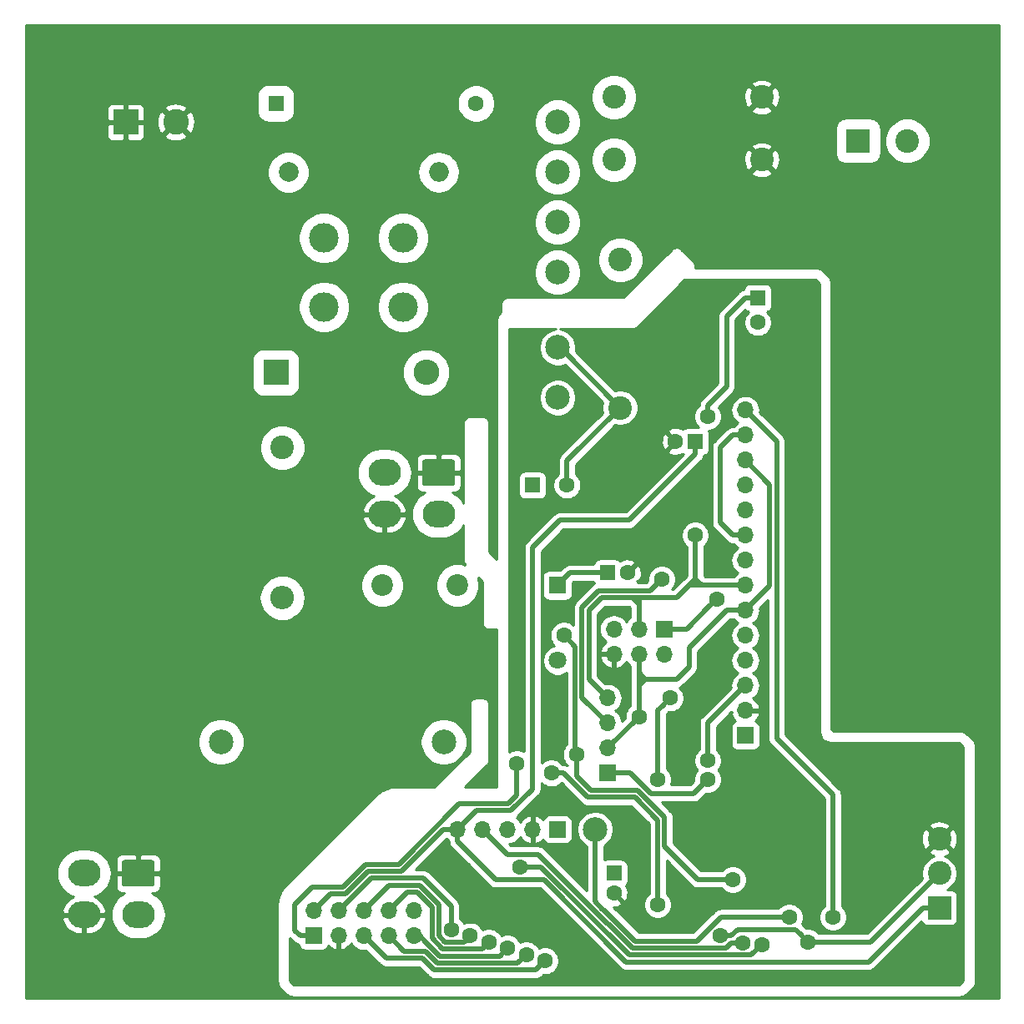
<source format=gbr>
G04 #@! TF.GenerationSoftware,KiCad,Pcbnew,5.1.2-f72e74a~84~ubuntu18.04.1*
G04 #@! TF.CreationDate,2019-05-07T20:49:25+02:00*
G04 #@! TF.ProjectId,slow-cooker,736c6f77-2d63-46f6-9f6b-65722e6b6963,rev?*
G04 #@! TF.SameCoordinates,Original*
G04 #@! TF.FileFunction,Copper,L2,Bot*
G04 #@! TF.FilePolarity,Positive*
%FSLAX46Y46*%
G04 Gerber Fmt 4.6, Leading zero omitted, Abs format (unit mm)*
G04 Created by KiCad (PCBNEW 5.1.2-f72e74a~84~ubuntu18.04.1) date 2019-05-07 20:49:25*
%MOMM*%
%LPD*%
G04 APERTURE LIST*
%ADD10C,2.500000*%
%ADD11R,1.600000X1.600000*%
%ADD12C,1.600000*%
%ADD13C,2.400000*%
%ADD14R,2.400000X2.400000*%
%ADD15R,2.600000X2.600000*%
%ADD16O,2.600000X2.600000*%
%ADD17C,3.000000*%
%ADD18O,3.300000X2.700000*%
%ADD19C,0.100000*%
%ADD20C,2.700000*%
%ADD21C,2.600000*%
%ADD22R,1.700000X1.700000*%
%ADD23O,1.700000X1.700000*%
%ADD24R,1.800000X1.800000*%
%ADD25C,1.800000*%
%ADD26C,2.200000*%
%ADD27C,2.000000*%
%ADD28O,2.000000X2.000000*%
%ADD29O,2.400000X2.400000*%
%ADD30C,2.499360*%
%ADD31C,0.500000*%
%ADD32C,0.254000*%
G04 APERTURE END LIST*
D10*
X158115000Y-84455000D03*
X158115000Y-79375000D03*
X158115000Y-61595000D03*
X158115000Y-66675000D03*
X158115000Y-56515000D03*
X158115000Y-71755000D03*
D11*
X155575000Y-93345000D03*
D12*
X159075000Y-93345000D03*
D11*
X163195000Y-102235000D03*
D12*
X165195000Y-102235000D03*
X163830000Y-134715000D03*
D11*
X163830000Y-132715000D03*
D12*
X170085000Y-88900000D03*
D11*
X172085000Y-88900000D03*
X129540000Y-54610000D03*
D12*
X149840000Y-54610000D03*
D13*
X178830000Y-60325000D03*
X163830000Y-60325000D03*
X178830000Y-53975000D03*
X163830000Y-53975000D03*
D14*
X188595000Y-58420000D03*
D13*
X193595000Y-58420000D03*
X164465000Y-85485000D03*
X164465000Y-70485000D03*
D11*
X178435000Y-74335000D03*
D12*
X178435000Y-76835000D03*
D15*
X129540000Y-81915000D03*
D16*
X144780000Y-81915000D03*
D10*
X123955000Y-119380000D03*
X146555000Y-119380000D03*
D17*
X134430000Y-68255000D03*
X142430000Y-68255000D03*
X142430000Y-75255000D03*
X134430000Y-75255000D03*
D18*
X110070000Y-136915000D03*
X110070000Y-132715000D03*
X115570000Y-136915000D03*
D19*
G36*
X116994503Y-131366204D02*
G01*
X117018772Y-131369804D01*
X117042570Y-131375765D01*
X117065670Y-131384030D01*
X117087849Y-131394520D01*
X117108892Y-131407133D01*
X117128598Y-131421748D01*
X117146776Y-131438224D01*
X117163252Y-131456402D01*
X117177867Y-131476108D01*
X117190480Y-131497151D01*
X117200970Y-131519330D01*
X117209235Y-131542430D01*
X117215196Y-131566228D01*
X117218796Y-131590497D01*
X117220000Y-131615001D01*
X117220000Y-133814999D01*
X117218796Y-133839503D01*
X117215196Y-133863772D01*
X117209235Y-133887570D01*
X117200970Y-133910670D01*
X117190480Y-133932849D01*
X117177867Y-133953892D01*
X117163252Y-133973598D01*
X117146776Y-133991776D01*
X117128598Y-134008252D01*
X117108892Y-134022867D01*
X117087849Y-134035480D01*
X117065670Y-134045970D01*
X117042570Y-134054235D01*
X117018772Y-134060196D01*
X116994503Y-134063796D01*
X116969999Y-134065000D01*
X114170001Y-134065000D01*
X114145497Y-134063796D01*
X114121228Y-134060196D01*
X114097430Y-134054235D01*
X114074330Y-134045970D01*
X114052151Y-134035480D01*
X114031108Y-134022867D01*
X114011402Y-134008252D01*
X113993224Y-133991776D01*
X113976748Y-133973598D01*
X113962133Y-133953892D01*
X113949520Y-133932849D01*
X113939030Y-133910670D01*
X113930765Y-133887570D01*
X113924804Y-133863772D01*
X113921204Y-133839503D01*
X113920000Y-133814999D01*
X113920000Y-131615001D01*
X113921204Y-131590497D01*
X113924804Y-131566228D01*
X113930765Y-131542430D01*
X113939030Y-131519330D01*
X113949520Y-131497151D01*
X113962133Y-131476108D01*
X113976748Y-131456402D01*
X113993224Y-131438224D01*
X114011402Y-131421748D01*
X114031108Y-131407133D01*
X114052151Y-131394520D01*
X114074330Y-131384030D01*
X114097430Y-131375765D01*
X114121228Y-131369804D01*
X114145497Y-131366204D01*
X114170001Y-131365000D01*
X116969999Y-131365000D01*
X116994503Y-131366204D01*
X116994503Y-131366204D01*
G37*
D20*
X115570000Y-132715000D03*
D15*
X114300000Y-56515000D03*
D21*
X119380000Y-56515000D03*
D22*
X158115000Y-128270000D03*
D23*
X155575000Y-128270000D03*
X153035000Y-128270000D03*
X150495000Y-128270000D03*
X147955000Y-128270000D03*
D14*
X196850000Y-136215000D03*
D13*
X196850000Y-132715000D03*
X196850000Y-129215000D03*
D22*
X168910000Y-107950000D03*
D23*
X168910000Y-110490000D03*
X166370000Y-107950000D03*
X166370000Y-110490000D03*
X163830000Y-107950000D03*
X163830000Y-110490000D03*
D19*
G36*
X147474503Y-90726204D02*
G01*
X147498772Y-90729804D01*
X147522570Y-90735765D01*
X147545670Y-90744030D01*
X147567849Y-90754520D01*
X147588892Y-90767133D01*
X147608598Y-90781748D01*
X147626776Y-90798224D01*
X147643252Y-90816402D01*
X147657867Y-90836108D01*
X147670480Y-90857151D01*
X147680970Y-90879330D01*
X147689235Y-90902430D01*
X147695196Y-90926228D01*
X147698796Y-90950497D01*
X147700000Y-90975001D01*
X147700000Y-93174999D01*
X147698796Y-93199503D01*
X147695196Y-93223772D01*
X147689235Y-93247570D01*
X147680970Y-93270670D01*
X147670480Y-93292849D01*
X147657867Y-93313892D01*
X147643252Y-93333598D01*
X147626776Y-93351776D01*
X147608598Y-93368252D01*
X147588892Y-93382867D01*
X147567849Y-93395480D01*
X147545670Y-93405970D01*
X147522570Y-93414235D01*
X147498772Y-93420196D01*
X147474503Y-93423796D01*
X147449999Y-93425000D01*
X144650001Y-93425000D01*
X144625497Y-93423796D01*
X144601228Y-93420196D01*
X144577430Y-93414235D01*
X144554330Y-93405970D01*
X144532151Y-93395480D01*
X144511108Y-93382867D01*
X144491402Y-93368252D01*
X144473224Y-93351776D01*
X144456748Y-93333598D01*
X144442133Y-93313892D01*
X144429520Y-93292849D01*
X144419030Y-93270670D01*
X144410765Y-93247570D01*
X144404804Y-93223772D01*
X144401204Y-93199503D01*
X144400000Y-93174999D01*
X144400000Y-90975001D01*
X144401204Y-90950497D01*
X144404804Y-90926228D01*
X144410765Y-90902430D01*
X144419030Y-90879330D01*
X144429520Y-90857151D01*
X144442133Y-90836108D01*
X144456748Y-90816402D01*
X144473224Y-90798224D01*
X144491402Y-90781748D01*
X144511108Y-90767133D01*
X144532151Y-90754520D01*
X144554330Y-90744030D01*
X144577430Y-90735765D01*
X144601228Y-90729804D01*
X144625497Y-90726204D01*
X144650001Y-90725000D01*
X147449999Y-90725000D01*
X147474503Y-90726204D01*
X147474503Y-90726204D01*
G37*
D20*
X146050000Y-92075000D03*
D18*
X146050000Y-96275000D03*
X140550000Y-92075000D03*
X140550000Y-96275000D03*
D22*
X177165000Y-118745000D03*
D23*
X177165000Y-116205000D03*
X177165000Y-113665000D03*
X177165000Y-111125000D03*
X177165000Y-108585000D03*
X177165000Y-106045000D03*
X177165000Y-103505000D03*
X177165000Y-100965000D03*
X177165000Y-98425000D03*
X177165000Y-95885000D03*
X177165000Y-93345000D03*
X177165000Y-90805000D03*
X177165000Y-88265000D03*
X177165000Y-85725000D03*
D22*
X163195000Y-122555000D03*
D23*
X163195000Y-120015000D03*
X163195000Y-117475000D03*
X163195000Y-114935000D03*
D24*
X158115000Y-103505000D03*
D25*
X158115000Y-111125000D03*
D26*
X147955000Y-103505000D03*
X140335000Y-103505000D03*
D27*
X130810000Y-61595000D03*
D28*
X146050000Y-61595000D03*
D13*
X130175000Y-89535000D03*
D29*
X130175000Y-104775000D03*
D30*
X161925000Y-128270000D03*
D22*
X133350000Y-139065000D03*
D23*
X133350000Y-136525000D03*
X135890000Y-139065000D03*
X135890000Y-136525000D03*
X138430000Y-139065000D03*
X138430000Y-136525000D03*
X140970000Y-139065000D03*
X140970000Y-136525000D03*
X143510000Y-139065000D03*
X143510000Y-136525000D03*
D12*
X175895000Y-130810000D03*
X158115000Y-113665000D03*
X145542000Y-131826000D03*
X173990000Y-111125000D03*
X170815000Y-119380000D03*
X154940000Y-81915000D03*
X164465000Y-80010000D03*
X182245000Y-124460000D03*
X196850000Y-121920000D03*
X193675000Y-141605000D03*
X153987500Y-121602500D03*
X173355000Y-86360000D03*
X120650000Y-69850000D03*
X120650000Y-104775000D03*
X125095000Y-142240000D03*
X130810000Y-111125000D03*
X147955000Y-111125000D03*
X138430000Y-81915000D03*
X135255000Y-53340000D03*
X171450000Y-53975000D03*
X171450000Y-60325000D03*
X199390000Y-50800000D03*
X178821109Y-139948891D03*
X154305008Y-132079986D03*
X176889210Y-139765002D03*
X181610000Y-137160000D03*
X174625000Y-139065000D03*
X183515000Y-139700000D03*
X168685000Y-102870000D03*
X174244000Y-104902000D03*
X172085000Y-98425000D03*
X168275000Y-123190000D03*
X169545000Y-114935000D03*
X166370000Y-116839990D03*
X158750000Y-108585000D03*
X160020000Y-120650000D03*
X175895000Y-133350000D03*
X173355000Y-121285000D03*
X186055000Y-137160000D03*
X173355000Y-123190000D03*
X147320000Y-138430000D03*
X149227804Y-139067810D03*
X151130000Y-139700010D03*
X153035000Y-140335000D03*
X154939986Y-140970000D03*
X156845000Y-141605000D03*
X157480000Y-122555000D03*
X168275000Y-135890000D03*
D31*
X149860000Y-126365000D02*
X147955000Y-128270000D01*
X153389962Y-126365000D02*
X149860000Y-126365000D01*
X155575000Y-124179962D02*
X153389962Y-126365000D01*
X155575000Y-99695000D02*
X155575000Y-124179962D01*
X135064500Y-134810500D02*
X133350000Y-136525000D01*
X136614538Y-134810500D02*
X135064500Y-134810500D01*
X138905065Y-132519972D02*
X136614538Y-134810500D01*
X146531961Y-128270000D02*
X142281989Y-132519972D01*
X142281989Y-132519972D02*
X138905065Y-132519972D01*
X147955000Y-128270000D02*
X146531961Y-128270000D01*
X165384000Y-96901000D02*
X158369000Y-96901000D01*
X172085000Y-90200000D02*
X165384000Y-96901000D01*
X172085000Y-88900000D02*
X172085000Y-90200000D01*
X158369000Y-96901000D02*
X155575000Y-99695000D01*
X189649977Y-141715023D02*
X195150000Y-136215000D01*
X195150000Y-136215000D02*
X196850000Y-136215000D01*
X165077635Y-141715023D02*
X189649977Y-141715023D01*
X147955000Y-128270000D02*
X147955000Y-129472081D01*
X147955000Y-129472081D02*
X149893959Y-131411041D01*
X149893959Y-131411041D02*
X149893959Y-131423953D01*
X149893959Y-131423953D02*
X151820006Y-133350000D01*
X151820006Y-133350000D02*
X156712612Y-133350000D01*
X156712612Y-133350000D02*
X165077635Y-141715023D01*
X159385000Y-102235000D02*
X158115000Y-103505000D01*
X163195000Y-102235000D02*
X159385000Y-102235000D01*
X173355000Y-85228630D02*
X173355000Y-86360000D01*
X175260000Y-76210000D02*
X175260000Y-83323630D01*
X175260000Y-83323630D02*
X173355000Y-85228630D01*
X178435000Y-74335000D02*
X177135000Y-74335000D01*
X177135000Y-74335000D02*
X175260000Y-76210000D01*
X132000000Y-139065000D02*
X133350000Y-139065000D01*
X131445000Y-135890000D02*
X131445000Y-138510000D01*
X136324586Y-134110490D02*
X133224510Y-134110490D01*
X153987500Y-121602500D02*
X153987500Y-124777500D01*
X148147010Y-125664990D02*
X141992038Y-131819962D01*
X131445000Y-138510000D02*
X132000000Y-139065000D01*
X153987500Y-124777500D02*
X153100010Y-125664990D01*
X141992038Y-131819962D02*
X138615112Y-131819962D01*
X133224510Y-134110490D02*
X131445000Y-135890000D01*
X153100010Y-125664990D02*
X148147010Y-125664990D01*
X138615112Y-131819962D02*
X136324586Y-134110490D01*
X158355000Y-79375000D02*
X158115000Y-79375000D01*
X164465000Y-85485000D02*
X158355000Y-79375000D01*
X159075000Y-90875000D02*
X164465000Y-85485000D01*
X159075000Y-93345000D02*
X159075000Y-90875000D01*
X165367588Y-141015013D02*
X177754988Y-141015012D01*
X177754988Y-141015012D02*
X178821109Y-139948891D01*
X156432561Y-132079986D02*
X165367588Y-141015013D01*
X154305008Y-132079986D02*
X156432561Y-132079986D01*
X175757840Y-139765002D02*
X176889210Y-139765002D01*
X165715001Y-140315001D02*
X175207841Y-140315001D01*
X163260010Y-137860010D02*
X165715001Y-140315001D01*
X163202547Y-137860010D02*
X163260010Y-137860010D01*
X156152538Y-130810000D02*
X163202547Y-137860010D01*
X175207841Y-140315001D02*
X175757840Y-139765002D01*
X153035000Y-130810000D02*
X156152538Y-130810000D01*
X150495000Y-128270000D02*
X153035000Y-130810000D01*
X161925000Y-135592501D02*
X161925000Y-128270000D01*
X162766213Y-136376251D02*
X166004953Y-139614991D01*
X162708749Y-136376251D02*
X162766213Y-136376251D01*
X162708749Y-136376251D02*
X161925000Y-135592501D01*
X174679998Y-137160000D02*
X176530000Y-137160000D01*
X172225007Y-139614991D02*
X174679998Y-137160000D01*
X166004953Y-139614991D02*
X172225007Y-139614991D01*
X181610000Y-137160000D02*
X176530000Y-137160000D01*
X196850000Y-132715000D02*
X189865000Y-139700000D01*
X175756370Y-139065000D02*
X176391370Y-138430000D01*
X189865000Y-139700000D02*
X184646370Y-139700000D01*
X182245000Y-138430000D02*
X182715001Y-138900001D01*
X182715001Y-138900001D02*
X183515000Y-139700000D01*
X174625000Y-139065000D02*
X175756370Y-139065000D01*
X176391370Y-138430000D02*
X182245000Y-138430000D01*
X184646370Y-139700000D02*
X183515000Y-139700000D01*
X177165000Y-98425000D02*
X175895000Y-98425000D01*
X175895000Y-98425000D02*
X174625000Y-97155000D01*
X174625000Y-97155000D02*
X174625000Y-89535000D01*
X175895000Y-88265000D02*
X177165000Y-88265000D01*
X174625000Y-89535000D02*
X175895000Y-88265000D01*
X168910000Y-107950000D02*
X171196000Y-107950000D01*
X173444001Y-105701999D02*
X174244000Y-104902000D01*
X171196000Y-107950000D02*
X173444001Y-105701999D01*
X160589990Y-114869990D02*
X163195000Y-117475000D01*
X160589990Y-105755047D02*
X160589990Y-114869990D01*
X162270047Y-104074990D02*
X160589990Y-105755047D01*
X168685000Y-102870000D02*
X167480010Y-104074990D01*
X167480010Y-104074990D02*
X162270047Y-104074990D01*
X172085000Y-102870000D02*
X171450000Y-103505000D01*
X172085000Y-103505000D02*
X171450000Y-103505000D01*
X172085000Y-102870000D02*
X172085000Y-103505000D01*
X172085000Y-98425000D02*
X172085000Y-102870000D01*
X172085000Y-102870000D02*
X172720000Y-103505000D01*
X177165000Y-103505000D02*
X172720000Y-103505000D01*
X172720000Y-103505000D02*
X172085000Y-103505000D01*
X161290000Y-106045000D02*
X162560000Y-104775000D01*
X166370000Y-105410000D02*
X165735000Y-104775000D01*
X162560000Y-104775000D02*
X165735000Y-104775000D01*
X165735000Y-104775000D02*
X166370000Y-104775000D01*
X166370000Y-105410000D02*
X166370000Y-107950000D01*
X166370000Y-104775000D02*
X166370000Y-105410000D01*
X170180000Y-104775000D02*
X171450000Y-103505000D01*
X166370000Y-104775000D02*
X170180000Y-104775000D01*
X161290000Y-113030000D02*
X163195000Y-114935000D01*
X161290000Y-111125000D02*
X161290000Y-113030000D01*
X161290000Y-111125000D02*
X161290000Y-106045000D01*
X168745001Y-115734999D02*
X169545000Y-114935000D01*
X168275000Y-116205000D02*
X168745001Y-115734999D01*
X168275000Y-123190000D02*
X168275000Y-116205000D01*
X166370000Y-111760000D02*
X166370000Y-110490000D01*
X166370000Y-112395000D02*
X166370000Y-111760000D01*
X166370000Y-113030000D02*
X166370000Y-112395000D01*
X167005000Y-113030000D02*
X166370000Y-112395000D01*
X167005000Y-113030000D02*
X166370000Y-113030000D01*
X167005000Y-113030000D02*
X166370000Y-113665000D01*
X166370000Y-113665000D02*
X166370000Y-113030000D01*
X179639989Y-93279989D02*
X179639989Y-103570011D01*
X179639989Y-103570011D02*
X178014999Y-105195001D01*
X177165000Y-90805000D02*
X179639989Y-93279989D01*
X178014999Y-105195001D02*
X177165000Y-106045000D01*
X175260000Y-106045000D02*
X177165000Y-106045000D01*
X171450000Y-111760000D02*
X171450000Y-109855000D01*
X171450000Y-109855000D02*
X175260000Y-106045000D01*
X167005000Y-113030000D02*
X170180000Y-113030000D01*
X170180000Y-113030000D02*
X171450000Y-111760000D01*
X166370000Y-113665000D02*
X166370000Y-116839990D01*
X166370000Y-116840000D02*
X166370000Y-116839990D01*
X163195000Y-120015000D02*
X166370000Y-116840000D01*
X158750000Y-108585000D02*
X159889980Y-109724980D01*
X159889980Y-109724980D02*
X159889980Y-115570000D01*
X159889980Y-115570000D02*
X159889980Y-120519980D01*
X159889980Y-120519980D02*
X160020000Y-120650000D01*
X172339000Y-133350000D02*
X175895000Y-133350000D01*
X160020000Y-120650000D02*
X160020000Y-122859508D01*
X160020000Y-122859508D02*
X161455246Y-124294754D01*
X166230790Y-124294754D02*
X168975010Y-127038974D01*
X168975010Y-127038974D02*
X168975010Y-129986010D01*
X161455246Y-124294754D02*
X166230790Y-124294754D01*
X168975010Y-129986010D02*
X172339000Y-133350000D01*
X173355000Y-117475000D02*
X177165000Y-113665000D01*
X173355000Y-121285000D02*
X173355000Y-117475000D01*
X180340000Y-88900000D02*
X177165000Y-85725000D01*
X180340000Y-119030020D02*
X180340000Y-88900000D01*
X186055000Y-137160000D02*
X186055000Y-124745020D01*
X186055000Y-124745020D02*
X180340000Y-119030020D01*
X173355000Y-123190000D02*
X171920001Y-124624999D01*
X171920001Y-124624999D02*
X167550999Y-124624999D01*
X165481000Y-122555000D02*
X163195000Y-122555000D01*
X166243000Y-123317000D02*
X165481000Y-122555000D01*
X166243000Y-123317000D02*
X166116000Y-123190000D01*
X167550999Y-124624999D02*
X166243000Y-123317000D01*
X139195018Y-133219982D02*
X144511360Y-133219982D01*
X135890000Y-136525000D02*
X139195018Y-133219982D01*
X144511360Y-133219982D02*
X147320000Y-136028622D01*
X147320000Y-137298630D02*
X147320000Y-138430000D01*
X147320000Y-136028622D02*
X147320000Y-137298630D01*
X146069998Y-135855000D02*
X146069998Y-139030002D01*
X148609992Y-139680002D02*
X149224994Y-139065000D01*
X146719998Y-139680002D02*
X148609992Y-139680002D01*
X144134991Y-133919993D02*
X146069998Y-135855000D01*
X146069998Y-139030002D02*
X146719998Y-139680002D01*
X138430000Y-136525000D02*
X141035007Y-133919993D01*
X149224994Y-139065000D02*
X149227804Y-139067810D01*
X141035007Y-133919993D02*
X144134991Y-133919993D01*
X142874996Y-134620004D02*
X140970000Y-136525000D01*
X151130000Y-139700010D02*
X150449998Y-140380012D01*
X143845037Y-134620004D02*
X142874996Y-134620004D01*
X150449998Y-140380012D02*
X146430046Y-140380012D01*
X146430046Y-140380012D02*
X145369967Y-139319933D01*
X145369967Y-139319933D02*
X145369967Y-136144934D01*
X145369967Y-136144934D02*
X143845037Y-134620004D01*
X144145000Y-139065000D02*
X143510000Y-139065000D01*
X146195071Y-141134999D02*
X144770036Y-139709964D01*
X144770036Y-139690036D02*
X144145000Y-139065000D01*
X144770036Y-139709964D02*
X144770036Y-139690036D01*
X153035000Y-140335000D02*
X152235001Y-141134999D01*
X152235001Y-141134999D02*
X146195071Y-141134999D01*
X142557500Y-140652500D02*
X140970000Y-139065000D01*
X145905118Y-141835009D02*
X144722609Y-140652500D01*
X144722609Y-140652500D02*
X142557500Y-140652500D01*
X154074977Y-141835009D02*
X145905118Y-141835009D01*
X154939986Y-140970000D02*
X154074977Y-141835009D01*
X155914981Y-142535019D02*
X156845000Y-141605000D01*
X145615165Y-142535019D02*
X155914981Y-142535019D01*
X144432657Y-141352510D02*
X145615165Y-142535019D01*
X140717510Y-141352510D02*
X144432657Y-141352510D01*
X138430000Y-139065000D02*
X140717510Y-141352510D01*
X168275000Y-128143000D02*
X168275000Y-135890000D01*
X168275000Y-127328926D02*
X168275000Y-128143000D01*
X165940836Y-124994762D02*
X168275000Y-127328926D01*
X158725529Y-122555000D02*
X161165292Y-124994762D01*
X161165292Y-124994762D02*
X165940836Y-124994762D01*
X157480000Y-122555000D02*
X158725529Y-122555000D01*
D32*
G36*
X184658000Y-72942606D02*
G01*
X184658000Y-118295987D01*
X184660440Y-118320763D01*
X184667667Y-118344588D01*
X184985167Y-119111101D01*
X184996903Y-119133057D01*
X185012697Y-119152303D01*
X185031943Y-119168097D01*
X185053899Y-119179833D01*
X185820412Y-119497333D01*
X185844237Y-119504560D01*
X185869013Y-119507000D01*
X198837394Y-119507000D01*
X199263000Y-119932606D01*
X199263000Y-143592394D01*
X198837394Y-144018000D01*
X131362606Y-144018000D01*
X130937000Y-143592394D01*
X130937000Y-139253578D01*
X131343466Y-139660044D01*
X131371183Y-139693817D01*
X131505940Y-139804410D01*
X131505941Y-139804411D01*
X131659686Y-139886589D01*
X131767466Y-139919284D01*
X131826510Y-139937195D01*
X131864482Y-139940935D01*
X131874188Y-140039482D01*
X131910498Y-140159180D01*
X131969463Y-140269494D01*
X132048815Y-140366185D01*
X132145506Y-140445537D01*
X132255820Y-140504502D01*
X132375518Y-140540812D01*
X132500000Y-140553072D01*
X134200000Y-140553072D01*
X134324482Y-140540812D01*
X134444180Y-140504502D01*
X134554494Y-140445537D01*
X134651185Y-140366185D01*
X134730537Y-140269494D01*
X134789502Y-140159180D01*
X134813966Y-140078534D01*
X134889731Y-140162588D01*
X135123080Y-140336641D01*
X135385901Y-140461825D01*
X135533110Y-140506476D01*
X135763000Y-140385155D01*
X135763000Y-139192000D01*
X135743000Y-139192000D01*
X135743000Y-138938000D01*
X135763000Y-138938000D01*
X135763000Y-138918000D01*
X136017000Y-138918000D01*
X136017000Y-138938000D01*
X136037000Y-138938000D01*
X136037000Y-139192000D01*
X136017000Y-139192000D01*
X136017000Y-140385155D01*
X136246890Y-140506476D01*
X136394099Y-140461825D01*
X136656920Y-140336641D01*
X136890269Y-140162588D01*
X137085178Y-139946355D01*
X137154799Y-139829477D01*
X137189294Y-139894014D01*
X137374866Y-140120134D01*
X137600986Y-140305706D01*
X137858966Y-140443599D01*
X138138889Y-140528513D01*
X138357050Y-140550000D01*
X138502950Y-140550000D01*
X138649034Y-140535612D01*
X140060980Y-141947559D01*
X140088693Y-141981327D01*
X140122461Y-142009040D01*
X140122463Y-142009042D01*
X140223451Y-142091921D01*
X140377196Y-142174099D01*
X140544020Y-142224705D01*
X140674033Y-142237510D01*
X140674041Y-142237510D01*
X140717510Y-142241791D01*
X140760979Y-142237510D01*
X144066079Y-142237510D01*
X144958635Y-143130068D01*
X144986348Y-143163836D01*
X145020116Y-143191549D01*
X145020118Y-143191551D01*
X145121105Y-143274430D01*
X145203283Y-143318354D01*
X145274852Y-143356608D01*
X145391068Y-143391862D01*
X145441674Y-143407214D01*
X145457850Y-143408807D01*
X145571688Y-143420019D01*
X145571695Y-143420019D01*
X145615164Y-143424300D01*
X145658633Y-143420019D01*
X155871512Y-143420019D01*
X155914981Y-143424300D01*
X155958450Y-143420019D01*
X155958458Y-143420019D01*
X156088471Y-143407214D01*
X156255294Y-143356608D01*
X156409040Y-143274430D01*
X156543798Y-143163836D01*
X156571515Y-143130063D01*
X156668561Y-143033017D01*
X156703665Y-143040000D01*
X156986335Y-143040000D01*
X157263574Y-142984853D01*
X157524727Y-142876680D01*
X157759759Y-142719637D01*
X157959637Y-142519759D01*
X158116680Y-142284727D01*
X158224853Y-142023574D01*
X158280000Y-141746335D01*
X158280000Y-141463665D01*
X158224853Y-141186426D01*
X158116680Y-140925273D01*
X157959637Y-140690241D01*
X157759759Y-140490363D01*
X157524727Y-140333320D01*
X157263574Y-140225147D01*
X156986335Y-140170000D01*
X156703665Y-140170000D01*
X156426426Y-140225147D01*
X156220091Y-140310614D01*
X156211666Y-140290273D01*
X156054623Y-140055241D01*
X155854745Y-139855363D01*
X155619713Y-139698320D01*
X155358560Y-139590147D01*
X155081321Y-139535000D01*
X154798651Y-139535000D01*
X154521412Y-139590147D01*
X154315101Y-139675604D01*
X154306680Y-139655273D01*
X154149637Y-139420241D01*
X153949759Y-139220363D01*
X153714727Y-139063320D01*
X153453574Y-138955147D01*
X153176335Y-138900000D01*
X152893665Y-138900000D01*
X152616426Y-138955147D01*
X152410100Y-139040610D01*
X152401680Y-139020283D01*
X152244637Y-138785251D01*
X152044759Y-138585373D01*
X151809727Y-138428330D01*
X151548574Y-138320157D01*
X151271335Y-138265010D01*
X150988665Y-138265010D01*
X150711426Y-138320157D01*
X150506507Y-138405037D01*
X150499484Y-138388083D01*
X150342441Y-138153051D01*
X150142563Y-137953173D01*
X149907531Y-137796130D01*
X149646378Y-137687957D01*
X149369139Y-137632810D01*
X149086469Y-137632810D01*
X148809230Y-137687957D01*
X148601507Y-137773998D01*
X148591680Y-137750273D01*
X148434637Y-137515241D01*
X148234759Y-137315363D01*
X148205000Y-137295479D01*
X148205000Y-136072091D01*
X148209281Y-136028622D01*
X148205000Y-135985153D01*
X148205000Y-135985145D01*
X148192195Y-135855132D01*
X148141589Y-135688309D01*
X148059411Y-135534563D01*
X148034374Y-135504056D01*
X147976532Y-135433575D01*
X147976530Y-135433573D01*
X147948817Y-135399805D01*
X147915050Y-135372093D01*
X145167894Y-132624938D01*
X145140177Y-132591165D01*
X145005419Y-132480571D01*
X144851673Y-132398393D01*
X144684850Y-132347787D01*
X144554837Y-132334982D01*
X144554829Y-132334982D01*
X144511360Y-132330701D01*
X144467891Y-132334982D01*
X143718557Y-132334982D01*
X146822580Y-129230960D01*
X146899866Y-129325134D01*
X147066706Y-129462056D01*
X147065719Y-129472081D01*
X147082805Y-129645570D01*
X147133412Y-129812394D01*
X147215589Y-129966139D01*
X147298468Y-130067127D01*
X147298471Y-130067130D01*
X147326184Y-130100898D01*
X147359951Y-130128610D01*
X149178333Y-131946994D01*
X149265142Y-132052770D01*
X149298914Y-132080486D01*
X151163476Y-133945049D01*
X151191189Y-133978817D01*
X151224957Y-134006530D01*
X151224959Y-134006532D01*
X151253222Y-134029727D01*
X151325947Y-134089411D01*
X151479693Y-134171589D01*
X151646516Y-134222195D01*
X151776529Y-134235000D01*
X151776537Y-134235000D01*
X151820006Y-134239281D01*
X151863475Y-134235000D01*
X156346034Y-134235000D01*
X164421105Y-142310072D01*
X164448818Y-142343840D01*
X164482586Y-142371553D01*
X164482588Y-142371555D01*
X164523341Y-142405000D01*
X164583576Y-142454434D01*
X164737322Y-142536612D01*
X164853538Y-142571866D01*
X164904144Y-142587218D01*
X164918941Y-142588675D01*
X165034158Y-142600023D01*
X165034166Y-142600023D01*
X165077635Y-142604304D01*
X165121104Y-142600023D01*
X189606508Y-142600023D01*
X189649977Y-142604304D01*
X189693446Y-142600023D01*
X189693454Y-142600023D01*
X189823467Y-142587218D01*
X189990290Y-142536612D01*
X190144036Y-142454434D01*
X190278794Y-142343840D01*
X190306511Y-142310067D01*
X195036502Y-137580077D01*
X195060498Y-137659180D01*
X195119463Y-137769494D01*
X195198815Y-137866185D01*
X195295506Y-137945537D01*
X195405820Y-138004502D01*
X195525518Y-138040812D01*
X195650000Y-138053072D01*
X198050000Y-138053072D01*
X198174482Y-138040812D01*
X198294180Y-138004502D01*
X198404494Y-137945537D01*
X198501185Y-137866185D01*
X198580537Y-137769494D01*
X198639502Y-137659180D01*
X198675812Y-137539482D01*
X198688072Y-137415000D01*
X198688072Y-135015000D01*
X198675812Y-134890518D01*
X198639502Y-134770820D01*
X198580537Y-134660506D01*
X198501185Y-134563815D01*
X198404494Y-134484463D01*
X198294180Y-134425498D01*
X198174482Y-134389188D01*
X198050000Y-134376928D01*
X197632838Y-134376928D01*
X197719199Y-134341156D01*
X198019744Y-134140338D01*
X198275338Y-133884744D01*
X198476156Y-133584199D01*
X198614482Y-133250250D01*
X198685000Y-132895732D01*
X198685000Y-132534268D01*
X198614482Y-132179750D01*
X198476156Y-131845801D01*
X198275338Y-131545256D01*
X198019744Y-131289662D01*
X197719199Y-131088844D01*
X197412511Y-130961810D01*
X197605833Y-130896846D01*
X197828486Y-130777836D01*
X197948374Y-130492980D01*
X196850000Y-129394605D01*
X195751626Y-130492980D01*
X195871514Y-130777836D01*
X196195210Y-130938699D01*
X196284690Y-130962969D01*
X195980801Y-131088844D01*
X195680256Y-131289662D01*
X195424662Y-131545256D01*
X195223844Y-131845801D01*
X195085518Y-132179750D01*
X195015000Y-132534268D01*
X195015000Y-132895732D01*
X195081810Y-133231611D01*
X189498422Y-138815000D01*
X184649521Y-138815000D01*
X184629637Y-138785241D01*
X184429759Y-138585363D01*
X184194727Y-138428320D01*
X183933574Y-138320147D01*
X183656335Y-138265000D01*
X183373665Y-138265000D01*
X183338561Y-138271983D01*
X182901534Y-137834956D01*
X182889653Y-137820479D01*
X182989853Y-137578574D01*
X183045000Y-137301335D01*
X183045000Y-137018665D01*
X182989853Y-136741426D01*
X182881680Y-136480273D01*
X182724637Y-136245241D01*
X182524759Y-136045363D01*
X182289727Y-135888320D01*
X182028574Y-135780147D01*
X181751335Y-135725000D01*
X181468665Y-135725000D01*
X181191426Y-135780147D01*
X180930273Y-135888320D01*
X180695241Y-136045363D01*
X180495363Y-136245241D01*
X180475479Y-136275000D01*
X174723467Y-136275000D01*
X174679998Y-136270719D01*
X174636529Y-136275000D01*
X174636521Y-136275000D01*
X174506508Y-136287805D01*
X174339684Y-136338411D01*
X174185939Y-136420589D01*
X174084951Y-136503468D01*
X174084949Y-136503470D01*
X174051181Y-136531183D01*
X174023468Y-136564951D01*
X171858429Y-138729991D01*
X166371532Y-138729991D01*
X163791377Y-136149837D01*
X163900512Y-136155217D01*
X164180130Y-136113787D01*
X164446292Y-136018603D01*
X164571514Y-135951671D01*
X164643097Y-135707702D01*
X163830000Y-134894605D01*
X163815858Y-134908748D01*
X163636253Y-134729143D01*
X163650395Y-134715000D01*
X163636253Y-134700858D01*
X163815858Y-134521253D01*
X163830000Y-134535395D01*
X163844143Y-134521253D01*
X164023748Y-134700858D01*
X164009605Y-134715000D01*
X164822702Y-135528097D01*
X165066671Y-135456514D01*
X165187571Y-135201004D01*
X165256300Y-134926816D01*
X165270217Y-134644488D01*
X165228787Y-134364870D01*
X165133603Y-134098708D01*
X165068384Y-133976691D01*
X165081185Y-133966185D01*
X165160537Y-133869494D01*
X165219502Y-133759180D01*
X165255812Y-133639482D01*
X165268072Y-133515000D01*
X165268072Y-131915000D01*
X165255812Y-131790518D01*
X165219502Y-131670820D01*
X165160537Y-131560506D01*
X165081185Y-131463815D01*
X164984494Y-131384463D01*
X164874180Y-131325498D01*
X164754482Y-131289188D01*
X164630000Y-131276928D01*
X163030000Y-131276928D01*
X162905518Y-131289188D01*
X162810000Y-131318163D01*
X162810000Y-129943384D01*
X162817731Y-129940182D01*
X163126413Y-129733926D01*
X163388926Y-129471413D01*
X163595182Y-129162731D01*
X163737253Y-128819741D01*
X163809680Y-128455625D01*
X163809680Y-128084375D01*
X163737253Y-127720259D01*
X163595182Y-127377269D01*
X163388926Y-127068587D01*
X163126413Y-126806074D01*
X162817731Y-126599818D01*
X162474741Y-126457747D01*
X162110625Y-126385320D01*
X161739375Y-126385320D01*
X161375259Y-126457747D01*
X161032269Y-126599818D01*
X160723587Y-126806074D01*
X160461074Y-127068587D01*
X160254818Y-127377269D01*
X160112747Y-127720259D01*
X160040320Y-128084375D01*
X160040320Y-128455625D01*
X160112747Y-128819741D01*
X160254818Y-129162731D01*
X160461074Y-129471413D01*
X160723587Y-129733926D01*
X161032269Y-129940182D01*
X161040001Y-129943385D01*
X161040000Y-134445884D01*
X156809072Y-130214956D01*
X156781355Y-130181183D01*
X156646597Y-130070589D01*
X156492851Y-129988411D01*
X156326028Y-129937805D01*
X156196015Y-129925000D01*
X156196004Y-129925000D01*
X156152538Y-129920719D01*
X156109069Y-129925000D01*
X153401579Y-129925000D01*
X153220494Y-129743915D01*
X153326111Y-129733513D01*
X153606034Y-129648599D01*
X153864014Y-129510706D01*
X154090134Y-129325134D01*
X154275706Y-129099014D01*
X154310201Y-129034477D01*
X154379822Y-129151355D01*
X154574731Y-129367588D01*
X154808080Y-129541641D01*
X155070901Y-129666825D01*
X155218110Y-129711476D01*
X155448000Y-129590155D01*
X155448000Y-128397000D01*
X155428000Y-128397000D01*
X155428000Y-128143000D01*
X155448000Y-128143000D01*
X155448000Y-126949845D01*
X155702000Y-126949845D01*
X155702000Y-128143000D01*
X155722000Y-128143000D01*
X155722000Y-128397000D01*
X155702000Y-128397000D01*
X155702000Y-129590155D01*
X155931890Y-129711476D01*
X156079099Y-129666825D01*
X156341920Y-129541641D01*
X156575269Y-129367588D01*
X156651034Y-129283534D01*
X156675498Y-129364180D01*
X156734463Y-129474494D01*
X156813815Y-129571185D01*
X156910506Y-129650537D01*
X157020820Y-129709502D01*
X157140518Y-129745812D01*
X157265000Y-129758072D01*
X158965000Y-129758072D01*
X159089482Y-129745812D01*
X159209180Y-129709502D01*
X159319494Y-129650537D01*
X159416185Y-129571185D01*
X159495537Y-129474494D01*
X159554502Y-129364180D01*
X159590812Y-129244482D01*
X159603072Y-129120000D01*
X159603072Y-127420000D01*
X159590812Y-127295518D01*
X159554502Y-127175820D01*
X159495537Y-127065506D01*
X159416185Y-126968815D01*
X159319494Y-126889463D01*
X159209180Y-126830498D01*
X159089482Y-126794188D01*
X158965000Y-126781928D01*
X157265000Y-126781928D01*
X157140518Y-126794188D01*
X157020820Y-126830498D01*
X156910506Y-126889463D01*
X156813815Y-126968815D01*
X156734463Y-127065506D01*
X156675498Y-127175820D01*
X156651034Y-127256466D01*
X156575269Y-127172412D01*
X156341920Y-126998359D01*
X156079099Y-126873175D01*
X155931890Y-126828524D01*
X155702000Y-126949845D01*
X155448000Y-126949845D01*
X155218110Y-126828524D01*
X155070901Y-126873175D01*
X154808080Y-126998359D01*
X154574731Y-127172412D01*
X154379822Y-127388645D01*
X154310201Y-127505523D01*
X154275706Y-127440986D01*
X154090134Y-127214866D01*
X153919782Y-127075062D01*
X154018779Y-126993817D01*
X154046496Y-126960044D01*
X156170049Y-124836492D01*
X156203817Y-124808779D01*
X156281772Y-124713792D01*
X156314410Y-124674022D01*
X156324872Y-124654449D01*
X156396589Y-124520275D01*
X156447195Y-124353452D01*
X156460000Y-124223439D01*
X156460000Y-124223429D01*
X156464281Y-124179963D01*
X156460000Y-124136497D01*
X156460000Y-123564396D01*
X156565241Y-123669637D01*
X156800273Y-123826680D01*
X157061426Y-123934853D01*
X157338665Y-123990000D01*
X157621335Y-123990000D01*
X157898574Y-123934853D01*
X158159727Y-123826680D01*
X158394759Y-123669637D01*
X158491674Y-123572723D01*
X160508762Y-125589811D01*
X160536475Y-125623579D01*
X160570243Y-125651292D01*
X160570245Y-125651294D01*
X160638988Y-125707710D01*
X160671233Y-125734173D01*
X160824979Y-125816351D01*
X160991802Y-125866957D01*
X161121815Y-125879762D01*
X161121825Y-125879762D01*
X161165292Y-125884043D01*
X161208758Y-125879762D01*
X165574258Y-125879762D01*
X167390000Y-127695505D01*
X167390000Y-128099524D01*
X167390001Y-134755478D01*
X167360241Y-134775363D01*
X167160363Y-134975241D01*
X167003320Y-135210273D01*
X166895147Y-135471426D01*
X166840000Y-135748665D01*
X166840000Y-136031335D01*
X166895147Y-136308574D01*
X167003320Y-136569727D01*
X167160363Y-136804759D01*
X167360241Y-137004637D01*
X167595273Y-137161680D01*
X167856426Y-137269853D01*
X168133665Y-137325000D01*
X168416335Y-137325000D01*
X168693574Y-137269853D01*
X168954727Y-137161680D01*
X169189759Y-137004637D01*
X169389637Y-136804759D01*
X169546680Y-136569727D01*
X169654853Y-136308574D01*
X169710000Y-136031335D01*
X169710000Y-135748665D01*
X169654853Y-135471426D01*
X169546680Y-135210273D01*
X169389637Y-134975241D01*
X169189759Y-134775363D01*
X169160000Y-134755479D01*
X169160000Y-131422578D01*
X171682470Y-133945049D01*
X171710183Y-133978817D01*
X171743951Y-134006530D01*
X171743953Y-134006532D01*
X171772216Y-134029727D01*
X171844941Y-134089411D01*
X171998687Y-134171589D01*
X172165510Y-134222195D01*
X172295523Y-134235000D01*
X172295533Y-134235000D01*
X172338999Y-134239281D01*
X172382465Y-134235000D01*
X174760479Y-134235000D01*
X174780363Y-134264759D01*
X174980241Y-134464637D01*
X175215273Y-134621680D01*
X175476426Y-134729853D01*
X175753665Y-134785000D01*
X176036335Y-134785000D01*
X176313574Y-134729853D01*
X176574727Y-134621680D01*
X176809759Y-134464637D01*
X177009637Y-134264759D01*
X177166680Y-134029727D01*
X177274853Y-133768574D01*
X177330000Y-133491335D01*
X177330000Y-133208665D01*
X177274853Y-132931426D01*
X177166680Y-132670273D01*
X177009637Y-132435241D01*
X176809759Y-132235363D01*
X176574727Y-132078320D01*
X176313574Y-131970147D01*
X176036335Y-131915000D01*
X175753665Y-131915000D01*
X175476426Y-131970147D01*
X175215273Y-132078320D01*
X174980241Y-132235363D01*
X174780363Y-132435241D01*
X174760479Y-132465000D01*
X172705579Y-132465000D01*
X169860010Y-129619432D01*
X169860010Y-127082439D01*
X169864291Y-127038973D01*
X169860010Y-126995507D01*
X169860010Y-126995497D01*
X169847205Y-126865484D01*
X169796599Y-126698661D01*
X169714421Y-126544915D01*
X169683581Y-126507337D01*
X169631542Y-126443927D01*
X169631540Y-126443925D01*
X169603827Y-126410157D01*
X169570060Y-126382445D01*
X168697614Y-125509999D01*
X171876532Y-125509999D01*
X171920001Y-125514280D01*
X171963470Y-125509999D01*
X171963478Y-125509999D01*
X172093491Y-125497194D01*
X172260314Y-125446588D01*
X172414060Y-125364410D01*
X172548818Y-125253816D01*
X172576535Y-125220043D01*
X173178561Y-124618017D01*
X173213665Y-124625000D01*
X173496335Y-124625000D01*
X173773574Y-124569853D01*
X174034727Y-124461680D01*
X174269759Y-124304637D01*
X174469637Y-124104759D01*
X174626680Y-123869727D01*
X174734853Y-123608574D01*
X174790000Y-123331335D01*
X174790000Y-123048665D01*
X174734853Y-122771426D01*
X174626680Y-122510273D01*
X174469637Y-122275241D01*
X174431896Y-122237500D01*
X174469637Y-122199759D01*
X174626680Y-121964727D01*
X174734853Y-121703574D01*
X174790000Y-121426335D01*
X174790000Y-121143665D01*
X174734853Y-120866426D01*
X174626680Y-120605273D01*
X174469637Y-120370241D01*
X174269759Y-120170363D01*
X174240000Y-120150479D01*
X174240000Y-117841578D01*
X175749577Y-116332002D01*
X175844844Y-116332002D01*
X175723524Y-116561890D01*
X175768175Y-116709099D01*
X175893359Y-116971920D01*
X176067412Y-117205269D01*
X176151466Y-117281034D01*
X176070820Y-117305498D01*
X175960506Y-117364463D01*
X175863815Y-117443815D01*
X175784463Y-117540506D01*
X175725498Y-117650820D01*
X175689188Y-117770518D01*
X175676928Y-117895000D01*
X175676928Y-119595000D01*
X175689188Y-119719482D01*
X175725498Y-119839180D01*
X175784463Y-119949494D01*
X175863815Y-120046185D01*
X175960506Y-120125537D01*
X176070820Y-120184502D01*
X176190518Y-120220812D01*
X176315000Y-120233072D01*
X178015000Y-120233072D01*
X178139482Y-120220812D01*
X178259180Y-120184502D01*
X178369494Y-120125537D01*
X178466185Y-120046185D01*
X178545537Y-119949494D01*
X178604502Y-119839180D01*
X178640812Y-119719482D01*
X178653072Y-119595000D01*
X178653072Y-117895000D01*
X178640812Y-117770518D01*
X178604502Y-117650820D01*
X178545537Y-117540506D01*
X178466185Y-117443815D01*
X178369494Y-117364463D01*
X178259180Y-117305498D01*
X178178534Y-117281034D01*
X178262588Y-117205269D01*
X178436641Y-116971920D01*
X178561825Y-116709099D01*
X178606476Y-116561890D01*
X178485155Y-116332000D01*
X177292000Y-116332000D01*
X177292000Y-116352000D01*
X177038000Y-116352000D01*
X177038000Y-116332000D01*
X177018000Y-116332000D01*
X177018000Y-116078000D01*
X177038000Y-116078000D01*
X177038000Y-116058000D01*
X177292000Y-116058000D01*
X177292000Y-116078000D01*
X178485155Y-116078000D01*
X178606476Y-115848110D01*
X178561825Y-115700901D01*
X178436641Y-115438080D01*
X178262588Y-115204731D01*
X178046355Y-115009822D01*
X177929477Y-114940201D01*
X177994014Y-114905706D01*
X178220134Y-114720134D01*
X178405706Y-114494014D01*
X178543599Y-114236034D01*
X178628513Y-113956111D01*
X178657185Y-113665000D01*
X178628513Y-113373889D01*
X178543599Y-113093966D01*
X178405706Y-112835986D01*
X178220134Y-112609866D01*
X177994014Y-112424294D01*
X177939209Y-112395000D01*
X177994014Y-112365706D01*
X178220134Y-112180134D01*
X178405706Y-111954014D01*
X178543599Y-111696034D01*
X178628513Y-111416111D01*
X178657185Y-111125000D01*
X178628513Y-110833889D01*
X178543599Y-110553966D01*
X178405706Y-110295986D01*
X178220134Y-110069866D01*
X177994014Y-109884294D01*
X177939209Y-109855000D01*
X177994014Y-109825706D01*
X178220134Y-109640134D01*
X178405706Y-109414014D01*
X178543599Y-109156034D01*
X178628513Y-108876111D01*
X178657185Y-108585000D01*
X178628513Y-108293889D01*
X178543599Y-108013966D01*
X178405706Y-107755986D01*
X178220134Y-107529866D01*
X177994014Y-107344294D01*
X177939209Y-107315000D01*
X177994014Y-107285706D01*
X178220134Y-107100134D01*
X178405706Y-106874014D01*
X178543599Y-106616034D01*
X178628513Y-106336111D01*
X178657185Y-106045000D01*
X178635612Y-105825967D01*
X178671531Y-105790048D01*
X178671535Y-105790043D01*
X179455000Y-105006578D01*
X179455000Y-118986551D01*
X179450719Y-119030020D01*
X179455000Y-119073489D01*
X179455000Y-119073496D01*
X179467805Y-119203509D01*
X179518411Y-119370332D01*
X179600589Y-119524078D01*
X179711183Y-119658837D01*
X179744956Y-119686554D01*
X185170001Y-125111600D01*
X185170000Y-136025479D01*
X185140241Y-136045363D01*
X184940363Y-136245241D01*
X184783320Y-136480273D01*
X184675147Y-136741426D01*
X184620000Y-137018665D01*
X184620000Y-137301335D01*
X184675147Y-137578574D01*
X184783320Y-137839727D01*
X184940363Y-138074759D01*
X185140241Y-138274637D01*
X185375273Y-138431680D01*
X185636426Y-138539853D01*
X185913665Y-138595000D01*
X186196335Y-138595000D01*
X186473574Y-138539853D01*
X186734727Y-138431680D01*
X186969759Y-138274637D01*
X187169637Y-138074759D01*
X187326680Y-137839727D01*
X187434853Y-137578574D01*
X187490000Y-137301335D01*
X187490000Y-137018665D01*
X187434853Y-136741426D01*
X187326680Y-136480273D01*
X187169637Y-136245241D01*
X186969759Y-136045363D01*
X186940000Y-136025479D01*
X186940000Y-129269684D01*
X195006933Y-129269684D01*
X195053015Y-129628198D01*
X195168154Y-129970833D01*
X195287164Y-130193486D01*
X195572020Y-130313374D01*
X196670395Y-129215000D01*
X197029605Y-129215000D01*
X198127980Y-130313374D01*
X198412836Y-130193486D01*
X198573699Y-129869790D01*
X198668322Y-129520931D01*
X198693067Y-129160316D01*
X198646985Y-128801802D01*
X198531846Y-128459167D01*
X198412836Y-128236514D01*
X198127980Y-128116626D01*
X197029605Y-129215000D01*
X196670395Y-129215000D01*
X195572020Y-128116626D01*
X195287164Y-128236514D01*
X195126301Y-128560210D01*
X195031678Y-128909069D01*
X195006933Y-129269684D01*
X186940000Y-129269684D01*
X186940000Y-127937020D01*
X195751626Y-127937020D01*
X196850000Y-129035395D01*
X197948374Y-127937020D01*
X197828486Y-127652164D01*
X197504790Y-127491301D01*
X197155931Y-127396678D01*
X196795316Y-127371933D01*
X196436802Y-127418015D01*
X196094167Y-127533154D01*
X195871514Y-127652164D01*
X195751626Y-127937020D01*
X186940000Y-127937020D01*
X186940000Y-124788489D01*
X186944281Y-124745020D01*
X186940000Y-124701551D01*
X186940000Y-124701543D01*
X186927195Y-124571530D01*
X186893362Y-124460000D01*
X186876589Y-124404706D01*
X186794411Y-124250961D01*
X186711532Y-124149973D01*
X186711530Y-124149971D01*
X186683817Y-124116203D01*
X186650049Y-124088490D01*
X181225000Y-118663442D01*
X181225000Y-88943466D01*
X181229281Y-88899999D01*
X181225000Y-88856533D01*
X181225000Y-88856523D01*
X181212195Y-88726510D01*
X181161589Y-88559687D01*
X181079411Y-88405941D01*
X180968817Y-88271183D01*
X180935049Y-88243470D01*
X178635612Y-85944034D01*
X178657185Y-85725000D01*
X178628513Y-85433889D01*
X178543599Y-85153966D01*
X178405706Y-84895986D01*
X178220134Y-84669866D01*
X177994014Y-84484294D01*
X177736034Y-84346401D01*
X177456111Y-84261487D01*
X177237950Y-84240000D01*
X177092050Y-84240000D01*
X176873889Y-84261487D01*
X176593966Y-84346401D01*
X176335986Y-84484294D01*
X176109866Y-84669866D01*
X175924294Y-84895986D01*
X175786401Y-85153966D01*
X175701487Y-85433889D01*
X175672815Y-85725000D01*
X175701487Y-86016111D01*
X175786401Y-86296034D01*
X175924294Y-86554014D01*
X176109866Y-86780134D01*
X176335986Y-86965706D01*
X176390791Y-86995000D01*
X176335986Y-87024294D01*
X176109866Y-87209866D01*
X175970241Y-87380000D01*
X175938465Y-87380000D01*
X175894999Y-87375719D01*
X175851533Y-87380000D01*
X175851523Y-87380000D01*
X175721510Y-87392805D01*
X175554687Y-87443411D01*
X175400941Y-87525589D01*
X175371452Y-87549790D01*
X175299953Y-87608468D01*
X175299951Y-87608470D01*
X175266183Y-87636183D01*
X175238470Y-87669951D01*
X174029951Y-88878471D01*
X173996184Y-88906183D01*
X173968471Y-88939951D01*
X173968468Y-88939954D01*
X173885590Y-89040941D01*
X173803412Y-89194687D01*
X173752805Y-89361510D01*
X173735719Y-89535000D01*
X173740001Y-89578479D01*
X173740000Y-97111531D01*
X173735719Y-97155000D01*
X173740000Y-97198469D01*
X173740000Y-97198476D01*
X173752805Y-97328489D01*
X173803411Y-97495312D01*
X173885589Y-97649058D01*
X173996183Y-97783817D01*
X174029956Y-97811534D01*
X175238470Y-99020049D01*
X175266183Y-99053817D01*
X175299951Y-99081530D01*
X175299953Y-99081532D01*
X175328216Y-99104727D01*
X175400941Y-99164411D01*
X175554687Y-99246589D01*
X175721510Y-99297195D01*
X175851523Y-99310000D01*
X175851533Y-99310000D01*
X175894999Y-99314281D01*
X175938465Y-99310000D01*
X175970241Y-99310000D01*
X176109866Y-99480134D01*
X176335986Y-99665706D01*
X176390791Y-99695000D01*
X176335986Y-99724294D01*
X176109866Y-99909866D01*
X175924294Y-100135986D01*
X175786401Y-100393966D01*
X175701487Y-100673889D01*
X175672815Y-100965000D01*
X175701487Y-101256111D01*
X175786401Y-101536034D01*
X175924294Y-101794014D01*
X176109866Y-102020134D01*
X176335986Y-102205706D01*
X176390791Y-102235000D01*
X176335986Y-102264294D01*
X176109866Y-102449866D01*
X175970241Y-102620000D01*
X173086579Y-102620000D01*
X172970000Y-102503422D01*
X172970000Y-99559521D01*
X172999759Y-99539637D01*
X173199637Y-99339759D01*
X173356680Y-99104727D01*
X173464853Y-98843574D01*
X173520000Y-98566335D01*
X173520000Y-98283665D01*
X173464853Y-98006426D01*
X173356680Y-97745273D01*
X173199637Y-97510241D01*
X172999759Y-97310363D01*
X172764727Y-97153320D01*
X172503574Y-97045147D01*
X172226335Y-96990000D01*
X171943665Y-96990000D01*
X171666426Y-97045147D01*
X171405273Y-97153320D01*
X171170241Y-97310363D01*
X170970363Y-97510241D01*
X170813320Y-97745273D01*
X170705147Y-98006426D01*
X170650000Y-98283665D01*
X170650000Y-98566335D01*
X170705147Y-98843574D01*
X170813320Y-99104727D01*
X170970363Y-99339759D01*
X171170241Y-99539637D01*
X171200000Y-99559521D01*
X171200001Y-102503421D01*
X170854958Y-102848464D01*
X170854953Y-102848468D01*
X170854951Y-102848470D01*
X170821183Y-102876183D01*
X170793470Y-102909951D01*
X169813422Y-103890000D01*
X169694396Y-103890000D01*
X169799637Y-103784759D01*
X169956680Y-103549727D01*
X170064853Y-103288574D01*
X170120000Y-103011335D01*
X170120000Y-102728665D01*
X170064853Y-102451426D01*
X169956680Y-102190273D01*
X169799637Y-101955241D01*
X169599759Y-101755363D01*
X169364727Y-101598320D01*
X169103574Y-101490147D01*
X168826335Y-101435000D01*
X168543665Y-101435000D01*
X168266426Y-101490147D01*
X168005273Y-101598320D01*
X167770241Y-101755363D01*
X167570363Y-101955241D01*
X167413320Y-102190273D01*
X167305147Y-102451426D01*
X167250000Y-102728665D01*
X167250000Y-103011335D01*
X167256983Y-103046439D01*
X167113432Y-103189990D01*
X166278357Y-103189990D01*
X166303977Y-103164370D01*
X166187704Y-103048097D01*
X166431671Y-102976514D01*
X166552571Y-102721004D01*
X166621300Y-102446816D01*
X166635217Y-102164488D01*
X166593787Y-101884870D01*
X166498603Y-101618708D01*
X166431671Y-101493486D01*
X166187702Y-101421903D01*
X165374605Y-102235000D01*
X165388748Y-102249143D01*
X165209143Y-102428748D01*
X165195000Y-102414605D01*
X165180858Y-102428748D01*
X165001253Y-102249143D01*
X165015395Y-102235000D01*
X165001253Y-102220858D01*
X165180858Y-102041253D01*
X165195000Y-102055395D01*
X166008097Y-101242298D01*
X165936514Y-100998329D01*
X165681004Y-100877429D01*
X165406816Y-100808700D01*
X165124488Y-100794783D01*
X164844870Y-100836213D01*
X164578708Y-100931397D01*
X164456691Y-100996616D01*
X164446185Y-100983815D01*
X164349494Y-100904463D01*
X164239180Y-100845498D01*
X164119482Y-100809188D01*
X163995000Y-100796928D01*
X162395000Y-100796928D01*
X162270518Y-100809188D01*
X162150820Y-100845498D01*
X162040506Y-100904463D01*
X161943815Y-100983815D01*
X161864463Y-101080506D01*
X161805498Y-101190820D01*
X161769188Y-101310518D01*
X161765299Y-101350000D01*
X159428465Y-101350000D01*
X159384999Y-101345719D01*
X159341533Y-101350000D01*
X159341523Y-101350000D01*
X159211510Y-101362805D01*
X159044687Y-101413411D01*
X158890941Y-101495589D01*
X158861452Y-101519790D01*
X158789953Y-101578468D01*
X158789951Y-101578470D01*
X158756183Y-101606183D01*
X158728470Y-101639951D01*
X158401493Y-101966928D01*
X157215000Y-101966928D01*
X157090518Y-101979188D01*
X156970820Y-102015498D01*
X156860506Y-102074463D01*
X156763815Y-102153815D01*
X156684463Y-102250506D01*
X156625498Y-102360820D01*
X156589188Y-102480518D01*
X156576928Y-102605000D01*
X156576928Y-104405000D01*
X156589188Y-104529482D01*
X156625498Y-104649180D01*
X156684463Y-104759494D01*
X156763815Y-104856185D01*
X156860506Y-104935537D01*
X156970820Y-104994502D01*
X157090518Y-105030812D01*
X157215000Y-105043072D01*
X159015000Y-105043072D01*
X159139482Y-105030812D01*
X159259180Y-104994502D01*
X159369494Y-104935537D01*
X159466185Y-104856185D01*
X159545537Y-104759494D01*
X159604502Y-104649180D01*
X159640812Y-104529482D01*
X159653072Y-104405000D01*
X159653072Y-103218507D01*
X159751579Y-103120000D01*
X161765299Y-103120000D01*
X161769188Y-103159482D01*
X161805498Y-103279180D01*
X161822388Y-103310778D01*
X161775988Y-103335579D01*
X161775986Y-103335580D01*
X161775987Y-103335580D01*
X161675000Y-103418458D01*
X161674998Y-103418460D01*
X161641230Y-103446173D01*
X161613517Y-103479941D01*
X159994946Y-105098513D01*
X159961173Y-105126230D01*
X159850579Y-105260989D01*
X159768401Y-105414735D01*
X159717795Y-105581558D01*
X159704990Y-105711571D01*
X159704990Y-105711578D01*
X159700709Y-105755047D01*
X159704990Y-105798516D01*
X159704990Y-107510594D01*
X159664759Y-107470363D01*
X159429727Y-107313320D01*
X159168574Y-107205147D01*
X158891335Y-107150000D01*
X158608665Y-107150000D01*
X158331426Y-107205147D01*
X158070273Y-107313320D01*
X157835241Y-107470363D01*
X157635363Y-107670241D01*
X157478320Y-107905273D01*
X157370147Y-108166426D01*
X157315000Y-108443665D01*
X157315000Y-108726335D01*
X157370147Y-109003574D01*
X157478320Y-109264727D01*
X157635363Y-109499759D01*
X157765126Y-109629522D01*
X157667257Y-109648989D01*
X157387905Y-109764701D01*
X157136495Y-109932688D01*
X156922688Y-110146495D01*
X156754701Y-110397905D01*
X156638989Y-110677257D01*
X156580000Y-110973816D01*
X156580000Y-111276184D01*
X156638989Y-111572743D01*
X156754701Y-111852095D01*
X156922688Y-112103505D01*
X157136495Y-112317312D01*
X157387905Y-112485299D01*
X157667257Y-112601011D01*
X157963816Y-112660000D01*
X158266184Y-112660000D01*
X158562743Y-112601011D01*
X158842095Y-112485299D01*
X159004980Y-112376462D01*
X159004981Y-115526514D01*
X159004980Y-115526524D01*
X159004981Y-119635623D01*
X158905363Y-119735241D01*
X158748320Y-119970273D01*
X158640147Y-120231426D01*
X158585000Y-120508665D01*
X158585000Y-120791335D01*
X158640147Y-121068574D01*
X158748320Y-121329727D01*
X158905363Y-121564759D01*
X159083400Y-121742796D01*
X159065842Y-121733411D01*
X158899019Y-121682805D01*
X158769006Y-121670000D01*
X158768998Y-121670000D01*
X158725529Y-121665719D01*
X158682063Y-121670000D01*
X158614521Y-121670000D01*
X158594637Y-121640241D01*
X158394759Y-121440363D01*
X158159727Y-121283320D01*
X157898574Y-121175147D01*
X157621335Y-121120000D01*
X157338665Y-121120000D01*
X157061426Y-121175147D01*
X156800273Y-121283320D01*
X156565241Y-121440363D01*
X156460000Y-121545604D01*
X156460000Y-100061578D01*
X158735579Y-97786000D01*
X165340531Y-97786000D01*
X165384000Y-97790281D01*
X165427469Y-97786000D01*
X165427477Y-97786000D01*
X165557490Y-97773195D01*
X165724313Y-97722589D01*
X165878059Y-97640411D01*
X166012817Y-97529817D01*
X166040534Y-97496044D01*
X172680049Y-90856530D01*
X172713817Y-90828817D01*
X172824411Y-90694059D01*
X172906589Y-90540313D01*
X172957195Y-90373490D01*
X172961425Y-90330545D01*
X173009482Y-90325812D01*
X173129180Y-90289502D01*
X173239494Y-90230537D01*
X173336185Y-90151185D01*
X173415537Y-90054494D01*
X173474502Y-89944180D01*
X173510812Y-89824482D01*
X173523072Y-89700000D01*
X173523072Y-88100000D01*
X173510812Y-87975518D01*
X173474502Y-87855820D01*
X173441993Y-87795000D01*
X173496335Y-87795000D01*
X173773574Y-87739853D01*
X174034727Y-87631680D01*
X174269759Y-87474637D01*
X174469637Y-87274759D01*
X174626680Y-87039727D01*
X174734853Y-86778574D01*
X174790000Y-86501335D01*
X174790000Y-86218665D01*
X174734853Y-85941426D01*
X174626680Y-85680273D01*
X174469637Y-85445241D01*
X174429802Y-85405406D01*
X175855049Y-83980160D01*
X175888817Y-83952447D01*
X175999411Y-83817689D01*
X176081589Y-83663943D01*
X176132195Y-83497120D01*
X176145000Y-83367107D01*
X176145000Y-83367099D01*
X176149281Y-83323630D01*
X176145000Y-83280161D01*
X176145000Y-76576578D01*
X177161989Y-75559590D01*
X177183815Y-75586185D01*
X177280506Y-75665537D01*
X177390820Y-75724502D01*
X177486943Y-75753661D01*
X177320363Y-75920241D01*
X177163320Y-76155273D01*
X177055147Y-76416426D01*
X177000000Y-76693665D01*
X177000000Y-76976335D01*
X177055147Y-77253574D01*
X177163320Y-77514727D01*
X177320363Y-77749759D01*
X177520241Y-77949637D01*
X177755273Y-78106680D01*
X178016426Y-78214853D01*
X178293665Y-78270000D01*
X178576335Y-78270000D01*
X178853574Y-78214853D01*
X179114727Y-78106680D01*
X179349759Y-77949637D01*
X179549637Y-77749759D01*
X179706680Y-77514727D01*
X179814853Y-77253574D01*
X179870000Y-76976335D01*
X179870000Y-76693665D01*
X179814853Y-76416426D01*
X179706680Y-76155273D01*
X179549637Y-75920241D01*
X179383057Y-75753661D01*
X179479180Y-75724502D01*
X179589494Y-75665537D01*
X179686185Y-75586185D01*
X179765537Y-75489494D01*
X179824502Y-75379180D01*
X179860812Y-75259482D01*
X179873072Y-75135000D01*
X179873072Y-73535000D01*
X179860812Y-73410518D01*
X179824502Y-73290820D01*
X179765537Y-73180506D01*
X179686185Y-73083815D01*
X179589494Y-73004463D01*
X179479180Y-72945498D01*
X179359482Y-72909188D01*
X179235000Y-72896928D01*
X177635000Y-72896928D01*
X177510518Y-72909188D01*
X177390820Y-72945498D01*
X177280506Y-73004463D01*
X177183815Y-73083815D01*
X177104463Y-73180506D01*
X177045498Y-73290820D01*
X177009188Y-73410518D01*
X177004455Y-73458575D01*
X176961510Y-73462805D01*
X176794687Y-73513411D01*
X176640941Y-73595589D01*
X176640939Y-73595590D01*
X176640940Y-73595590D01*
X176539953Y-73678468D01*
X176539951Y-73678470D01*
X176506183Y-73706183D01*
X176478470Y-73739951D01*
X174664956Y-75553466D01*
X174631183Y-75581183D01*
X174520589Y-75715942D01*
X174438411Y-75869688D01*
X174387805Y-76036511D01*
X174375000Y-76166524D01*
X174375000Y-76166531D01*
X174370719Y-76210000D01*
X174375000Y-76253469D01*
X174375001Y-82957050D01*
X172759956Y-84572096D01*
X172726183Y-84599813D01*
X172615589Y-84734572D01*
X172533411Y-84888318D01*
X172482805Y-85055141D01*
X172470000Y-85185154D01*
X172470000Y-85185161D01*
X172465750Y-85228319D01*
X172440241Y-85245363D01*
X172240363Y-85445241D01*
X172083320Y-85680273D01*
X171975147Y-85941426D01*
X171920000Y-86218665D01*
X171920000Y-86501335D01*
X171975147Y-86778574D01*
X172083320Y-87039727D01*
X172240363Y-87274759D01*
X172427532Y-87461928D01*
X171285000Y-87461928D01*
X171160518Y-87474188D01*
X171040820Y-87510498D01*
X170930506Y-87569463D01*
X170833815Y-87648815D01*
X170823193Y-87661758D01*
X170571004Y-87542429D01*
X170296816Y-87473700D01*
X170014488Y-87459783D01*
X169734870Y-87501213D01*
X169468708Y-87596397D01*
X169343486Y-87663329D01*
X169271903Y-87907298D01*
X170085000Y-88720395D01*
X170099143Y-88706253D01*
X170278748Y-88885858D01*
X170264605Y-88900000D01*
X170278748Y-88914143D01*
X170099143Y-89093748D01*
X170085000Y-89079605D01*
X169271903Y-89892702D01*
X169343486Y-90136671D01*
X169598996Y-90257571D01*
X169873184Y-90326300D01*
X170155512Y-90340217D01*
X170435130Y-90298787D01*
X170701292Y-90203603D01*
X170823309Y-90138384D01*
X170833815Y-90151185D01*
X170860410Y-90173011D01*
X165017422Y-96016000D01*
X158412469Y-96016000D01*
X158369000Y-96011719D01*
X158325531Y-96016000D01*
X158325523Y-96016000D01*
X158195510Y-96028805D01*
X158028686Y-96079411D01*
X157874941Y-96161589D01*
X157773953Y-96244468D01*
X157773951Y-96244470D01*
X157740183Y-96272183D01*
X157712470Y-96305951D01*
X154979956Y-99038466D01*
X154946183Y-99066183D01*
X154835589Y-99200942D01*
X154753411Y-99354688D01*
X154702805Y-99521511D01*
X154690000Y-99651524D01*
X154690000Y-99651531D01*
X154685719Y-99695000D01*
X154690000Y-99738469D01*
X154690001Y-120346037D01*
X154667227Y-120330820D01*
X154406074Y-120222647D01*
X154128835Y-120167500D01*
X153846165Y-120167500D01*
X153568926Y-120222647D01*
X153307773Y-120330820D01*
X153162000Y-120428222D01*
X153162000Y-92545000D01*
X154136928Y-92545000D01*
X154136928Y-94145000D01*
X154149188Y-94269482D01*
X154185498Y-94389180D01*
X154244463Y-94499494D01*
X154323815Y-94596185D01*
X154420506Y-94675537D01*
X154530820Y-94734502D01*
X154650518Y-94770812D01*
X154775000Y-94783072D01*
X156375000Y-94783072D01*
X156499482Y-94770812D01*
X156619180Y-94734502D01*
X156729494Y-94675537D01*
X156826185Y-94596185D01*
X156905537Y-94499494D01*
X156964502Y-94389180D01*
X157000812Y-94269482D01*
X157013072Y-94145000D01*
X157013072Y-92545000D01*
X157000812Y-92420518D01*
X156964502Y-92300820D01*
X156905537Y-92190506D01*
X156826185Y-92093815D01*
X156729494Y-92014463D01*
X156619180Y-91955498D01*
X156499482Y-91919188D01*
X156375000Y-91906928D01*
X154775000Y-91906928D01*
X154650518Y-91919188D01*
X154530820Y-91955498D01*
X154420506Y-92014463D01*
X154323815Y-92093815D01*
X154244463Y-92190506D01*
X154185498Y-92300820D01*
X154149188Y-92420518D01*
X154136928Y-92545000D01*
X153162000Y-92545000D01*
X153162000Y-84269344D01*
X156230000Y-84269344D01*
X156230000Y-84640656D01*
X156302439Y-85004834D01*
X156444534Y-85347882D01*
X156650825Y-85656618D01*
X156913382Y-85919175D01*
X157222118Y-86125466D01*
X157565166Y-86267561D01*
X157929344Y-86340000D01*
X158300656Y-86340000D01*
X158664834Y-86267561D01*
X159007882Y-86125466D01*
X159316618Y-85919175D01*
X159579175Y-85656618D01*
X159785466Y-85347882D01*
X159927561Y-85004834D01*
X160000000Y-84640656D01*
X160000000Y-84269344D01*
X159927561Y-83905166D01*
X159785466Y-83562118D01*
X159579175Y-83253382D01*
X159316618Y-82990825D01*
X159007882Y-82784534D01*
X158664834Y-82642439D01*
X158300656Y-82570000D01*
X157929344Y-82570000D01*
X157565166Y-82642439D01*
X157222118Y-82784534D01*
X156913382Y-82990825D01*
X156650825Y-83253382D01*
X156444534Y-83562118D01*
X156302439Y-83905166D01*
X156230000Y-84269344D01*
X153162000Y-84269344D01*
X153162000Y-77495000D01*
X157904207Y-77495000D01*
X157565166Y-77562439D01*
X157222118Y-77704534D01*
X156913382Y-77910825D01*
X156650825Y-78173382D01*
X156444534Y-78482118D01*
X156302439Y-78825166D01*
X156230000Y-79189344D01*
X156230000Y-79560656D01*
X156302439Y-79924834D01*
X156444534Y-80267882D01*
X156650825Y-80576618D01*
X156913382Y-80839175D01*
X157222118Y-81045466D01*
X157565166Y-81187561D01*
X157929344Y-81260000D01*
X158300656Y-81260000D01*
X158664834Y-81187561D01*
X158842423Y-81114001D01*
X162696810Y-84968389D01*
X162630000Y-85304268D01*
X162630000Y-85665732D01*
X162696810Y-86001611D01*
X158479952Y-90218470D01*
X158446184Y-90246183D01*
X158418471Y-90279951D01*
X158418468Y-90279954D01*
X158335590Y-90380941D01*
X158253412Y-90534687D01*
X158202805Y-90701510D01*
X158185719Y-90875000D01*
X158190001Y-90918479D01*
X158190000Y-92210478D01*
X158160241Y-92230363D01*
X157960363Y-92430241D01*
X157803320Y-92665273D01*
X157695147Y-92926426D01*
X157640000Y-93203665D01*
X157640000Y-93486335D01*
X157695147Y-93763574D01*
X157803320Y-94024727D01*
X157960363Y-94259759D01*
X158160241Y-94459637D01*
X158395273Y-94616680D01*
X158656426Y-94724853D01*
X158933665Y-94780000D01*
X159216335Y-94780000D01*
X159493574Y-94724853D01*
X159754727Y-94616680D01*
X159989759Y-94459637D01*
X160189637Y-94259759D01*
X160346680Y-94024727D01*
X160454853Y-93763574D01*
X160510000Y-93486335D01*
X160510000Y-93203665D01*
X160454853Y-92926426D01*
X160346680Y-92665273D01*
X160189637Y-92430241D01*
X159989759Y-92230363D01*
X159960000Y-92210479D01*
X159960000Y-91241578D01*
X162231066Y-88970512D01*
X168644783Y-88970512D01*
X168686213Y-89250130D01*
X168781397Y-89516292D01*
X168848329Y-89641514D01*
X169092298Y-89713097D01*
X169905395Y-88900000D01*
X169092298Y-88086903D01*
X168848329Y-88158486D01*
X168727429Y-88413996D01*
X168658700Y-88688184D01*
X168644783Y-88970512D01*
X162231066Y-88970512D01*
X163948389Y-87253190D01*
X164284268Y-87320000D01*
X164645732Y-87320000D01*
X165000250Y-87249482D01*
X165334199Y-87111156D01*
X165634744Y-86910338D01*
X165890338Y-86654744D01*
X166091156Y-86354199D01*
X166229482Y-86020250D01*
X166300000Y-85665732D01*
X166300000Y-85304268D01*
X166229482Y-84949750D01*
X166091156Y-84615801D01*
X165890338Y-84315256D01*
X165634744Y-84059662D01*
X165334199Y-83858844D01*
X165000250Y-83720518D01*
X164645732Y-83650000D01*
X164284268Y-83650000D01*
X163948389Y-83716810D01*
X159965530Y-79733951D01*
X160000000Y-79560656D01*
X160000000Y-79189344D01*
X159927561Y-78825166D01*
X159785466Y-78482118D01*
X159579175Y-78173382D01*
X159316618Y-77910825D01*
X159007882Y-77704534D01*
X158664834Y-77562439D01*
X158325793Y-77495000D01*
X165702591Y-77495000D01*
X165735000Y-77498192D01*
X165767409Y-77495000D01*
X165767419Y-77495000D01*
X165864383Y-77485450D01*
X165988793Y-77447710D01*
X166103450Y-77386425D01*
X166203948Y-77303948D01*
X166224616Y-77278764D01*
X170986381Y-72517000D01*
X184232394Y-72517000D01*
X184658000Y-72942606D01*
X184658000Y-72942606D01*
G37*
X184658000Y-72942606D02*
X184658000Y-118295987D01*
X184660440Y-118320763D01*
X184667667Y-118344588D01*
X184985167Y-119111101D01*
X184996903Y-119133057D01*
X185012697Y-119152303D01*
X185031943Y-119168097D01*
X185053899Y-119179833D01*
X185820412Y-119497333D01*
X185844237Y-119504560D01*
X185869013Y-119507000D01*
X198837394Y-119507000D01*
X199263000Y-119932606D01*
X199263000Y-143592394D01*
X198837394Y-144018000D01*
X131362606Y-144018000D01*
X130937000Y-143592394D01*
X130937000Y-139253578D01*
X131343466Y-139660044D01*
X131371183Y-139693817D01*
X131505940Y-139804410D01*
X131505941Y-139804411D01*
X131659686Y-139886589D01*
X131767466Y-139919284D01*
X131826510Y-139937195D01*
X131864482Y-139940935D01*
X131874188Y-140039482D01*
X131910498Y-140159180D01*
X131969463Y-140269494D01*
X132048815Y-140366185D01*
X132145506Y-140445537D01*
X132255820Y-140504502D01*
X132375518Y-140540812D01*
X132500000Y-140553072D01*
X134200000Y-140553072D01*
X134324482Y-140540812D01*
X134444180Y-140504502D01*
X134554494Y-140445537D01*
X134651185Y-140366185D01*
X134730537Y-140269494D01*
X134789502Y-140159180D01*
X134813966Y-140078534D01*
X134889731Y-140162588D01*
X135123080Y-140336641D01*
X135385901Y-140461825D01*
X135533110Y-140506476D01*
X135763000Y-140385155D01*
X135763000Y-139192000D01*
X135743000Y-139192000D01*
X135743000Y-138938000D01*
X135763000Y-138938000D01*
X135763000Y-138918000D01*
X136017000Y-138918000D01*
X136017000Y-138938000D01*
X136037000Y-138938000D01*
X136037000Y-139192000D01*
X136017000Y-139192000D01*
X136017000Y-140385155D01*
X136246890Y-140506476D01*
X136394099Y-140461825D01*
X136656920Y-140336641D01*
X136890269Y-140162588D01*
X137085178Y-139946355D01*
X137154799Y-139829477D01*
X137189294Y-139894014D01*
X137374866Y-140120134D01*
X137600986Y-140305706D01*
X137858966Y-140443599D01*
X138138889Y-140528513D01*
X138357050Y-140550000D01*
X138502950Y-140550000D01*
X138649034Y-140535612D01*
X140060980Y-141947559D01*
X140088693Y-141981327D01*
X140122461Y-142009040D01*
X140122463Y-142009042D01*
X140223451Y-142091921D01*
X140377196Y-142174099D01*
X140544020Y-142224705D01*
X140674033Y-142237510D01*
X140674041Y-142237510D01*
X140717510Y-142241791D01*
X140760979Y-142237510D01*
X144066079Y-142237510D01*
X144958635Y-143130068D01*
X144986348Y-143163836D01*
X145020116Y-143191549D01*
X145020118Y-143191551D01*
X145121105Y-143274430D01*
X145203283Y-143318354D01*
X145274852Y-143356608D01*
X145391068Y-143391862D01*
X145441674Y-143407214D01*
X145457850Y-143408807D01*
X145571688Y-143420019D01*
X145571695Y-143420019D01*
X145615164Y-143424300D01*
X145658633Y-143420019D01*
X155871512Y-143420019D01*
X155914981Y-143424300D01*
X155958450Y-143420019D01*
X155958458Y-143420019D01*
X156088471Y-143407214D01*
X156255294Y-143356608D01*
X156409040Y-143274430D01*
X156543798Y-143163836D01*
X156571515Y-143130063D01*
X156668561Y-143033017D01*
X156703665Y-143040000D01*
X156986335Y-143040000D01*
X157263574Y-142984853D01*
X157524727Y-142876680D01*
X157759759Y-142719637D01*
X157959637Y-142519759D01*
X158116680Y-142284727D01*
X158224853Y-142023574D01*
X158280000Y-141746335D01*
X158280000Y-141463665D01*
X158224853Y-141186426D01*
X158116680Y-140925273D01*
X157959637Y-140690241D01*
X157759759Y-140490363D01*
X157524727Y-140333320D01*
X157263574Y-140225147D01*
X156986335Y-140170000D01*
X156703665Y-140170000D01*
X156426426Y-140225147D01*
X156220091Y-140310614D01*
X156211666Y-140290273D01*
X156054623Y-140055241D01*
X155854745Y-139855363D01*
X155619713Y-139698320D01*
X155358560Y-139590147D01*
X155081321Y-139535000D01*
X154798651Y-139535000D01*
X154521412Y-139590147D01*
X154315101Y-139675604D01*
X154306680Y-139655273D01*
X154149637Y-139420241D01*
X153949759Y-139220363D01*
X153714727Y-139063320D01*
X153453574Y-138955147D01*
X153176335Y-138900000D01*
X152893665Y-138900000D01*
X152616426Y-138955147D01*
X152410100Y-139040610D01*
X152401680Y-139020283D01*
X152244637Y-138785251D01*
X152044759Y-138585373D01*
X151809727Y-138428330D01*
X151548574Y-138320157D01*
X151271335Y-138265010D01*
X150988665Y-138265010D01*
X150711426Y-138320157D01*
X150506507Y-138405037D01*
X150499484Y-138388083D01*
X150342441Y-138153051D01*
X150142563Y-137953173D01*
X149907531Y-137796130D01*
X149646378Y-137687957D01*
X149369139Y-137632810D01*
X149086469Y-137632810D01*
X148809230Y-137687957D01*
X148601507Y-137773998D01*
X148591680Y-137750273D01*
X148434637Y-137515241D01*
X148234759Y-137315363D01*
X148205000Y-137295479D01*
X148205000Y-136072091D01*
X148209281Y-136028622D01*
X148205000Y-135985153D01*
X148205000Y-135985145D01*
X148192195Y-135855132D01*
X148141589Y-135688309D01*
X148059411Y-135534563D01*
X148034374Y-135504056D01*
X147976532Y-135433575D01*
X147976530Y-135433573D01*
X147948817Y-135399805D01*
X147915050Y-135372093D01*
X145167894Y-132624938D01*
X145140177Y-132591165D01*
X145005419Y-132480571D01*
X144851673Y-132398393D01*
X144684850Y-132347787D01*
X144554837Y-132334982D01*
X144554829Y-132334982D01*
X144511360Y-132330701D01*
X144467891Y-132334982D01*
X143718557Y-132334982D01*
X146822580Y-129230960D01*
X146899866Y-129325134D01*
X147066706Y-129462056D01*
X147065719Y-129472081D01*
X147082805Y-129645570D01*
X147133412Y-129812394D01*
X147215589Y-129966139D01*
X147298468Y-130067127D01*
X147298471Y-130067130D01*
X147326184Y-130100898D01*
X147359951Y-130128610D01*
X149178333Y-131946994D01*
X149265142Y-132052770D01*
X149298914Y-132080486D01*
X151163476Y-133945049D01*
X151191189Y-133978817D01*
X151224957Y-134006530D01*
X151224959Y-134006532D01*
X151253222Y-134029727D01*
X151325947Y-134089411D01*
X151479693Y-134171589D01*
X151646516Y-134222195D01*
X151776529Y-134235000D01*
X151776537Y-134235000D01*
X151820006Y-134239281D01*
X151863475Y-134235000D01*
X156346034Y-134235000D01*
X164421105Y-142310072D01*
X164448818Y-142343840D01*
X164482586Y-142371553D01*
X164482588Y-142371555D01*
X164523341Y-142405000D01*
X164583576Y-142454434D01*
X164737322Y-142536612D01*
X164853538Y-142571866D01*
X164904144Y-142587218D01*
X164918941Y-142588675D01*
X165034158Y-142600023D01*
X165034166Y-142600023D01*
X165077635Y-142604304D01*
X165121104Y-142600023D01*
X189606508Y-142600023D01*
X189649977Y-142604304D01*
X189693446Y-142600023D01*
X189693454Y-142600023D01*
X189823467Y-142587218D01*
X189990290Y-142536612D01*
X190144036Y-142454434D01*
X190278794Y-142343840D01*
X190306511Y-142310067D01*
X195036502Y-137580077D01*
X195060498Y-137659180D01*
X195119463Y-137769494D01*
X195198815Y-137866185D01*
X195295506Y-137945537D01*
X195405820Y-138004502D01*
X195525518Y-138040812D01*
X195650000Y-138053072D01*
X198050000Y-138053072D01*
X198174482Y-138040812D01*
X198294180Y-138004502D01*
X198404494Y-137945537D01*
X198501185Y-137866185D01*
X198580537Y-137769494D01*
X198639502Y-137659180D01*
X198675812Y-137539482D01*
X198688072Y-137415000D01*
X198688072Y-135015000D01*
X198675812Y-134890518D01*
X198639502Y-134770820D01*
X198580537Y-134660506D01*
X198501185Y-134563815D01*
X198404494Y-134484463D01*
X198294180Y-134425498D01*
X198174482Y-134389188D01*
X198050000Y-134376928D01*
X197632838Y-134376928D01*
X197719199Y-134341156D01*
X198019744Y-134140338D01*
X198275338Y-133884744D01*
X198476156Y-133584199D01*
X198614482Y-133250250D01*
X198685000Y-132895732D01*
X198685000Y-132534268D01*
X198614482Y-132179750D01*
X198476156Y-131845801D01*
X198275338Y-131545256D01*
X198019744Y-131289662D01*
X197719199Y-131088844D01*
X197412511Y-130961810D01*
X197605833Y-130896846D01*
X197828486Y-130777836D01*
X197948374Y-130492980D01*
X196850000Y-129394605D01*
X195751626Y-130492980D01*
X195871514Y-130777836D01*
X196195210Y-130938699D01*
X196284690Y-130962969D01*
X195980801Y-131088844D01*
X195680256Y-131289662D01*
X195424662Y-131545256D01*
X195223844Y-131845801D01*
X195085518Y-132179750D01*
X195015000Y-132534268D01*
X195015000Y-132895732D01*
X195081810Y-133231611D01*
X189498422Y-138815000D01*
X184649521Y-138815000D01*
X184629637Y-138785241D01*
X184429759Y-138585363D01*
X184194727Y-138428320D01*
X183933574Y-138320147D01*
X183656335Y-138265000D01*
X183373665Y-138265000D01*
X183338561Y-138271983D01*
X182901534Y-137834956D01*
X182889653Y-137820479D01*
X182989853Y-137578574D01*
X183045000Y-137301335D01*
X183045000Y-137018665D01*
X182989853Y-136741426D01*
X182881680Y-136480273D01*
X182724637Y-136245241D01*
X182524759Y-136045363D01*
X182289727Y-135888320D01*
X182028574Y-135780147D01*
X181751335Y-135725000D01*
X181468665Y-135725000D01*
X181191426Y-135780147D01*
X180930273Y-135888320D01*
X180695241Y-136045363D01*
X180495363Y-136245241D01*
X180475479Y-136275000D01*
X174723467Y-136275000D01*
X174679998Y-136270719D01*
X174636529Y-136275000D01*
X174636521Y-136275000D01*
X174506508Y-136287805D01*
X174339684Y-136338411D01*
X174185939Y-136420589D01*
X174084951Y-136503468D01*
X174084949Y-136503470D01*
X174051181Y-136531183D01*
X174023468Y-136564951D01*
X171858429Y-138729991D01*
X166371532Y-138729991D01*
X163791377Y-136149837D01*
X163900512Y-136155217D01*
X164180130Y-136113787D01*
X164446292Y-136018603D01*
X164571514Y-135951671D01*
X164643097Y-135707702D01*
X163830000Y-134894605D01*
X163815858Y-134908748D01*
X163636253Y-134729143D01*
X163650395Y-134715000D01*
X163636253Y-134700858D01*
X163815858Y-134521253D01*
X163830000Y-134535395D01*
X163844143Y-134521253D01*
X164023748Y-134700858D01*
X164009605Y-134715000D01*
X164822702Y-135528097D01*
X165066671Y-135456514D01*
X165187571Y-135201004D01*
X165256300Y-134926816D01*
X165270217Y-134644488D01*
X165228787Y-134364870D01*
X165133603Y-134098708D01*
X165068384Y-133976691D01*
X165081185Y-133966185D01*
X165160537Y-133869494D01*
X165219502Y-133759180D01*
X165255812Y-133639482D01*
X165268072Y-133515000D01*
X165268072Y-131915000D01*
X165255812Y-131790518D01*
X165219502Y-131670820D01*
X165160537Y-131560506D01*
X165081185Y-131463815D01*
X164984494Y-131384463D01*
X164874180Y-131325498D01*
X164754482Y-131289188D01*
X164630000Y-131276928D01*
X163030000Y-131276928D01*
X162905518Y-131289188D01*
X162810000Y-131318163D01*
X162810000Y-129943384D01*
X162817731Y-129940182D01*
X163126413Y-129733926D01*
X163388926Y-129471413D01*
X163595182Y-129162731D01*
X163737253Y-128819741D01*
X163809680Y-128455625D01*
X163809680Y-128084375D01*
X163737253Y-127720259D01*
X163595182Y-127377269D01*
X163388926Y-127068587D01*
X163126413Y-126806074D01*
X162817731Y-126599818D01*
X162474741Y-126457747D01*
X162110625Y-126385320D01*
X161739375Y-126385320D01*
X161375259Y-126457747D01*
X161032269Y-126599818D01*
X160723587Y-126806074D01*
X160461074Y-127068587D01*
X160254818Y-127377269D01*
X160112747Y-127720259D01*
X160040320Y-128084375D01*
X160040320Y-128455625D01*
X160112747Y-128819741D01*
X160254818Y-129162731D01*
X160461074Y-129471413D01*
X160723587Y-129733926D01*
X161032269Y-129940182D01*
X161040001Y-129943385D01*
X161040000Y-134445884D01*
X156809072Y-130214956D01*
X156781355Y-130181183D01*
X156646597Y-130070589D01*
X156492851Y-129988411D01*
X156326028Y-129937805D01*
X156196015Y-129925000D01*
X156196004Y-129925000D01*
X156152538Y-129920719D01*
X156109069Y-129925000D01*
X153401579Y-129925000D01*
X153220494Y-129743915D01*
X153326111Y-129733513D01*
X153606034Y-129648599D01*
X153864014Y-129510706D01*
X154090134Y-129325134D01*
X154275706Y-129099014D01*
X154310201Y-129034477D01*
X154379822Y-129151355D01*
X154574731Y-129367588D01*
X154808080Y-129541641D01*
X155070901Y-129666825D01*
X155218110Y-129711476D01*
X155448000Y-129590155D01*
X155448000Y-128397000D01*
X155428000Y-128397000D01*
X155428000Y-128143000D01*
X155448000Y-128143000D01*
X155448000Y-126949845D01*
X155702000Y-126949845D01*
X155702000Y-128143000D01*
X155722000Y-128143000D01*
X155722000Y-128397000D01*
X155702000Y-128397000D01*
X155702000Y-129590155D01*
X155931890Y-129711476D01*
X156079099Y-129666825D01*
X156341920Y-129541641D01*
X156575269Y-129367588D01*
X156651034Y-129283534D01*
X156675498Y-129364180D01*
X156734463Y-129474494D01*
X156813815Y-129571185D01*
X156910506Y-129650537D01*
X157020820Y-129709502D01*
X157140518Y-129745812D01*
X157265000Y-129758072D01*
X158965000Y-129758072D01*
X159089482Y-129745812D01*
X159209180Y-129709502D01*
X159319494Y-129650537D01*
X159416185Y-129571185D01*
X159495537Y-129474494D01*
X159554502Y-129364180D01*
X159590812Y-129244482D01*
X159603072Y-129120000D01*
X159603072Y-127420000D01*
X159590812Y-127295518D01*
X159554502Y-127175820D01*
X159495537Y-127065506D01*
X159416185Y-126968815D01*
X159319494Y-126889463D01*
X159209180Y-126830498D01*
X159089482Y-126794188D01*
X158965000Y-126781928D01*
X157265000Y-126781928D01*
X157140518Y-126794188D01*
X157020820Y-126830498D01*
X156910506Y-126889463D01*
X156813815Y-126968815D01*
X156734463Y-127065506D01*
X156675498Y-127175820D01*
X156651034Y-127256466D01*
X156575269Y-127172412D01*
X156341920Y-126998359D01*
X156079099Y-126873175D01*
X155931890Y-126828524D01*
X155702000Y-126949845D01*
X155448000Y-126949845D01*
X155218110Y-126828524D01*
X155070901Y-126873175D01*
X154808080Y-126998359D01*
X154574731Y-127172412D01*
X154379822Y-127388645D01*
X154310201Y-127505523D01*
X154275706Y-127440986D01*
X154090134Y-127214866D01*
X153919782Y-127075062D01*
X154018779Y-126993817D01*
X154046496Y-126960044D01*
X156170049Y-124836492D01*
X156203817Y-124808779D01*
X156281772Y-124713792D01*
X156314410Y-124674022D01*
X156324872Y-124654449D01*
X156396589Y-124520275D01*
X156447195Y-124353452D01*
X156460000Y-124223439D01*
X156460000Y-124223429D01*
X156464281Y-124179963D01*
X156460000Y-124136497D01*
X156460000Y-123564396D01*
X156565241Y-123669637D01*
X156800273Y-123826680D01*
X157061426Y-123934853D01*
X157338665Y-123990000D01*
X157621335Y-123990000D01*
X157898574Y-123934853D01*
X158159727Y-123826680D01*
X158394759Y-123669637D01*
X158491674Y-123572723D01*
X160508762Y-125589811D01*
X160536475Y-125623579D01*
X160570243Y-125651292D01*
X160570245Y-125651294D01*
X160638988Y-125707710D01*
X160671233Y-125734173D01*
X160824979Y-125816351D01*
X160991802Y-125866957D01*
X161121815Y-125879762D01*
X161121825Y-125879762D01*
X161165292Y-125884043D01*
X161208758Y-125879762D01*
X165574258Y-125879762D01*
X167390000Y-127695505D01*
X167390000Y-128099524D01*
X167390001Y-134755478D01*
X167360241Y-134775363D01*
X167160363Y-134975241D01*
X167003320Y-135210273D01*
X166895147Y-135471426D01*
X166840000Y-135748665D01*
X166840000Y-136031335D01*
X166895147Y-136308574D01*
X167003320Y-136569727D01*
X167160363Y-136804759D01*
X167360241Y-137004637D01*
X167595273Y-137161680D01*
X167856426Y-137269853D01*
X168133665Y-137325000D01*
X168416335Y-137325000D01*
X168693574Y-137269853D01*
X168954727Y-137161680D01*
X169189759Y-137004637D01*
X169389637Y-136804759D01*
X169546680Y-136569727D01*
X169654853Y-136308574D01*
X169710000Y-136031335D01*
X169710000Y-135748665D01*
X169654853Y-135471426D01*
X169546680Y-135210273D01*
X169389637Y-134975241D01*
X169189759Y-134775363D01*
X169160000Y-134755479D01*
X169160000Y-131422578D01*
X171682470Y-133945049D01*
X171710183Y-133978817D01*
X171743951Y-134006530D01*
X171743953Y-134006532D01*
X171772216Y-134029727D01*
X171844941Y-134089411D01*
X171998687Y-134171589D01*
X172165510Y-134222195D01*
X172295523Y-134235000D01*
X172295533Y-134235000D01*
X172338999Y-134239281D01*
X172382465Y-134235000D01*
X174760479Y-134235000D01*
X174780363Y-134264759D01*
X174980241Y-134464637D01*
X175215273Y-134621680D01*
X175476426Y-134729853D01*
X175753665Y-134785000D01*
X176036335Y-134785000D01*
X176313574Y-134729853D01*
X176574727Y-134621680D01*
X176809759Y-134464637D01*
X177009637Y-134264759D01*
X177166680Y-134029727D01*
X177274853Y-133768574D01*
X177330000Y-133491335D01*
X177330000Y-133208665D01*
X177274853Y-132931426D01*
X177166680Y-132670273D01*
X177009637Y-132435241D01*
X176809759Y-132235363D01*
X176574727Y-132078320D01*
X176313574Y-131970147D01*
X176036335Y-131915000D01*
X175753665Y-131915000D01*
X175476426Y-131970147D01*
X175215273Y-132078320D01*
X174980241Y-132235363D01*
X174780363Y-132435241D01*
X174760479Y-132465000D01*
X172705579Y-132465000D01*
X169860010Y-129619432D01*
X169860010Y-127082439D01*
X169864291Y-127038973D01*
X169860010Y-126995507D01*
X169860010Y-126995497D01*
X169847205Y-126865484D01*
X169796599Y-126698661D01*
X169714421Y-126544915D01*
X169683581Y-126507337D01*
X169631542Y-126443927D01*
X169631540Y-126443925D01*
X169603827Y-126410157D01*
X169570060Y-126382445D01*
X168697614Y-125509999D01*
X171876532Y-125509999D01*
X171920001Y-125514280D01*
X171963470Y-125509999D01*
X171963478Y-125509999D01*
X172093491Y-125497194D01*
X172260314Y-125446588D01*
X172414060Y-125364410D01*
X172548818Y-125253816D01*
X172576535Y-125220043D01*
X173178561Y-124618017D01*
X173213665Y-124625000D01*
X173496335Y-124625000D01*
X173773574Y-124569853D01*
X174034727Y-124461680D01*
X174269759Y-124304637D01*
X174469637Y-124104759D01*
X174626680Y-123869727D01*
X174734853Y-123608574D01*
X174790000Y-123331335D01*
X174790000Y-123048665D01*
X174734853Y-122771426D01*
X174626680Y-122510273D01*
X174469637Y-122275241D01*
X174431896Y-122237500D01*
X174469637Y-122199759D01*
X174626680Y-121964727D01*
X174734853Y-121703574D01*
X174790000Y-121426335D01*
X174790000Y-121143665D01*
X174734853Y-120866426D01*
X174626680Y-120605273D01*
X174469637Y-120370241D01*
X174269759Y-120170363D01*
X174240000Y-120150479D01*
X174240000Y-117841578D01*
X175749577Y-116332002D01*
X175844844Y-116332002D01*
X175723524Y-116561890D01*
X175768175Y-116709099D01*
X175893359Y-116971920D01*
X176067412Y-117205269D01*
X176151466Y-117281034D01*
X176070820Y-117305498D01*
X175960506Y-117364463D01*
X175863815Y-117443815D01*
X175784463Y-117540506D01*
X175725498Y-117650820D01*
X175689188Y-117770518D01*
X175676928Y-117895000D01*
X175676928Y-119595000D01*
X175689188Y-119719482D01*
X175725498Y-119839180D01*
X175784463Y-119949494D01*
X175863815Y-120046185D01*
X175960506Y-120125537D01*
X176070820Y-120184502D01*
X176190518Y-120220812D01*
X176315000Y-120233072D01*
X178015000Y-120233072D01*
X178139482Y-120220812D01*
X178259180Y-120184502D01*
X178369494Y-120125537D01*
X178466185Y-120046185D01*
X178545537Y-119949494D01*
X178604502Y-119839180D01*
X178640812Y-119719482D01*
X178653072Y-119595000D01*
X178653072Y-117895000D01*
X178640812Y-117770518D01*
X178604502Y-117650820D01*
X178545537Y-117540506D01*
X178466185Y-117443815D01*
X178369494Y-117364463D01*
X178259180Y-117305498D01*
X178178534Y-117281034D01*
X178262588Y-117205269D01*
X178436641Y-116971920D01*
X178561825Y-116709099D01*
X178606476Y-116561890D01*
X178485155Y-116332000D01*
X177292000Y-116332000D01*
X177292000Y-116352000D01*
X177038000Y-116352000D01*
X177038000Y-116332000D01*
X177018000Y-116332000D01*
X177018000Y-116078000D01*
X177038000Y-116078000D01*
X177038000Y-116058000D01*
X177292000Y-116058000D01*
X177292000Y-116078000D01*
X178485155Y-116078000D01*
X178606476Y-115848110D01*
X178561825Y-115700901D01*
X178436641Y-115438080D01*
X178262588Y-115204731D01*
X178046355Y-115009822D01*
X177929477Y-114940201D01*
X177994014Y-114905706D01*
X178220134Y-114720134D01*
X178405706Y-114494014D01*
X178543599Y-114236034D01*
X178628513Y-113956111D01*
X178657185Y-113665000D01*
X178628513Y-113373889D01*
X178543599Y-113093966D01*
X178405706Y-112835986D01*
X178220134Y-112609866D01*
X177994014Y-112424294D01*
X177939209Y-112395000D01*
X177994014Y-112365706D01*
X178220134Y-112180134D01*
X178405706Y-111954014D01*
X178543599Y-111696034D01*
X178628513Y-111416111D01*
X178657185Y-111125000D01*
X178628513Y-110833889D01*
X178543599Y-110553966D01*
X178405706Y-110295986D01*
X178220134Y-110069866D01*
X177994014Y-109884294D01*
X177939209Y-109855000D01*
X177994014Y-109825706D01*
X178220134Y-109640134D01*
X178405706Y-109414014D01*
X178543599Y-109156034D01*
X178628513Y-108876111D01*
X178657185Y-108585000D01*
X178628513Y-108293889D01*
X178543599Y-108013966D01*
X178405706Y-107755986D01*
X178220134Y-107529866D01*
X177994014Y-107344294D01*
X177939209Y-107315000D01*
X177994014Y-107285706D01*
X178220134Y-107100134D01*
X178405706Y-106874014D01*
X178543599Y-106616034D01*
X178628513Y-106336111D01*
X178657185Y-106045000D01*
X178635612Y-105825967D01*
X178671531Y-105790048D01*
X178671535Y-105790043D01*
X179455000Y-105006578D01*
X179455000Y-118986551D01*
X179450719Y-119030020D01*
X179455000Y-119073489D01*
X179455000Y-119073496D01*
X179467805Y-119203509D01*
X179518411Y-119370332D01*
X179600589Y-119524078D01*
X179711183Y-119658837D01*
X179744956Y-119686554D01*
X185170001Y-125111600D01*
X185170000Y-136025479D01*
X185140241Y-136045363D01*
X184940363Y-136245241D01*
X184783320Y-136480273D01*
X184675147Y-136741426D01*
X184620000Y-137018665D01*
X184620000Y-137301335D01*
X184675147Y-137578574D01*
X184783320Y-137839727D01*
X184940363Y-138074759D01*
X185140241Y-138274637D01*
X185375273Y-138431680D01*
X185636426Y-138539853D01*
X185913665Y-138595000D01*
X186196335Y-138595000D01*
X186473574Y-138539853D01*
X186734727Y-138431680D01*
X186969759Y-138274637D01*
X187169637Y-138074759D01*
X187326680Y-137839727D01*
X187434853Y-137578574D01*
X187490000Y-137301335D01*
X187490000Y-137018665D01*
X187434853Y-136741426D01*
X187326680Y-136480273D01*
X187169637Y-136245241D01*
X186969759Y-136045363D01*
X186940000Y-136025479D01*
X186940000Y-129269684D01*
X195006933Y-129269684D01*
X195053015Y-129628198D01*
X195168154Y-129970833D01*
X195287164Y-130193486D01*
X195572020Y-130313374D01*
X196670395Y-129215000D01*
X197029605Y-129215000D01*
X198127980Y-130313374D01*
X198412836Y-130193486D01*
X198573699Y-129869790D01*
X198668322Y-129520931D01*
X198693067Y-129160316D01*
X198646985Y-128801802D01*
X198531846Y-128459167D01*
X198412836Y-128236514D01*
X198127980Y-128116626D01*
X197029605Y-129215000D01*
X196670395Y-129215000D01*
X195572020Y-128116626D01*
X195287164Y-128236514D01*
X195126301Y-128560210D01*
X195031678Y-128909069D01*
X195006933Y-129269684D01*
X186940000Y-129269684D01*
X186940000Y-127937020D01*
X195751626Y-127937020D01*
X196850000Y-129035395D01*
X197948374Y-127937020D01*
X197828486Y-127652164D01*
X197504790Y-127491301D01*
X197155931Y-127396678D01*
X196795316Y-127371933D01*
X196436802Y-127418015D01*
X196094167Y-127533154D01*
X195871514Y-127652164D01*
X195751626Y-127937020D01*
X186940000Y-127937020D01*
X186940000Y-124788489D01*
X186944281Y-124745020D01*
X186940000Y-124701551D01*
X186940000Y-124701543D01*
X186927195Y-124571530D01*
X186893362Y-124460000D01*
X186876589Y-124404706D01*
X186794411Y-124250961D01*
X186711532Y-124149973D01*
X186711530Y-124149971D01*
X186683817Y-124116203D01*
X186650049Y-124088490D01*
X181225000Y-118663442D01*
X181225000Y-88943466D01*
X181229281Y-88899999D01*
X181225000Y-88856533D01*
X181225000Y-88856523D01*
X181212195Y-88726510D01*
X181161589Y-88559687D01*
X181079411Y-88405941D01*
X180968817Y-88271183D01*
X180935049Y-88243470D01*
X178635612Y-85944034D01*
X178657185Y-85725000D01*
X178628513Y-85433889D01*
X178543599Y-85153966D01*
X178405706Y-84895986D01*
X178220134Y-84669866D01*
X177994014Y-84484294D01*
X177736034Y-84346401D01*
X177456111Y-84261487D01*
X177237950Y-84240000D01*
X177092050Y-84240000D01*
X176873889Y-84261487D01*
X176593966Y-84346401D01*
X176335986Y-84484294D01*
X176109866Y-84669866D01*
X175924294Y-84895986D01*
X175786401Y-85153966D01*
X175701487Y-85433889D01*
X175672815Y-85725000D01*
X175701487Y-86016111D01*
X175786401Y-86296034D01*
X175924294Y-86554014D01*
X176109866Y-86780134D01*
X176335986Y-86965706D01*
X176390791Y-86995000D01*
X176335986Y-87024294D01*
X176109866Y-87209866D01*
X175970241Y-87380000D01*
X175938465Y-87380000D01*
X175894999Y-87375719D01*
X175851533Y-87380000D01*
X175851523Y-87380000D01*
X175721510Y-87392805D01*
X175554687Y-87443411D01*
X175400941Y-87525589D01*
X175371452Y-87549790D01*
X175299953Y-87608468D01*
X175299951Y-87608470D01*
X175266183Y-87636183D01*
X175238470Y-87669951D01*
X174029951Y-88878471D01*
X173996184Y-88906183D01*
X173968471Y-88939951D01*
X173968468Y-88939954D01*
X173885590Y-89040941D01*
X173803412Y-89194687D01*
X173752805Y-89361510D01*
X173735719Y-89535000D01*
X173740001Y-89578479D01*
X173740000Y-97111531D01*
X173735719Y-97155000D01*
X173740000Y-97198469D01*
X173740000Y-97198476D01*
X173752805Y-97328489D01*
X173803411Y-97495312D01*
X173885589Y-97649058D01*
X173996183Y-97783817D01*
X174029956Y-97811534D01*
X175238470Y-99020049D01*
X175266183Y-99053817D01*
X175299951Y-99081530D01*
X175299953Y-99081532D01*
X175328216Y-99104727D01*
X175400941Y-99164411D01*
X175554687Y-99246589D01*
X175721510Y-99297195D01*
X175851523Y-99310000D01*
X175851533Y-99310000D01*
X175894999Y-99314281D01*
X175938465Y-99310000D01*
X175970241Y-99310000D01*
X176109866Y-99480134D01*
X176335986Y-99665706D01*
X176390791Y-99695000D01*
X176335986Y-99724294D01*
X176109866Y-99909866D01*
X175924294Y-100135986D01*
X175786401Y-100393966D01*
X175701487Y-100673889D01*
X175672815Y-100965000D01*
X175701487Y-101256111D01*
X175786401Y-101536034D01*
X175924294Y-101794014D01*
X176109866Y-102020134D01*
X176335986Y-102205706D01*
X176390791Y-102235000D01*
X176335986Y-102264294D01*
X176109866Y-102449866D01*
X175970241Y-102620000D01*
X173086579Y-102620000D01*
X172970000Y-102503422D01*
X172970000Y-99559521D01*
X172999759Y-99539637D01*
X173199637Y-99339759D01*
X173356680Y-99104727D01*
X173464853Y-98843574D01*
X173520000Y-98566335D01*
X173520000Y-98283665D01*
X173464853Y-98006426D01*
X173356680Y-97745273D01*
X173199637Y-97510241D01*
X172999759Y-97310363D01*
X172764727Y-97153320D01*
X172503574Y-97045147D01*
X172226335Y-96990000D01*
X171943665Y-96990000D01*
X171666426Y-97045147D01*
X171405273Y-97153320D01*
X171170241Y-97310363D01*
X170970363Y-97510241D01*
X170813320Y-97745273D01*
X170705147Y-98006426D01*
X170650000Y-98283665D01*
X170650000Y-98566335D01*
X170705147Y-98843574D01*
X170813320Y-99104727D01*
X170970363Y-99339759D01*
X171170241Y-99539637D01*
X171200000Y-99559521D01*
X171200001Y-102503421D01*
X170854958Y-102848464D01*
X170854953Y-102848468D01*
X170854951Y-102848470D01*
X170821183Y-102876183D01*
X170793470Y-102909951D01*
X169813422Y-103890000D01*
X169694396Y-103890000D01*
X169799637Y-103784759D01*
X169956680Y-103549727D01*
X170064853Y-103288574D01*
X170120000Y-103011335D01*
X170120000Y-102728665D01*
X170064853Y-102451426D01*
X169956680Y-102190273D01*
X169799637Y-101955241D01*
X169599759Y-101755363D01*
X169364727Y-101598320D01*
X169103574Y-101490147D01*
X168826335Y-101435000D01*
X168543665Y-101435000D01*
X168266426Y-101490147D01*
X168005273Y-101598320D01*
X167770241Y-101755363D01*
X167570363Y-101955241D01*
X167413320Y-102190273D01*
X167305147Y-102451426D01*
X167250000Y-102728665D01*
X167250000Y-103011335D01*
X167256983Y-103046439D01*
X167113432Y-103189990D01*
X166278357Y-103189990D01*
X166303977Y-103164370D01*
X166187704Y-103048097D01*
X166431671Y-102976514D01*
X166552571Y-102721004D01*
X166621300Y-102446816D01*
X166635217Y-102164488D01*
X166593787Y-101884870D01*
X166498603Y-101618708D01*
X166431671Y-101493486D01*
X166187702Y-101421903D01*
X165374605Y-102235000D01*
X165388748Y-102249143D01*
X165209143Y-102428748D01*
X165195000Y-102414605D01*
X165180858Y-102428748D01*
X165001253Y-102249143D01*
X165015395Y-102235000D01*
X165001253Y-102220858D01*
X165180858Y-102041253D01*
X165195000Y-102055395D01*
X166008097Y-101242298D01*
X165936514Y-100998329D01*
X165681004Y-100877429D01*
X165406816Y-100808700D01*
X165124488Y-100794783D01*
X164844870Y-100836213D01*
X164578708Y-100931397D01*
X164456691Y-100996616D01*
X164446185Y-100983815D01*
X164349494Y-100904463D01*
X164239180Y-100845498D01*
X164119482Y-100809188D01*
X163995000Y-100796928D01*
X162395000Y-100796928D01*
X162270518Y-100809188D01*
X162150820Y-100845498D01*
X162040506Y-100904463D01*
X161943815Y-100983815D01*
X161864463Y-101080506D01*
X161805498Y-101190820D01*
X161769188Y-101310518D01*
X161765299Y-101350000D01*
X159428465Y-101350000D01*
X159384999Y-101345719D01*
X159341533Y-101350000D01*
X159341523Y-101350000D01*
X159211510Y-101362805D01*
X159044687Y-101413411D01*
X158890941Y-101495589D01*
X158861452Y-101519790D01*
X158789953Y-101578468D01*
X158789951Y-101578470D01*
X158756183Y-101606183D01*
X158728470Y-101639951D01*
X158401493Y-101966928D01*
X157215000Y-101966928D01*
X157090518Y-101979188D01*
X156970820Y-102015498D01*
X156860506Y-102074463D01*
X156763815Y-102153815D01*
X156684463Y-102250506D01*
X156625498Y-102360820D01*
X156589188Y-102480518D01*
X156576928Y-102605000D01*
X156576928Y-104405000D01*
X156589188Y-104529482D01*
X156625498Y-104649180D01*
X156684463Y-104759494D01*
X156763815Y-104856185D01*
X156860506Y-104935537D01*
X156970820Y-104994502D01*
X157090518Y-105030812D01*
X157215000Y-105043072D01*
X159015000Y-105043072D01*
X159139482Y-105030812D01*
X159259180Y-104994502D01*
X159369494Y-104935537D01*
X159466185Y-104856185D01*
X159545537Y-104759494D01*
X159604502Y-104649180D01*
X159640812Y-104529482D01*
X159653072Y-104405000D01*
X159653072Y-103218507D01*
X159751579Y-103120000D01*
X161765299Y-103120000D01*
X161769188Y-103159482D01*
X161805498Y-103279180D01*
X161822388Y-103310778D01*
X161775988Y-103335579D01*
X161775986Y-103335580D01*
X161775987Y-103335580D01*
X161675000Y-103418458D01*
X161674998Y-103418460D01*
X161641230Y-103446173D01*
X161613517Y-103479941D01*
X159994946Y-105098513D01*
X159961173Y-105126230D01*
X159850579Y-105260989D01*
X159768401Y-105414735D01*
X159717795Y-105581558D01*
X159704990Y-105711571D01*
X159704990Y-105711578D01*
X159700709Y-105755047D01*
X159704990Y-105798516D01*
X159704990Y-107510594D01*
X159664759Y-107470363D01*
X159429727Y-107313320D01*
X159168574Y-107205147D01*
X158891335Y-107150000D01*
X158608665Y-107150000D01*
X158331426Y-107205147D01*
X158070273Y-107313320D01*
X157835241Y-107470363D01*
X157635363Y-107670241D01*
X157478320Y-107905273D01*
X157370147Y-108166426D01*
X157315000Y-108443665D01*
X157315000Y-108726335D01*
X157370147Y-109003574D01*
X157478320Y-109264727D01*
X157635363Y-109499759D01*
X157765126Y-109629522D01*
X157667257Y-109648989D01*
X157387905Y-109764701D01*
X157136495Y-109932688D01*
X156922688Y-110146495D01*
X156754701Y-110397905D01*
X156638989Y-110677257D01*
X156580000Y-110973816D01*
X156580000Y-111276184D01*
X156638989Y-111572743D01*
X156754701Y-111852095D01*
X156922688Y-112103505D01*
X157136495Y-112317312D01*
X157387905Y-112485299D01*
X157667257Y-112601011D01*
X157963816Y-112660000D01*
X158266184Y-112660000D01*
X158562743Y-112601011D01*
X158842095Y-112485299D01*
X159004980Y-112376462D01*
X159004981Y-115526514D01*
X159004980Y-115526524D01*
X159004981Y-119635623D01*
X158905363Y-119735241D01*
X158748320Y-119970273D01*
X158640147Y-120231426D01*
X158585000Y-120508665D01*
X158585000Y-120791335D01*
X158640147Y-121068574D01*
X158748320Y-121329727D01*
X158905363Y-121564759D01*
X159083400Y-121742796D01*
X159065842Y-121733411D01*
X158899019Y-121682805D01*
X158769006Y-121670000D01*
X158768998Y-121670000D01*
X158725529Y-121665719D01*
X158682063Y-121670000D01*
X158614521Y-121670000D01*
X158594637Y-121640241D01*
X158394759Y-121440363D01*
X158159727Y-121283320D01*
X157898574Y-121175147D01*
X157621335Y-121120000D01*
X157338665Y-121120000D01*
X157061426Y-121175147D01*
X156800273Y-121283320D01*
X156565241Y-121440363D01*
X156460000Y-121545604D01*
X156460000Y-100061578D01*
X158735579Y-97786000D01*
X165340531Y-97786000D01*
X165384000Y-97790281D01*
X165427469Y-97786000D01*
X165427477Y-97786000D01*
X165557490Y-97773195D01*
X165724313Y-97722589D01*
X165878059Y-97640411D01*
X166012817Y-97529817D01*
X166040534Y-97496044D01*
X172680049Y-90856530D01*
X172713817Y-90828817D01*
X172824411Y-90694059D01*
X172906589Y-90540313D01*
X172957195Y-90373490D01*
X172961425Y-90330545D01*
X173009482Y-90325812D01*
X173129180Y-90289502D01*
X173239494Y-90230537D01*
X173336185Y-90151185D01*
X173415537Y-90054494D01*
X173474502Y-89944180D01*
X173510812Y-89824482D01*
X173523072Y-89700000D01*
X173523072Y-88100000D01*
X173510812Y-87975518D01*
X173474502Y-87855820D01*
X173441993Y-87795000D01*
X173496335Y-87795000D01*
X173773574Y-87739853D01*
X174034727Y-87631680D01*
X174269759Y-87474637D01*
X174469637Y-87274759D01*
X174626680Y-87039727D01*
X174734853Y-86778574D01*
X174790000Y-86501335D01*
X174790000Y-86218665D01*
X174734853Y-85941426D01*
X174626680Y-85680273D01*
X174469637Y-85445241D01*
X174429802Y-85405406D01*
X175855049Y-83980160D01*
X175888817Y-83952447D01*
X175999411Y-83817689D01*
X176081589Y-83663943D01*
X176132195Y-83497120D01*
X176145000Y-83367107D01*
X176145000Y-83367099D01*
X176149281Y-83323630D01*
X176145000Y-83280161D01*
X176145000Y-76576578D01*
X177161989Y-75559590D01*
X177183815Y-75586185D01*
X177280506Y-75665537D01*
X177390820Y-75724502D01*
X177486943Y-75753661D01*
X177320363Y-75920241D01*
X177163320Y-76155273D01*
X177055147Y-76416426D01*
X177000000Y-76693665D01*
X177000000Y-76976335D01*
X177055147Y-77253574D01*
X177163320Y-77514727D01*
X177320363Y-77749759D01*
X177520241Y-77949637D01*
X177755273Y-78106680D01*
X178016426Y-78214853D01*
X178293665Y-78270000D01*
X178576335Y-78270000D01*
X178853574Y-78214853D01*
X179114727Y-78106680D01*
X179349759Y-77949637D01*
X179549637Y-77749759D01*
X179706680Y-77514727D01*
X179814853Y-77253574D01*
X179870000Y-76976335D01*
X179870000Y-76693665D01*
X179814853Y-76416426D01*
X179706680Y-76155273D01*
X179549637Y-75920241D01*
X179383057Y-75753661D01*
X179479180Y-75724502D01*
X179589494Y-75665537D01*
X179686185Y-75586185D01*
X179765537Y-75489494D01*
X179824502Y-75379180D01*
X179860812Y-75259482D01*
X179873072Y-75135000D01*
X179873072Y-73535000D01*
X179860812Y-73410518D01*
X179824502Y-73290820D01*
X179765537Y-73180506D01*
X179686185Y-73083815D01*
X179589494Y-73004463D01*
X179479180Y-72945498D01*
X179359482Y-72909188D01*
X179235000Y-72896928D01*
X177635000Y-72896928D01*
X177510518Y-72909188D01*
X177390820Y-72945498D01*
X177280506Y-73004463D01*
X177183815Y-73083815D01*
X177104463Y-73180506D01*
X177045498Y-73290820D01*
X177009188Y-73410518D01*
X177004455Y-73458575D01*
X176961510Y-73462805D01*
X176794687Y-73513411D01*
X176640941Y-73595589D01*
X176640939Y-73595590D01*
X176640940Y-73595590D01*
X176539953Y-73678468D01*
X176539951Y-73678470D01*
X176506183Y-73706183D01*
X176478470Y-73739951D01*
X174664956Y-75553466D01*
X174631183Y-75581183D01*
X174520589Y-75715942D01*
X174438411Y-75869688D01*
X174387805Y-76036511D01*
X174375000Y-76166524D01*
X174375000Y-76166531D01*
X174370719Y-76210000D01*
X174375000Y-76253469D01*
X174375001Y-82957050D01*
X172759956Y-84572096D01*
X172726183Y-84599813D01*
X172615589Y-84734572D01*
X172533411Y-84888318D01*
X172482805Y-85055141D01*
X172470000Y-85185154D01*
X172470000Y-85185161D01*
X172465750Y-85228319D01*
X172440241Y-85245363D01*
X172240363Y-85445241D01*
X172083320Y-85680273D01*
X171975147Y-85941426D01*
X171920000Y-86218665D01*
X171920000Y-86501335D01*
X171975147Y-86778574D01*
X172083320Y-87039727D01*
X172240363Y-87274759D01*
X172427532Y-87461928D01*
X171285000Y-87461928D01*
X171160518Y-87474188D01*
X171040820Y-87510498D01*
X170930506Y-87569463D01*
X170833815Y-87648815D01*
X170823193Y-87661758D01*
X170571004Y-87542429D01*
X170296816Y-87473700D01*
X170014488Y-87459783D01*
X169734870Y-87501213D01*
X169468708Y-87596397D01*
X169343486Y-87663329D01*
X169271903Y-87907298D01*
X170085000Y-88720395D01*
X170099143Y-88706253D01*
X170278748Y-88885858D01*
X170264605Y-88900000D01*
X170278748Y-88914143D01*
X170099143Y-89093748D01*
X170085000Y-89079605D01*
X169271903Y-89892702D01*
X169343486Y-90136671D01*
X169598996Y-90257571D01*
X169873184Y-90326300D01*
X170155512Y-90340217D01*
X170435130Y-90298787D01*
X170701292Y-90203603D01*
X170823309Y-90138384D01*
X170833815Y-90151185D01*
X170860410Y-90173011D01*
X165017422Y-96016000D01*
X158412469Y-96016000D01*
X158369000Y-96011719D01*
X158325531Y-96016000D01*
X158325523Y-96016000D01*
X158195510Y-96028805D01*
X158028686Y-96079411D01*
X157874941Y-96161589D01*
X157773953Y-96244468D01*
X157773951Y-96244470D01*
X157740183Y-96272183D01*
X157712470Y-96305951D01*
X154979956Y-99038466D01*
X154946183Y-99066183D01*
X154835589Y-99200942D01*
X154753411Y-99354688D01*
X154702805Y-99521511D01*
X154690000Y-99651524D01*
X154690000Y-99651531D01*
X154685719Y-99695000D01*
X154690000Y-99738469D01*
X154690001Y-120346037D01*
X154667227Y-120330820D01*
X154406074Y-120222647D01*
X154128835Y-120167500D01*
X153846165Y-120167500D01*
X153568926Y-120222647D01*
X153307773Y-120330820D01*
X153162000Y-120428222D01*
X153162000Y-92545000D01*
X154136928Y-92545000D01*
X154136928Y-94145000D01*
X154149188Y-94269482D01*
X154185498Y-94389180D01*
X154244463Y-94499494D01*
X154323815Y-94596185D01*
X154420506Y-94675537D01*
X154530820Y-94734502D01*
X154650518Y-94770812D01*
X154775000Y-94783072D01*
X156375000Y-94783072D01*
X156499482Y-94770812D01*
X156619180Y-94734502D01*
X156729494Y-94675537D01*
X156826185Y-94596185D01*
X156905537Y-94499494D01*
X156964502Y-94389180D01*
X157000812Y-94269482D01*
X157013072Y-94145000D01*
X157013072Y-92545000D01*
X157000812Y-92420518D01*
X156964502Y-92300820D01*
X156905537Y-92190506D01*
X156826185Y-92093815D01*
X156729494Y-92014463D01*
X156619180Y-91955498D01*
X156499482Y-91919188D01*
X156375000Y-91906928D01*
X154775000Y-91906928D01*
X154650518Y-91919188D01*
X154530820Y-91955498D01*
X154420506Y-92014463D01*
X154323815Y-92093815D01*
X154244463Y-92190506D01*
X154185498Y-92300820D01*
X154149188Y-92420518D01*
X154136928Y-92545000D01*
X153162000Y-92545000D01*
X153162000Y-84269344D01*
X156230000Y-84269344D01*
X156230000Y-84640656D01*
X156302439Y-85004834D01*
X156444534Y-85347882D01*
X156650825Y-85656618D01*
X156913382Y-85919175D01*
X157222118Y-86125466D01*
X157565166Y-86267561D01*
X157929344Y-86340000D01*
X158300656Y-86340000D01*
X158664834Y-86267561D01*
X159007882Y-86125466D01*
X159316618Y-85919175D01*
X159579175Y-85656618D01*
X159785466Y-85347882D01*
X159927561Y-85004834D01*
X160000000Y-84640656D01*
X160000000Y-84269344D01*
X159927561Y-83905166D01*
X159785466Y-83562118D01*
X159579175Y-83253382D01*
X159316618Y-82990825D01*
X159007882Y-82784534D01*
X158664834Y-82642439D01*
X158300656Y-82570000D01*
X157929344Y-82570000D01*
X157565166Y-82642439D01*
X157222118Y-82784534D01*
X156913382Y-82990825D01*
X156650825Y-83253382D01*
X156444534Y-83562118D01*
X156302439Y-83905166D01*
X156230000Y-84269344D01*
X153162000Y-84269344D01*
X153162000Y-77495000D01*
X157904207Y-77495000D01*
X157565166Y-77562439D01*
X157222118Y-77704534D01*
X156913382Y-77910825D01*
X156650825Y-78173382D01*
X156444534Y-78482118D01*
X156302439Y-78825166D01*
X156230000Y-79189344D01*
X156230000Y-79560656D01*
X156302439Y-79924834D01*
X156444534Y-80267882D01*
X156650825Y-80576618D01*
X156913382Y-80839175D01*
X157222118Y-81045466D01*
X157565166Y-81187561D01*
X157929344Y-81260000D01*
X158300656Y-81260000D01*
X158664834Y-81187561D01*
X158842423Y-81114001D01*
X162696810Y-84968389D01*
X162630000Y-85304268D01*
X162630000Y-85665732D01*
X162696810Y-86001611D01*
X158479952Y-90218470D01*
X158446184Y-90246183D01*
X158418471Y-90279951D01*
X158418468Y-90279954D01*
X158335590Y-90380941D01*
X158253412Y-90534687D01*
X158202805Y-90701510D01*
X158185719Y-90875000D01*
X158190001Y-90918479D01*
X158190000Y-92210478D01*
X158160241Y-92230363D01*
X157960363Y-92430241D01*
X157803320Y-92665273D01*
X157695147Y-92926426D01*
X157640000Y-93203665D01*
X157640000Y-93486335D01*
X157695147Y-93763574D01*
X157803320Y-94024727D01*
X157960363Y-94259759D01*
X158160241Y-94459637D01*
X158395273Y-94616680D01*
X158656426Y-94724853D01*
X158933665Y-94780000D01*
X159216335Y-94780000D01*
X159493574Y-94724853D01*
X159754727Y-94616680D01*
X159989759Y-94459637D01*
X160189637Y-94259759D01*
X160346680Y-94024727D01*
X160454853Y-93763574D01*
X160510000Y-93486335D01*
X160510000Y-93203665D01*
X160454853Y-92926426D01*
X160346680Y-92665273D01*
X160189637Y-92430241D01*
X159989759Y-92230363D01*
X159960000Y-92210479D01*
X159960000Y-91241578D01*
X162231066Y-88970512D01*
X168644783Y-88970512D01*
X168686213Y-89250130D01*
X168781397Y-89516292D01*
X168848329Y-89641514D01*
X169092298Y-89713097D01*
X169905395Y-88900000D01*
X169092298Y-88086903D01*
X168848329Y-88158486D01*
X168727429Y-88413996D01*
X168658700Y-88688184D01*
X168644783Y-88970512D01*
X162231066Y-88970512D01*
X163948389Y-87253190D01*
X164284268Y-87320000D01*
X164645732Y-87320000D01*
X165000250Y-87249482D01*
X165334199Y-87111156D01*
X165634744Y-86910338D01*
X165890338Y-86654744D01*
X166091156Y-86354199D01*
X166229482Y-86020250D01*
X166300000Y-85665732D01*
X166300000Y-85304268D01*
X166229482Y-84949750D01*
X166091156Y-84615801D01*
X165890338Y-84315256D01*
X165634744Y-84059662D01*
X165334199Y-83858844D01*
X165000250Y-83720518D01*
X164645732Y-83650000D01*
X164284268Y-83650000D01*
X163948389Y-83716810D01*
X159965530Y-79733951D01*
X160000000Y-79560656D01*
X160000000Y-79189344D01*
X159927561Y-78825166D01*
X159785466Y-78482118D01*
X159579175Y-78173382D01*
X159316618Y-77910825D01*
X159007882Y-77704534D01*
X158664834Y-77562439D01*
X158325793Y-77495000D01*
X165702591Y-77495000D01*
X165735000Y-77498192D01*
X165767409Y-77495000D01*
X165767419Y-77495000D01*
X165864383Y-77485450D01*
X165988793Y-77447710D01*
X166103450Y-77386425D01*
X166203948Y-77303948D01*
X166224616Y-77278764D01*
X170986381Y-72517000D01*
X184232394Y-72517000D01*
X184658000Y-72942606D01*
G36*
X143637000Y-136398000D02*
G01*
X143657000Y-136398000D01*
X143657000Y-136652000D01*
X143637000Y-136652000D01*
X143637000Y-136672000D01*
X143383000Y-136672000D01*
X143383000Y-136652000D01*
X143363000Y-136652000D01*
X143363000Y-136398000D01*
X143383000Y-136398000D01*
X143383000Y-136378000D01*
X143637000Y-136378000D01*
X143637000Y-136398000D01*
X143637000Y-136398000D01*
G37*
X143637000Y-136398000D02*
X143657000Y-136398000D01*
X143657000Y-136652000D01*
X143637000Y-136652000D01*
X143637000Y-136672000D01*
X143383000Y-136672000D01*
X143383000Y-136652000D01*
X143363000Y-136652000D01*
X143363000Y-136398000D01*
X143383000Y-136398000D01*
X143383000Y-136378000D01*
X143637000Y-136378000D01*
X143637000Y-136398000D01*
G36*
X176109866Y-107100134D02*
G01*
X176335986Y-107285706D01*
X176390791Y-107315000D01*
X176335986Y-107344294D01*
X176109866Y-107529866D01*
X175924294Y-107755986D01*
X175786401Y-108013966D01*
X175701487Y-108293889D01*
X175672815Y-108585000D01*
X175701487Y-108876111D01*
X175786401Y-109156034D01*
X175924294Y-109414014D01*
X176109866Y-109640134D01*
X176335986Y-109825706D01*
X176390791Y-109855000D01*
X176335986Y-109884294D01*
X176109866Y-110069866D01*
X175924294Y-110295986D01*
X175786401Y-110553966D01*
X175701487Y-110833889D01*
X175672815Y-111125000D01*
X175701487Y-111416111D01*
X175786401Y-111696034D01*
X175924294Y-111954014D01*
X176109866Y-112180134D01*
X176335986Y-112365706D01*
X176390791Y-112395000D01*
X176335986Y-112424294D01*
X176109866Y-112609866D01*
X175924294Y-112835986D01*
X175786401Y-113093966D01*
X175701487Y-113373889D01*
X175672815Y-113665000D01*
X175694388Y-113884033D01*
X172759951Y-116818470D01*
X172726184Y-116846183D01*
X172698471Y-116879951D01*
X172698468Y-116879954D01*
X172615590Y-116980941D01*
X172533412Y-117134687D01*
X172482805Y-117301510D01*
X172465719Y-117475000D01*
X172470001Y-117518479D01*
X172470000Y-120150479D01*
X172440241Y-120170363D01*
X172240363Y-120370241D01*
X172083320Y-120605273D01*
X171975147Y-120866426D01*
X171920000Y-121143665D01*
X171920000Y-121426335D01*
X171975147Y-121703574D01*
X172083320Y-121964727D01*
X172240363Y-122199759D01*
X172278104Y-122237500D01*
X172240363Y-122275241D01*
X172083320Y-122510273D01*
X171975147Y-122771426D01*
X171920000Y-123048665D01*
X171920000Y-123331335D01*
X171926983Y-123366439D01*
X171553423Y-123739999D01*
X169600415Y-123739999D01*
X169654853Y-123608574D01*
X169710000Y-123331335D01*
X169710000Y-123048665D01*
X169654853Y-122771426D01*
X169546680Y-122510273D01*
X169389637Y-122275241D01*
X169189759Y-122075363D01*
X169160000Y-122055479D01*
X169160000Y-116571578D01*
X169368561Y-116363017D01*
X169403665Y-116370000D01*
X169686335Y-116370000D01*
X169963574Y-116314853D01*
X170224727Y-116206680D01*
X170459759Y-116049637D01*
X170659637Y-115849759D01*
X170816680Y-115614727D01*
X170924853Y-115353574D01*
X170980000Y-115076335D01*
X170980000Y-114793665D01*
X170924853Y-114516426D01*
X170816680Y-114255273D01*
X170659637Y-114020241D01*
X170497811Y-113858415D01*
X170520313Y-113851589D01*
X170674059Y-113769411D01*
X170808817Y-113658817D01*
X170836534Y-113625044D01*
X172045050Y-112416529D01*
X172078817Y-112388817D01*
X172189411Y-112254059D01*
X172271589Y-112100313D01*
X172322195Y-111933490D01*
X172335000Y-111803477D01*
X172335000Y-111803467D01*
X172339281Y-111760001D01*
X172335000Y-111716535D01*
X172335000Y-110221578D01*
X175626579Y-106930000D01*
X175970241Y-106930000D01*
X176109866Y-107100134D01*
X176109866Y-107100134D01*
G37*
X176109866Y-107100134D02*
X176335986Y-107285706D01*
X176390791Y-107315000D01*
X176335986Y-107344294D01*
X176109866Y-107529866D01*
X175924294Y-107755986D01*
X175786401Y-108013966D01*
X175701487Y-108293889D01*
X175672815Y-108585000D01*
X175701487Y-108876111D01*
X175786401Y-109156034D01*
X175924294Y-109414014D01*
X176109866Y-109640134D01*
X176335986Y-109825706D01*
X176390791Y-109855000D01*
X176335986Y-109884294D01*
X176109866Y-110069866D01*
X175924294Y-110295986D01*
X175786401Y-110553966D01*
X175701487Y-110833889D01*
X175672815Y-111125000D01*
X175701487Y-111416111D01*
X175786401Y-111696034D01*
X175924294Y-111954014D01*
X176109866Y-112180134D01*
X176335986Y-112365706D01*
X176390791Y-112395000D01*
X176335986Y-112424294D01*
X176109866Y-112609866D01*
X175924294Y-112835986D01*
X175786401Y-113093966D01*
X175701487Y-113373889D01*
X175672815Y-113665000D01*
X175694388Y-113884033D01*
X172759951Y-116818470D01*
X172726184Y-116846183D01*
X172698471Y-116879951D01*
X172698468Y-116879954D01*
X172615590Y-116980941D01*
X172533412Y-117134687D01*
X172482805Y-117301510D01*
X172465719Y-117475000D01*
X172470001Y-117518479D01*
X172470000Y-120150479D01*
X172440241Y-120170363D01*
X172240363Y-120370241D01*
X172083320Y-120605273D01*
X171975147Y-120866426D01*
X171920000Y-121143665D01*
X171920000Y-121426335D01*
X171975147Y-121703574D01*
X172083320Y-121964727D01*
X172240363Y-122199759D01*
X172278104Y-122237500D01*
X172240363Y-122275241D01*
X172083320Y-122510273D01*
X171975147Y-122771426D01*
X171920000Y-123048665D01*
X171920000Y-123331335D01*
X171926983Y-123366439D01*
X171553423Y-123739999D01*
X169600415Y-123739999D01*
X169654853Y-123608574D01*
X169710000Y-123331335D01*
X169710000Y-123048665D01*
X169654853Y-122771426D01*
X169546680Y-122510273D01*
X169389637Y-122275241D01*
X169189759Y-122075363D01*
X169160000Y-122055479D01*
X169160000Y-116571578D01*
X169368561Y-116363017D01*
X169403665Y-116370000D01*
X169686335Y-116370000D01*
X169963574Y-116314853D01*
X170224727Y-116206680D01*
X170459759Y-116049637D01*
X170659637Y-115849759D01*
X170816680Y-115614727D01*
X170924853Y-115353574D01*
X170980000Y-115076335D01*
X170980000Y-114793665D01*
X170924853Y-114516426D01*
X170816680Y-114255273D01*
X170659637Y-114020241D01*
X170497811Y-113858415D01*
X170520313Y-113851589D01*
X170674059Y-113769411D01*
X170808817Y-113658817D01*
X170836534Y-113625044D01*
X172045050Y-112416529D01*
X172078817Y-112388817D01*
X172189411Y-112254059D01*
X172271589Y-112100313D01*
X172322195Y-111933490D01*
X172335000Y-111803477D01*
X172335000Y-111803467D01*
X172339281Y-111760001D01*
X172335000Y-111716535D01*
X172335000Y-110221578D01*
X175626579Y-106930000D01*
X175970241Y-106930000D01*
X176109866Y-107100134D01*
G36*
X165485000Y-105776579D02*
G01*
X165485001Y-106755240D01*
X165314866Y-106894866D01*
X165129294Y-107120986D01*
X165100000Y-107175791D01*
X165070706Y-107120986D01*
X164885134Y-106894866D01*
X164659014Y-106709294D01*
X164401034Y-106571401D01*
X164121111Y-106486487D01*
X163902950Y-106465000D01*
X163757050Y-106465000D01*
X163538889Y-106486487D01*
X163258966Y-106571401D01*
X163000986Y-106709294D01*
X162774866Y-106894866D01*
X162589294Y-107120986D01*
X162451401Y-107378966D01*
X162366487Y-107658889D01*
X162337815Y-107950000D01*
X162366487Y-108241111D01*
X162451401Y-108521034D01*
X162589294Y-108779014D01*
X162774866Y-109005134D01*
X163000986Y-109190706D01*
X163058756Y-109221584D01*
X162829731Y-109392412D01*
X162634822Y-109608645D01*
X162485843Y-109858748D01*
X162388519Y-110133109D01*
X162509186Y-110363000D01*
X163703000Y-110363000D01*
X163703000Y-110343000D01*
X163957000Y-110343000D01*
X163957000Y-110363000D01*
X163977000Y-110363000D01*
X163977000Y-110617000D01*
X163957000Y-110617000D01*
X163957000Y-111810155D01*
X164186890Y-111931476D01*
X164334099Y-111886825D01*
X164596920Y-111761641D01*
X164830269Y-111587588D01*
X165025178Y-111371355D01*
X165094799Y-111254477D01*
X165129294Y-111319014D01*
X165314866Y-111545134D01*
X165485000Y-111684760D01*
X165485000Y-112351531D01*
X165480719Y-112395000D01*
X165485000Y-112438469D01*
X165485000Y-112986523D01*
X165480718Y-113030000D01*
X165485000Y-113073476D01*
X165485000Y-113621531D01*
X165480719Y-113665000D01*
X165485000Y-113708469D01*
X165485001Y-115705468D01*
X165455241Y-115725353D01*
X165255363Y-115925231D01*
X165098320Y-116160263D01*
X164990147Y-116421416D01*
X164935000Y-116698655D01*
X164935000Y-116981325D01*
X164941984Y-117016437D01*
X164668915Y-117289506D01*
X164658513Y-117183889D01*
X164573599Y-116903966D01*
X164435706Y-116645986D01*
X164250134Y-116419866D01*
X164024014Y-116234294D01*
X163969209Y-116205000D01*
X164024014Y-116175706D01*
X164250134Y-115990134D01*
X164435706Y-115764014D01*
X164573599Y-115506034D01*
X164658513Y-115226111D01*
X164687185Y-114935000D01*
X164658513Y-114643889D01*
X164573599Y-114363966D01*
X164435706Y-114105986D01*
X164250134Y-113879866D01*
X164024014Y-113694294D01*
X163766034Y-113556401D01*
X163486111Y-113471487D01*
X163267950Y-113450000D01*
X163122050Y-113450000D01*
X162975967Y-113464388D01*
X162175000Y-112663422D01*
X162175000Y-110846891D01*
X162388519Y-110846891D01*
X162485843Y-111121252D01*
X162634822Y-111371355D01*
X162829731Y-111587588D01*
X163063080Y-111761641D01*
X163325901Y-111886825D01*
X163473110Y-111931476D01*
X163703000Y-111810155D01*
X163703000Y-110617000D01*
X162509186Y-110617000D01*
X162388519Y-110846891D01*
X162175000Y-110846891D01*
X162175000Y-106411578D01*
X162926579Y-105660000D01*
X165368422Y-105660000D01*
X165485000Y-105776579D01*
X165485000Y-105776579D01*
G37*
X165485000Y-105776579D02*
X165485001Y-106755240D01*
X165314866Y-106894866D01*
X165129294Y-107120986D01*
X165100000Y-107175791D01*
X165070706Y-107120986D01*
X164885134Y-106894866D01*
X164659014Y-106709294D01*
X164401034Y-106571401D01*
X164121111Y-106486487D01*
X163902950Y-106465000D01*
X163757050Y-106465000D01*
X163538889Y-106486487D01*
X163258966Y-106571401D01*
X163000986Y-106709294D01*
X162774866Y-106894866D01*
X162589294Y-107120986D01*
X162451401Y-107378966D01*
X162366487Y-107658889D01*
X162337815Y-107950000D01*
X162366487Y-108241111D01*
X162451401Y-108521034D01*
X162589294Y-108779014D01*
X162774866Y-109005134D01*
X163000986Y-109190706D01*
X163058756Y-109221584D01*
X162829731Y-109392412D01*
X162634822Y-109608645D01*
X162485843Y-109858748D01*
X162388519Y-110133109D01*
X162509186Y-110363000D01*
X163703000Y-110363000D01*
X163703000Y-110343000D01*
X163957000Y-110343000D01*
X163957000Y-110363000D01*
X163977000Y-110363000D01*
X163977000Y-110617000D01*
X163957000Y-110617000D01*
X163957000Y-111810155D01*
X164186890Y-111931476D01*
X164334099Y-111886825D01*
X164596920Y-111761641D01*
X164830269Y-111587588D01*
X165025178Y-111371355D01*
X165094799Y-111254477D01*
X165129294Y-111319014D01*
X165314866Y-111545134D01*
X165485000Y-111684760D01*
X165485000Y-112351531D01*
X165480719Y-112395000D01*
X165485000Y-112438469D01*
X165485000Y-112986523D01*
X165480718Y-113030000D01*
X165485000Y-113073476D01*
X165485000Y-113621531D01*
X165480719Y-113665000D01*
X165485000Y-113708469D01*
X165485001Y-115705468D01*
X165455241Y-115725353D01*
X165255363Y-115925231D01*
X165098320Y-116160263D01*
X164990147Y-116421416D01*
X164935000Y-116698655D01*
X164935000Y-116981325D01*
X164941984Y-117016437D01*
X164668915Y-117289506D01*
X164658513Y-117183889D01*
X164573599Y-116903966D01*
X164435706Y-116645986D01*
X164250134Y-116419866D01*
X164024014Y-116234294D01*
X163969209Y-116205000D01*
X164024014Y-116175706D01*
X164250134Y-115990134D01*
X164435706Y-115764014D01*
X164573599Y-115506034D01*
X164658513Y-115226111D01*
X164687185Y-114935000D01*
X164658513Y-114643889D01*
X164573599Y-114363966D01*
X164435706Y-114105986D01*
X164250134Y-113879866D01*
X164024014Y-113694294D01*
X163766034Y-113556401D01*
X163486111Y-113471487D01*
X163267950Y-113450000D01*
X163122050Y-113450000D01*
X162975967Y-113464388D01*
X162175000Y-112663422D01*
X162175000Y-110846891D01*
X162388519Y-110846891D01*
X162485843Y-111121252D01*
X162634822Y-111371355D01*
X162829731Y-111587588D01*
X163063080Y-111761641D01*
X163325901Y-111886825D01*
X163473110Y-111931476D01*
X163703000Y-111810155D01*
X163703000Y-110617000D01*
X162509186Y-110617000D01*
X162388519Y-110846891D01*
X162175000Y-110846891D01*
X162175000Y-106411578D01*
X162926579Y-105660000D01*
X165368422Y-105660000D01*
X165485000Y-105776579D01*
G36*
X202857501Y-145402500D02*
G01*
X104152500Y-145402500D01*
X104152500Y-137350323D01*
X107833323Y-137350323D01*
X107887499Y-137557295D01*
X108048976Y-137912211D01*
X108276591Y-138228805D01*
X108561597Y-138494910D01*
X108893041Y-138700300D01*
X109258186Y-138837082D01*
X109643000Y-138900000D01*
X109943000Y-138900000D01*
X109943000Y-137042000D01*
X110197000Y-137042000D01*
X110197000Y-138900000D01*
X110497000Y-138900000D01*
X110881814Y-138837082D01*
X111246959Y-138700300D01*
X111578403Y-138494910D01*
X111863409Y-138228805D01*
X112091024Y-137912211D01*
X112252501Y-137557295D01*
X112306677Y-137350323D01*
X112191829Y-137042000D01*
X110197000Y-137042000D01*
X109943000Y-137042000D01*
X107948171Y-137042000D01*
X107833323Y-137350323D01*
X104152500Y-137350323D01*
X104152500Y-136915000D01*
X112781015Y-136915000D01*
X112828840Y-137400577D01*
X112970478Y-137867493D01*
X113200485Y-138297806D01*
X113510022Y-138674978D01*
X113887194Y-138984515D01*
X114317507Y-139214522D01*
X114784423Y-139356160D01*
X115148314Y-139392000D01*
X115991686Y-139392000D01*
X116355577Y-139356160D01*
X116822493Y-139214522D01*
X117252806Y-138984515D01*
X117629978Y-138674978D01*
X117939515Y-138297806D01*
X118169522Y-137867493D01*
X118311160Y-137400577D01*
X118358985Y-136915000D01*
X118311160Y-136429423D01*
X118169522Y-135962507D01*
X118058608Y-135755000D01*
X129683000Y-135755000D01*
X129683000Y-143645000D01*
X129704655Y-143864867D01*
X129768788Y-144076284D01*
X129872934Y-144271128D01*
X130013091Y-144441909D01*
X130513091Y-144941909D01*
X130683872Y-145082066D01*
X130878716Y-145186212D01*
X131090133Y-145250345D01*
X131310000Y-145272000D01*
X198890000Y-145272000D01*
X199109867Y-145250345D01*
X199321284Y-145186212D01*
X199516128Y-145082066D01*
X199686909Y-144941909D01*
X200186909Y-144441909D01*
X200327066Y-144271128D01*
X200431212Y-144076284D01*
X200495345Y-143864867D01*
X200517000Y-143645000D01*
X200517000Y-119880000D01*
X200495345Y-119660133D01*
X200431212Y-119448716D01*
X200327066Y-119253872D01*
X200186909Y-119083091D01*
X199686909Y-118583091D01*
X199516128Y-118442934D01*
X199321284Y-118338788D01*
X199109867Y-118274655D01*
X198890000Y-118253000D01*
X186093186Y-118253000D01*
X185965068Y-118199932D01*
X185912000Y-118071814D01*
X185912000Y-72890000D01*
X185890345Y-72670133D01*
X185826212Y-72458716D01*
X185722066Y-72263872D01*
X185581909Y-72093091D01*
X185081909Y-71593091D01*
X184911128Y-71452934D01*
X184716284Y-71348788D01*
X184504867Y-71284655D01*
X184285000Y-71263000D01*
X172096319Y-71263000D01*
X172100450Y-71249383D01*
X172113192Y-71120000D01*
X172100450Y-70990617D01*
X172062710Y-70866208D01*
X172017191Y-70781046D01*
X172001425Y-70751549D01*
X171939614Y-70676233D01*
X171939612Y-70676231D01*
X171918948Y-70651052D01*
X171893767Y-70630386D01*
X170669616Y-69406236D01*
X170648948Y-69381052D01*
X170548450Y-69298575D01*
X170433792Y-69237290D01*
X170309382Y-69199551D01*
X170180000Y-69186808D01*
X170050617Y-69199551D01*
X169926207Y-69237290D01*
X169811550Y-69298575D01*
X169711052Y-69381052D01*
X169690388Y-69406231D01*
X164826620Y-74270000D01*
X153067419Y-74270000D01*
X153035000Y-74266807D01*
X153002581Y-74270000D01*
X152905617Y-74279550D01*
X152781207Y-74317290D01*
X152666550Y-74378575D01*
X152566052Y-74461052D01*
X152483575Y-74561550D01*
X152422290Y-74676207D01*
X152384550Y-74800617D01*
X152371807Y-74930000D01*
X152375000Y-74962420D01*
X152375000Y-75766182D01*
X152238091Y-75903091D01*
X152097934Y-76073872D01*
X151993788Y-76268716D01*
X151929655Y-76480133D01*
X151908000Y-76700000D01*
X151908000Y-100809620D01*
X151155000Y-100056620D01*
X151155000Y-87027419D01*
X151158193Y-86995000D01*
X151145450Y-86865617D01*
X151107710Y-86741207D01*
X151046425Y-86626550D01*
X150963948Y-86526052D01*
X150863450Y-86443575D01*
X150748793Y-86382290D01*
X150624383Y-86344550D01*
X150527419Y-86335000D01*
X150495000Y-86331807D01*
X150462581Y-86335000D01*
X149257419Y-86335000D01*
X149225000Y-86331807D01*
X149192581Y-86335000D01*
X149095617Y-86344550D01*
X148971207Y-86382290D01*
X148856550Y-86443575D01*
X148756052Y-86526052D01*
X148673575Y-86626550D01*
X148612290Y-86741207D01*
X148574550Y-86865617D01*
X148561807Y-86995000D01*
X148565000Y-87027419D01*
X148565001Y-95164378D01*
X148419515Y-94892194D01*
X148109978Y-94515022D01*
X147732806Y-94205485D01*
X147465382Y-94062544D01*
X147700000Y-94063072D01*
X147824482Y-94050812D01*
X147944180Y-94014502D01*
X148054494Y-93955537D01*
X148151185Y-93876185D01*
X148230537Y-93779494D01*
X148289502Y-93669180D01*
X148325812Y-93549482D01*
X148338072Y-93425000D01*
X148335000Y-92360750D01*
X148176250Y-92202000D01*
X146177000Y-92202000D01*
X146177000Y-92222000D01*
X145923000Y-92222000D01*
X145923000Y-92202000D01*
X143923750Y-92202000D01*
X143765000Y-92360750D01*
X143761928Y-93425000D01*
X143774188Y-93549482D01*
X143810498Y-93669180D01*
X143869463Y-93779494D01*
X143948815Y-93876185D01*
X144045506Y-93955537D01*
X144155820Y-94014502D01*
X144275518Y-94050812D01*
X144400000Y-94063072D01*
X144634618Y-94062544D01*
X144367194Y-94205485D01*
X143990022Y-94515022D01*
X143680485Y-94892194D01*
X143450478Y-95322507D01*
X143308840Y-95789423D01*
X143261015Y-96275000D01*
X143308840Y-96760577D01*
X143450478Y-97227493D01*
X143680485Y-97657806D01*
X143990022Y-98034978D01*
X144367194Y-98344515D01*
X144797507Y-98574522D01*
X145264423Y-98716160D01*
X145628314Y-98752000D01*
X146471686Y-98752000D01*
X146835577Y-98716160D01*
X147302493Y-98574522D01*
X147732806Y-98344515D01*
X148109978Y-98034978D01*
X148419515Y-97657806D01*
X148565001Y-97385621D01*
X148565001Y-100932581D01*
X148561808Y-100965000D01*
X148574551Y-101094382D01*
X148612290Y-101218792D01*
X148673575Y-101333450D01*
X148735386Y-101408766D01*
X148735389Y-101408769D01*
X148746568Y-101422390D01*
X148604592Y-101363582D01*
X148174340Y-101278000D01*
X147735660Y-101278000D01*
X147305408Y-101363582D01*
X146900120Y-101531458D01*
X146535370Y-101775176D01*
X146225176Y-102085370D01*
X145981458Y-102450120D01*
X145813582Y-102855408D01*
X145728000Y-103285660D01*
X145728000Y-103724340D01*
X145813582Y-104154592D01*
X145981458Y-104559880D01*
X146225176Y-104924630D01*
X146535370Y-105234824D01*
X146900120Y-105478542D01*
X147305408Y-105646418D01*
X147735660Y-105732000D01*
X148174340Y-105732000D01*
X148604592Y-105646418D01*
X149009880Y-105478542D01*
X149374630Y-105234824D01*
X149684824Y-104924630D01*
X149928542Y-104559880D01*
X150096418Y-104154592D01*
X150182000Y-103724340D01*
X150182000Y-103285660D01*
X150096418Y-102855408D01*
X150035883Y-102709264D01*
X150470000Y-103143381D01*
X150470001Y-107282571D01*
X150466807Y-107315000D01*
X150479550Y-107444383D01*
X150517290Y-107568793D01*
X150578575Y-107683450D01*
X150661052Y-107783948D01*
X150761550Y-107866425D01*
X150876207Y-107927710D01*
X151000617Y-107965450D01*
X151097581Y-107975000D01*
X151130000Y-107978193D01*
X151162419Y-107975000D01*
X151908000Y-107975000D01*
X151908000Y-123968000D01*
X148745380Y-123968000D01*
X150938770Y-121774611D01*
X150963948Y-121753948D01*
X151046425Y-121653450D01*
X151107710Y-121538793D01*
X151145450Y-121414383D01*
X151155000Y-121317419D01*
X151155000Y-121317412D01*
X151158192Y-121285000D01*
X151155000Y-121252588D01*
X151155000Y-115602419D01*
X151158193Y-115570000D01*
X151145450Y-115440617D01*
X151107710Y-115316207D01*
X151046425Y-115201550D01*
X150963948Y-115101052D01*
X150863450Y-115018575D01*
X150748793Y-114957290D01*
X150624383Y-114919550D01*
X150495000Y-114906807D01*
X150462581Y-114910000D01*
X149892419Y-114910000D01*
X149860000Y-114906807D01*
X149730617Y-114919550D01*
X149606207Y-114957290D01*
X149491550Y-115018575D01*
X149391052Y-115101052D01*
X149308575Y-115201550D01*
X149247290Y-115316207D01*
X149209550Y-115440617D01*
X149196807Y-115570000D01*
X149200000Y-115602419D01*
X149200001Y-120376618D01*
X145608620Y-123968000D01*
X141470000Y-123968000D01*
X141250133Y-123989655D01*
X141038716Y-124053788D01*
X140185163Y-124407341D01*
X139990319Y-124511487D01*
X139819538Y-124651644D01*
X130366644Y-134104538D01*
X130226487Y-134275320D01*
X130122341Y-134470163D01*
X129768788Y-135323716D01*
X129704655Y-135535133D01*
X129683000Y-135755000D01*
X118058608Y-135755000D01*
X117939515Y-135532194D01*
X117629978Y-135155022D01*
X117252806Y-134845485D01*
X116985382Y-134702544D01*
X117220000Y-134703072D01*
X117344482Y-134690812D01*
X117464180Y-134654502D01*
X117574494Y-134595537D01*
X117671185Y-134516185D01*
X117750537Y-134419494D01*
X117809502Y-134309180D01*
X117845812Y-134189482D01*
X117858072Y-134065000D01*
X117855000Y-133000750D01*
X117696250Y-132842000D01*
X115697000Y-132842000D01*
X115697000Y-132862000D01*
X115443000Y-132862000D01*
X115443000Y-132842000D01*
X113443750Y-132842000D01*
X113285000Y-133000750D01*
X113281928Y-134065000D01*
X113294188Y-134189482D01*
X113330498Y-134309180D01*
X113389463Y-134419494D01*
X113468815Y-134516185D01*
X113565506Y-134595537D01*
X113675820Y-134654502D01*
X113795518Y-134690812D01*
X113920000Y-134703072D01*
X114154618Y-134702544D01*
X113887194Y-134845485D01*
X113510022Y-135155022D01*
X113200485Y-135532194D01*
X112970478Y-135962507D01*
X112828840Y-136429423D01*
X112781015Y-136915000D01*
X104152500Y-136915000D01*
X104152500Y-132715000D01*
X107281015Y-132715000D01*
X107328840Y-133200577D01*
X107470478Y-133667493D01*
X107700485Y-134097806D01*
X108010022Y-134474978D01*
X108387194Y-134784515D01*
X108817507Y-135014522D01*
X109029136Y-135078719D01*
X108893041Y-135129700D01*
X108561597Y-135335090D01*
X108276591Y-135601195D01*
X108048976Y-135917789D01*
X107887499Y-136272705D01*
X107833323Y-136479677D01*
X107948171Y-136788000D01*
X109943000Y-136788000D01*
X109943000Y-136768000D01*
X110197000Y-136768000D01*
X110197000Y-136788000D01*
X112191829Y-136788000D01*
X112306677Y-136479677D01*
X112252501Y-136272705D01*
X112091024Y-135917789D01*
X111863409Y-135601195D01*
X111578403Y-135335090D01*
X111246959Y-135129700D01*
X111110864Y-135078719D01*
X111322493Y-135014522D01*
X111752806Y-134784515D01*
X112129978Y-134474978D01*
X112439515Y-134097806D01*
X112669522Y-133667493D01*
X112811160Y-133200577D01*
X112858985Y-132715000D01*
X112811160Y-132229423D01*
X112669522Y-131762507D01*
X112457051Y-131365000D01*
X113281928Y-131365000D01*
X113285000Y-132429250D01*
X113443750Y-132588000D01*
X115443000Y-132588000D01*
X115443000Y-130888750D01*
X115697000Y-130888750D01*
X115697000Y-132588000D01*
X117696250Y-132588000D01*
X117855000Y-132429250D01*
X117858072Y-131365000D01*
X117845812Y-131240518D01*
X117809502Y-131120820D01*
X117750537Y-131010506D01*
X117671185Y-130913815D01*
X117574494Y-130834463D01*
X117464180Y-130775498D01*
X117344482Y-130739188D01*
X117220000Y-130726928D01*
X115855750Y-130730000D01*
X115697000Y-130888750D01*
X115443000Y-130888750D01*
X115284250Y-130730000D01*
X113920000Y-130726928D01*
X113795518Y-130739188D01*
X113675820Y-130775498D01*
X113565506Y-130834463D01*
X113468815Y-130913815D01*
X113389463Y-131010506D01*
X113330498Y-131120820D01*
X113294188Y-131240518D01*
X113281928Y-131365000D01*
X112457051Y-131365000D01*
X112439515Y-131332194D01*
X112129978Y-130955022D01*
X111752806Y-130645485D01*
X111322493Y-130415478D01*
X110855577Y-130273840D01*
X110491686Y-130238000D01*
X109648314Y-130238000D01*
X109284423Y-130273840D01*
X108817507Y-130415478D01*
X108387194Y-130645485D01*
X108010022Y-130955022D01*
X107700485Y-131332194D01*
X107470478Y-131762507D01*
X107328840Y-132229423D01*
X107281015Y-132715000D01*
X104152500Y-132715000D01*
X104152500Y-119145886D01*
X121578000Y-119145886D01*
X121578000Y-119614114D01*
X121669347Y-120073345D01*
X121848530Y-120505932D01*
X122108664Y-120895249D01*
X122439751Y-121226336D01*
X122829068Y-121486470D01*
X123261655Y-121665653D01*
X123720886Y-121757000D01*
X124189114Y-121757000D01*
X124648345Y-121665653D01*
X125080932Y-121486470D01*
X125470249Y-121226336D01*
X125801336Y-120895249D01*
X126061470Y-120505932D01*
X126240653Y-120073345D01*
X126332000Y-119614114D01*
X126332000Y-119145886D01*
X144178000Y-119145886D01*
X144178000Y-119614114D01*
X144269347Y-120073345D01*
X144448530Y-120505932D01*
X144708664Y-120895249D01*
X145039751Y-121226336D01*
X145429068Y-121486470D01*
X145861655Y-121665653D01*
X146320886Y-121757000D01*
X146789114Y-121757000D01*
X147248345Y-121665653D01*
X147680932Y-121486470D01*
X148070249Y-121226336D01*
X148401336Y-120895249D01*
X148661470Y-120505932D01*
X148840653Y-120073345D01*
X148932000Y-119614114D01*
X148932000Y-119145886D01*
X148840653Y-118686655D01*
X148661470Y-118254068D01*
X148401336Y-117864751D01*
X148070249Y-117533664D01*
X147680932Y-117273530D01*
X147248345Y-117094347D01*
X146789114Y-117003000D01*
X146320886Y-117003000D01*
X145861655Y-117094347D01*
X145429068Y-117273530D01*
X145039751Y-117533664D01*
X144708664Y-117864751D01*
X144448530Y-118254068D01*
X144269347Y-118686655D01*
X144178000Y-119145886D01*
X126332000Y-119145886D01*
X126240653Y-118686655D01*
X126061470Y-118254068D01*
X125801336Y-117864751D01*
X125470249Y-117533664D01*
X125080932Y-117273530D01*
X124648345Y-117094347D01*
X124189114Y-117003000D01*
X123720886Y-117003000D01*
X123261655Y-117094347D01*
X122829068Y-117273530D01*
X122439751Y-117533664D01*
X122108664Y-117864751D01*
X121848530Y-118254068D01*
X121669347Y-118686655D01*
X121578000Y-119145886D01*
X104152500Y-119145886D01*
X104152500Y-104775000D01*
X127836741Y-104775000D01*
X127881670Y-105231172D01*
X128014730Y-105669813D01*
X128230809Y-106074067D01*
X128521601Y-106428399D01*
X128875933Y-106719191D01*
X129280187Y-106935270D01*
X129718828Y-107068330D01*
X130060685Y-107102000D01*
X130289315Y-107102000D01*
X130631172Y-107068330D01*
X131069813Y-106935270D01*
X131474067Y-106719191D01*
X131828399Y-106428399D01*
X132119191Y-106074067D01*
X132335270Y-105669813D01*
X132468330Y-105231172D01*
X132513259Y-104775000D01*
X132468330Y-104318828D01*
X132335270Y-103880187D01*
X132119191Y-103475933D01*
X131963039Y-103285660D01*
X138108000Y-103285660D01*
X138108000Y-103724340D01*
X138193582Y-104154592D01*
X138361458Y-104559880D01*
X138605176Y-104924630D01*
X138915370Y-105234824D01*
X139280120Y-105478542D01*
X139685408Y-105646418D01*
X140115660Y-105732000D01*
X140554340Y-105732000D01*
X140984592Y-105646418D01*
X141389880Y-105478542D01*
X141754630Y-105234824D01*
X142064824Y-104924630D01*
X142308542Y-104559880D01*
X142476418Y-104154592D01*
X142562000Y-103724340D01*
X142562000Y-103285660D01*
X142476418Y-102855408D01*
X142308542Y-102450120D01*
X142064824Y-102085370D01*
X141754630Y-101775176D01*
X141389880Y-101531458D01*
X140984592Y-101363582D01*
X140554340Y-101278000D01*
X140115660Y-101278000D01*
X139685408Y-101363582D01*
X139280120Y-101531458D01*
X138915370Y-101775176D01*
X138605176Y-102085370D01*
X138361458Y-102450120D01*
X138193582Y-102855408D01*
X138108000Y-103285660D01*
X131963039Y-103285660D01*
X131828399Y-103121601D01*
X131474067Y-102830809D01*
X131069813Y-102614730D01*
X130631172Y-102481670D01*
X130289315Y-102448000D01*
X130060685Y-102448000D01*
X129718828Y-102481670D01*
X129280187Y-102614730D01*
X128875933Y-102830809D01*
X128521601Y-103121601D01*
X128230809Y-103475933D01*
X128014730Y-103880187D01*
X127881670Y-104318828D01*
X127836741Y-104775000D01*
X104152500Y-104775000D01*
X104152500Y-96710323D01*
X138313323Y-96710323D01*
X138367499Y-96917295D01*
X138528976Y-97272211D01*
X138756591Y-97588805D01*
X139041597Y-97854910D01*
X139373041Y-98060300D01*
X139738186Y-98197082D01*
X140123000Y-98260000D01*
X140423000Y-98260000D01*
X140423000Y-96402000D01*
X140677000Y-96402000D01*
X140677000Y-98260000D01*
X140977000Y-98260000D01*
X141361814Y-98197082D01*
X141726959Y-98060300D01*
X142058403Y-97854910D01*
X142343409Y-97588805D01*
X142571024Y-97272211D01*
X142732501Y-96917295D01*
X142786677Y-96710323D01*
X142671829Y-96402000D01*
X140677000Y-96402000D01*
X140423000Y-96402000D01*
X138428171Y-96402000D01*
X138313323Y-96710323D01*
X104152500Y-96710323D01*
X104152500Y-92075000D01*
X137761015Y-92075000D01*
X137808840Y-92560577D01*
X137950478Y-93027493D01*
X138180485Y-93457806D01*
X138490022Y-93834978D01*
X138867194Y-94144515D01*
X139297507Y-94374522D01*
X139509136Y-94438719D01*
X139373041Y-94489700D01*
X139041597Y-94695090D01*
X138756591Y-94961195D01*
X138528976Y-95277789D01*
X138367499Y-95632705D01*
X138313323Y-95839677D01*
X138428171Y-96148000D01*
X140423000Y-96148000D01*
X140423000Y-96128000D01*
X140677000Y-96128000D01*
X140677000Y-96148000D01*
X142671829Y-96148000D01*
X142786677Y-95839677D01*
X142732501Y-95632705D01*
X142571024Y-95277789D01*
X142343409Y-94961195D01*
X142058403Y-94695090D01*
X141726959Y-94489700D01*
X141590864Y-94438719D01*
X141802493Y-94374522D01*
X142232806Y-94144515D01*
X142609978Y-93834978D01*
X142919515Y-93457806D01*
X143149522Y-93027493D01*
X143291160Y-92560577D01*
X143338985Y-92075000D01*
X143291160Y-91589423D01*
X143149522Y-91122507D01*
X142937051Y-90725000D01*
X143761928Y-90725000D01*
X143765000Y-91789250D01*
X143923750Y-91948000D01*
X145923000Y-91948000D01*
X145923000Y-90248750D01*
X146177000Y-90248750D01*
X146177000Y-91948000D01*
X148176250Y-91948000D01*
X148335000Y-91789250D01*
X148338072Y-90725000D01*
X148325812Y-90600518D01*
X148289502Y-90480820D01*
X148230537Y-90370506D01*
X148151185Y-90273815D01*
X148054494Y-90194463D01*
X147944180Y-90135498D01*
X147824482Y-90099188D01*
X147700000Y-90086928D01*
X146335750Y-90090000D01*
X146177000Y-90248750D01*
X145923000Y-90248750D01*
X145764250Y-90090000D01*
X144400000Y-90086928D01*
X144275518Y-90099188D01*
X144155820Y-90135498D01*
X144045506Y-90194463D01*
X143948815Y-90273815D01*
X143869463Y-90370506D01*
X143810498Y-90480820D01*
X143774188Y-90600518D01*
X143761928Y-90725000D01*
X142937051Y-90725000D01*
X142919515Y-90692194D01*
X142609978Y-90315022D01*
X142232806Y-90005485D01*
X141802493Y-89775478D01*
X141335577Y-89633840D01*
X140971686Y-89598000D01*
X140128314Y-89598000D01*
X139764423Y-89633840D01*
X139297507Y-89775478D01*
X138867194Y-90005485D01*
X138490022Y-90315022D01*
X138180485Y-90692194D01*
X137950478Y-91122507D01*
X137808840Y-91589423D01*
X137761015Y-92075000D01*
X104152500Y-92075000D01*
X104152500Y-89305811D01*
X127848000Y-89305811D01*
X127848000Y-89764189D01*
X127937426Y-90213761D01*
X128112840Y-90637248D01*
X128367501Y-91018376D01*
X128691624Y-91342499D01*
X129072752Y-91597160D01*
X129496239Y-91772574D01*
X129945811Y-91862000D01*
X130404189Y-91862000D01*
X130853761Y-91772574D01*
X131277248Y-91597160D01*
X131658376Y-91342499D01*
X131982499Y-91018376D01*
X132237160Y-90637248D01*
X132412574Y-90213761D01*
X132502000Y-89764189D01*
X132502000Y-89305811D01*
X132412574Y-88856239D01*
X132237160Y-88432752D01*
X131982499Y-88051624D01*
X131658376Y-87727501D01*
X131277248Y-87472840D01*
X130853761Y-87297426D01*
X130404189Y-87208000D01*
X129945811Y-87208000D01*
X129496239Y-87297426D01*
X129072752Y-87472840D01*
X128691624Y-87727501D01*
X128367501Y-88051624D01*
X128112840Y-88432752D01*
X127937426Y-88856239D01*
X127848000Y-89305811D01*
X104152500Y-89305811D01*
X104152500Y-80615000D01*
X127107547Y-80615000D01*
X127107547Y-83215000D01*
X127129307Y-83435931D01*
X127193750Y-83648371D01*
X127298400Y-83844157D01*
X127439235Y-84015765D01*
X127610843Y-84156600D01*
X127806629Y-84261250D01*
X128019069Y-84325693D01*
X128240000Y-84347453D01*
X130840000Y-84347453D01*
X131060931Y-84325693D01*
X131273371Y-84261250D01*
X131469157Y-84156600D01*
X131640765Y-84015765D01*
X131781600Y-83844157D01*
X131886250Y-83648371D01*
X131950693Y-83435931D01*
X131972453Y-83215000D01*
X131972453Y-81915000D01*
X142341257Y-81915000D01*
X142388117Y-82390775D01*
X142526895Y-82848267D01*
X142752259Y-83269893D01*
X143055548Y-83639452D01*
X143425107Y-83942741D01*
X143846733Y-84168105D01*
X144304225Y-84306883D01*
X144660772Y-84342000D01*
X144899228Y-84342000D01*
X145255775Y-84306883D01*
X145713267Y-84168105D01*
X146134893Y-83942741D01*
X146504452Y-83639452D01*
X146807741Y-83269893D01*
X147033105Y-82848267D01*
X147171883Y-82390775D01*
X147218743Y-81915000D01*
X147171883Y-81439225D01*
X147033105Y-80981733D01*
X146807741Y-80560107D01*
X146504452Y-80190548D01*
X146134893Y-79887259D01*
X145713267Y-79661895D01*
X145255775Y-79523117D01*
X144899228Y-79488000D01*
X144660772Y-79488000D01*
X144304225Y-79523117D01*
X143846733Y-79661895D01*
X143425107Y-79887259D01*
X143055548Y-80190548D01*
X142752259Y-80560107D01*
X142526895Y-80981733D01*
X142388117Y-81439225D01*
X142341257Y-81915000D01*
X131972453Y-81915000D01*
X131972453Y-80615000D01*
X131950693Y-80394069D01*
X131886250Y-80181629D01*
X131781600Y-79985843D01*
X131640765Y-79814235D01*
X131469157Y-79673400D01*
X131273371Y-79568750D01*
X131060931Y-79504307D01*
X130840000Y-79482547D01*
X128240000Y-79482547D01*
X128019069Y-79504307D01*
X127806629Y-79568750D01*
X127610843Y-79673400D01*
X127439235Y-79814235D01*
X127298400Y-79985843D01*
X127193750Y-80181629D01*
X127129307Y-80394069D01*
X127107547Y-80615000D01*
X104152500Y-80615000D01*
X104152500Y-74996263D01*
X131803000Y-74996263D01*
X131803000Y-75513737D01*
X131903954Y-76021268D01*
X132101983Y-76499351D01*
X132389476Y-76929615D01*
X132755385Y-77295524D01*
X133185649Y-77583017D01*
X133663732Y-77781046D01*
X134171263Y-77882000D01*
X134688737Y-77882000D01*
X135196268Y-77781046D01*
X135674351Y-77583017D01*
X136104615Y-77295524D01*
X136470524Y-76929615D01*
X136758017Y-76499351D01*
X136956046Y-76021268D01*
X137057000Y-75513737D01*
X137057000Y-74996263D01*
X139803000Y-74996263D01*
X139803000Y-75513737D01*
X139903954Y-76021268D01*
X140101983Y-76499351D01*
X140389476Y-76929615D01*
X140755385Y-77295524D01*
X141185649Y-77583017D01*
X141663732Y-77781046D01*
X142171263Y-77882000D01*
X142688737Y-77882000D01*
X143196268Y-77781046D01*
X143674351Y-77583017D01*
X144104615Y-77295524D01*
X144470524Y-76929615D01*
X144758017Y-76499351D01*
X144956046Y-76021268D01*
X145057000Y-75513737D01*
X145057000Y-74996263D01*
X144956046Y-74488732D01*
X144758017Y-74010649D01*
X144470524Y-73580385D01*
X144104615Y-73214476D01*
X143674351Y-72926983D01*
X143196268Y-72728954D01*
X142688737Y-72628000D01*
X142171263Y-72628000D01*
X141663732Y-72728954D01*
X141185649Y-72926983D01*
X140755385Y-73214476D01*
X140389476Y-73580385D01*
X140101983Y-74010649D01*
X139903954Y-74488732D01*
X139803000Y-74996263D01*
X137057000Y-74996263D01*
X136956046Y-74488732D01*
X136758017Y-74010649D01*
X136470524Y-73580385D01*
X136104615Y-73214476D01*
X135674351Y-72926983D01*
X135196268Y-72728954D01*
X134688737Y-72628000D01*
X134171263Y-72628000D01*
X133663732Y-72728954D01*
X133185649Y-72926983D01*
X132755385Y-73214476D01*
X132389476Y-73580385D01*
X132101983Y-74010649D01*
X131903954Y-74488732D01*
X131803000Y-74996263D01*
X104152500Y-74996263D01*
X104152500Y-71520886D01*
X155738000Y-71520886D01*
X155738000Y-71989114D01*
X155829347Y-72448345D01*
X156008530Y-72880932D01*
X156268664Y-73270249D01*
X156599751Y-73601336D01*
X156989068Y-73861470D01*
X157421655Y-74040653D01*
X157880886Y-74132000D01*
X158349114Y-74132000D01*
X158808345Y-74040653D01*
X159240932Y-73861470D01*
X159630249Y-73601336D01*
X159961336Y-73270249D01*
X160221470Y-72880932D01*
X160400653Y-72448345D01*
X160492000Y-71989114D01*
X160492000Y-71520886D01*
X160400653Y-71061655D01*
X160221470Y-70629068D01*
X159972067Y-70255811D01*
X162138000Y-70255811D01*
X162138000Y-70714189D01*
X162227426Y-71163761D01*
X162402840Y-71587248D01*
X162657501Y-71968376D01*
X162981624Y-72292499D01*
X163362752Y-72547160D01*
X163786239Y-72722574D01*
X164235811Y-72812000D01*
X164694189Y-72812000D01*
X165143761Y-72722574D01*
X165567248Y-72547160D01*
X165948376Y-72292499D01*
X166272499Y-71968376D01*
X166527160Y-71587248D01*
X166702574Y-71163761D01*
X166792000Y-70714189D01*
X166792000Y-70255811D01*
X166702574Y-69806239D01*
X166527160Y-69382752D01*
X166272499Y-69001624D01*
X165948376Y-68677501D01*
X165567248Y-68422840D01*
X165143761Y-68247426D01*
X164694189Y-68158000D01*
X164235811Y-68158000D01*
X163786239Y-68247426D01*
X163362752Y-68422840D01*
X162981624Y-68677501D01*
X162657501Y-69001624D01*
X162402840Y-69382752D01*
X162227426Y-69806239D01*
X162138000Y-70255811D01*
X159972067Y-70255811D01*
X159961336Y-70239751D01*
X159630249Y-69908664D01*
X159240932Y-69648530D01*
X158808345Y-69469347D01*
X158349114Y-69378000D01*
X157880886Y-69378000D01*
X157421655Y-69469347D01*
X156989068Y-69648530D01*
X156599751Y-69908664D01*
X156268664Y-70239751D01*
X156008530Y-70629068D01*
X155829347Y-71061655D01*
X155738000Y-71520886D01*
X104152500Y-71520886D01*
X104152500Y-67996263D01*
X131803000Y-67996263D01*
X131803000Y-68513737D01*
X131903954Y-69021268D01*
X132101983Y-69499351D01*
X132389476Y-69929615D01*
X132755385Y-70295524D01*
X133185649Y-70583017D01*
X133663732Y-70781046D01*
X134171263Y-70882000D01*
X134688737Y-70882000D01*
X135196268Y-70781046D01*
X135674351Y-70583017D01*
X136104615Y-70295524D01*
X136470524Y-69929615D01*
X136758017Y-69499351D01*
X136956046Y-69021268D01*
X137057000Y-68513737D01*
X137057000Y-67996263D01*
X139803000Y-67996263D01*
X139803000Y-68513737D01*
X139903954Y-69021268D01*
X140101983Y-69499351D01*
X140389476Y-69929615D01*
X140755385Y-70295524D01*
X141185649Y-70583017D01*
X141663732Y-70781046D01*
X142171263Y-70882000D01*
X142688737Y-70882000D01*
X143196268Y-70781046D01*
X143674351Y-70583017D01*
X144104615Y-70295524D01*
X144470524Y-69929615D01*
X144758017Y-69499351D01*
X144956046Y-69021268D01*
X145057000Y-68513737D01*
X145057000Y-67996263D01*
X144956046Y-67488732D01*
X144758017Y-67010649D01*
X144470524Y-66580385D01*
X144331025Y-66440886D01*
X155738000Y-66440886D01*
X155738000Y-66909114D01*
X155829347Y-67368345D01*
X156008530Y-67800932D01*
X156268664Y-68190249D01*
X156599751Y-68521336D01*
X156989068Y-68781470D01*
X157421655Y-68960653D01*
X157880886Y-69052000D01*
X158349114Y-69052000D01*
X158808345Y-68960653D01*
X159240932Y-68781470D01*
X159630249Y-68521336D01*
X159961336Y-68190249D01*
X160221470Y-67800932D01*
X160400653Y-67368345D01*
X160492000Y-66909114D01*
X160492000Y-66440886D01*
X160400653Y-65981655D01*
X160221470Y-65549068D01*
X159961336Y-65159751D01*
X159630249Y-64828664D01*
X159240932Y-64568530D01*
X158808345Y-64389347D01*
X158349114Y-64298000D01*
X157880886Y-64298000D01*
X157421655Y-64389347D01*
X156989068Y-64568530D01*
X156599751Y-64828664D01*
X156268664Y-65159751D01*
X156008530Y-65549068D01*
X155829347Y-65981655D01*
X155738000Y-66440886D01*
X144331025Y-66440886D01*
X144104615Y-66214476D01*
X143674351Y-65926983D01*
X143196268Y-65728954D01*
X142688737Y-65628000D01*
X142171263Y-65628000D01*
X141663732Y-65728954D01*
X141185649Y-65926983D01*
X140755385Y-66214476D01*
X140389476Y-66580385D01*
X140101983Y-67010649D01*
X139903954Y-67488732D01*
X139803000Y-67996263D01*
X137057000Y-67996263D01*
X136956046Y-67488732D01*
X136758017Y-67010649D01*
X136470524Y-66580385D01*
X136104615Y-66214476D01*
X135674351Y-65926983D01*
X135196268Y-65728954D01*
X134688737Y-65628000D01*
X134171263Y-65628000D01*
X133663732Y-65728954D01*
X133185649Y-65926983D01*
X132755385Y-66214476D01*
X132389476Y-66580385D01*
X132101983Y-67010649D01*
X131903954Y-67488732D01*
X131803000Y-67996263D01*
X104152500Y-67996263D01*
X104152500Y-61385509D01*
X128683000Y-61385509D01*
X128683000Y-61804491D01*
X128764739Y-62215423D01*
X128925077Y-62602512D01*
X129157851Y-62950884D01*
X129454116Y-63247149D01*
X129802488Y-63479923D01*
X130189577Y-63640261D01*
X130600509Y-63722000D01*
X131019491Y-63722000D01*
X131430423Y-63640261D01*
X131817512Y-63479923D01*
X132165884Y-63247149D01*
X132462149Y-62950884D01*
X132694923Y-62602512D01*
X132855261Y-62215423D01*
X132937000Y-61804491D01*
X132937000Y-61595000D01*
X143912709Y-61595000D01*
X143953776Y-62011965D01*
X144075401Y-62412906D01*
X144272907Y-62782415D01*
X144538707Y-63106293D01*
X144862585Y-63372093D01*
X145232094Y-63569599D01*
X145633035Y-63691224D01*
X145945513Y-63722000D01*
X146154487Y-63722000D01*
X146466965Y-63691224D01*
X146867906Y-63569599D01*
X147237415Y-63372093D01*
X147561293Y-63106293D01*
X147827093Y-62782415D01*
X148024599Y-62412906D01*
X148146224Y-62011965D01*
X148187291Y-61595000D01*
X148164234Y-61360886D01*
X155738000Y-61360886D01*
X155738000Y-61829114D01*
X155829347Y-62288345D01*
X156008530Y-62720932D01*
X156268664Y-63110249D01*
X156599751Y-63441336D01*
X156989068Y-63701470D01*
X157421655Y-63880653D01*
X157880886Y-63972000D01*
X158349114Y-63972000D01*
X158808345Y-63880653D01*
X159240932Y-63701470D01*
X159630249Y-63441336D01*
X159961336Y-63110249D01*
X160221470Y-62720932D01*
X160400653Y-62288345D01*
X160492000Y-61829114D01*
X160492000Y-61360886D01*
X160400653Y-60901655D01*
X160221470Y-60469068D01*
X159972067Y-60095811D01*
X161503000Y-60095811D01*
X161503000Y-60554189D01*
X161592426Y-61003761D01*
X161767840Y-61427248D01*
X162022501Y-61808376D01*
X162346624Y-62132499D01*
X162727752Y-62387160D01*
X163151239Y-62562574D01*
X163600811Y-62652000D01*
X164059189Y-62652000D01*
X164508761Y-62562574D01*
X164932248Y-62387160D01*
X165313376Y-62132499D01*
X165637499Y-61808376D01*
X165774739Y-61602980D01*
X177731626Y-61602980D01*
X177851514Y-61887836D01*
X178175210Y-62048699D01*
X178524069Y-62143322D01*
X178884684Y-62168067D01*
X179243198Y-62121985D01*
X179585833Y-62006846D01*
X179808486Y-61887836D01*
X179928374Y-61602980D01*
X178830000Y-60504605D01*
X177731626Y-61602980D01*
X165774739Y-61602980D01*
X165892160Y-61427248D01*
X166067574Y-61003761D01*
X166157000Y-60554189D01*
X166157000Y-60379684D01*
X176986933Y-60379684D01*
X177033015Y-60738198D01*
X177148154Y-61080833D01*
X177267164Y-61303486D01*
X177552020Y-61423374D01*
X178650395Y-60325000D01*
X179009605Y-60325000D01*
X180107980Y-61423374D01*
X180392836Y-61303486D01*
X180553699Y-60979790D01*
X180648322Y-60630931D01*
X180673067Y-60270316D01*
X180626985Y-59911802D01*
X180511846Y-59569167D01*
X180392836Y-59346514D01*
X180107980Y-59226626D01*
X179009605Y-60325000D01*
X178650395Y-60325000D01*
X177552020Y-59226626D01*
X177267164Y-59346514D01*
X177106301Y-59670210D01*
X177011678Y-60019069D01*
X176986933Y-60379684D01*
X166157000Y-60379684D01*
X166157000Y-60095811D01*
X166067574Y-59646239D01*
X165892160Y-59222752D01*
X165774740Y-59047020D01*
X177731626Y-59047020D01*
X178830000Y-60145395D01*
X179928374Y-59047020D01*
X179808486Y-58762164D01*
X179484790Y-58601301D01*
X179135931Y-58506678D01*
X178775316Y-58481933D01*
X178416802Y-58528015D01*
X178074167Y-58643154D01*
X177851514Y-58762164D01*
X177731626Y-59047020D01*
X165774740Y-59047020D01*
X165637499Y-58841624D01*
X165313376Y-58517501D01*
X164932248Y-58262840D01*
X164508761Y-58087426D01*
X164059189Y-57998000D01*
X163600811Y-57998000D01*
X163151239Y-58087426D01*
X162727752Y-58262840D01*
X162346624Y-58517501D01*
X162022501Y-58841624D01*
X161767840Y-59222752D01*
X161592426Y-59646239D01*
X161503000Y-60095811D01*
X159972067Y-60095811D01*
X159961336Y-60079751D01*
X159630249Y-59748664D01*
X159240932Y-59488530D01*
X158808345Y-59309347D01*
X158349114Y-59218000D01*
X157880886Y-59218000D01*
X157421655Y-59309347D01*
X156989068Y-59488530D01*
X156599751Y-59748664D01*
X156268664Y-60079751D01*
X156008530Y-60469068D01*
X155829347Y-60901655D01*
X155738000Y-61360886D01*
X148164234Y-61360886D01*
X148146224Y-61178035D01*
X148024599Y-60777094D01*
X147827093Y-60407585D01*
X147561293Y-60083707D01*
X147237415Y-59817907D01*
X146867906Y-59620401D01*
X146466965Y-59498776D01*
X146154487Y-59468000D01*
X145945513Y-59468000D01*
X145633035Y-59498776D01*
X145232094Y-59620401D01*
X144862585Y-59817907D01*
X144538707Y-60083707D01*
X144272907Y-60407585D01*
X144075401Y-60777094D01*
X143953776Y-61178035D01*
X143912709Y-61595000D01*
X132937000Y-61595000D01*
X132937000Y-61385509D01*
X132855261Y-60974577D01*
X132694923Y-60587488D01*
X132462149Y-60239116D01*
X132165884Y-59942851D01*
X131817512Y-59710077D01*
X131430423Y-59549739D01*
X131019491Y-59468000D01*
X130600509Y-59468000D01*
X130189577Y-59549739D01*
X129802488Y-59710077D01*
X129454116Y-59942851D01*
X129157851Y-60239116D01*
X128925077Y-60587488D01*
X128764739Y-60974577D01*
X128683000Y-61385509D01*
X104152500Y-61385509D01*
X104152500Y-57815000D01*
X112361928Y-57815000D01*
X112374188Y-57939482D01*
X112410498Y-58059180D01*
X112469463Y-58169494D01*
X112548815Y-58266185D01*
X112645506Y-58345537D01*
X112755820Y-58404502D01*
X112875518Y-58440812D01*
X113000000Y-58453072D01*
X114014250Y-58450000D01*
X114173000Y-58291250D01*
X114173000Y-56642000D01*
X114427000Y-56642000D01*
X114427000Y-58291250D01*
X114585750Y-58450000D01*
X115600000Y-58453072D01*
X115724482Y-58440812D01*
X115844180Y-58404502D01*
X115954494Y-58345537D01*
X116051185Y-58266185D01*
X116130537Y-58169494D01*
X116189502Y-58059180D01*
X116225812Y-57939482D01*
X116233224Y-57864224D01*
X118210381Y-57864224D01*
X118342317Y-58159312D01*
X118683045Y-58330159D01*
X119050557Y-58431250D01*
X119430729Y-58458701D01*
X119808951Y-58411457D01*
X120170690Y-58291333D01*
X120417683Y-58159312D01*
X120549619Y-57864224D01*
X119380000Y-56694605D01*
X118210381Y-57864224D01*
X116233224Y-57864224D01*
X116238072Y-57815000D01*
X116235000Y-56800750D01*
X116076250Y-56642000D01*
X114427000Y-56642000D01*
X114173000Y-56642000D01*
X112523750Y-56642000D01*
X112365000Y-56800750D01*
X112361928Y-57815000D01*
X104152500Y-57815000D01*
X104152500Y-56565729D01*
X117436299Y-56565729D01*
X117483543Y-56943951D01*
X117603667Y-57305690D01*
X117735688Y-57552683D01*
X118030776Y-57684619D01*
X119200395Y-56515000D01*
X119559605Y-56515000D01*
X120729224Y-57684619D01*
X121024312Y-57552683D01*
X121195159Y-57211955D01*
X121296250Y-56844443D01*
X121323701Y-56464271D01*
X121276457Y-56086049D01*
X121156333Y-55724310D01*
X121024312Y-55477317D01*
X120729224Y-55345381D01*
X119559605Y-56515000D01*
X119200395Y-56515000D01*
X118030776Y-55345381D01*
X117735688Y-55477317D01*
X117564841Y-55818045D01*
X117463750Y-56185557D01*
X117436299Y-56565729D01*
X104152500Y-56565729D01*
X104152500Y-55215000D01*
X112361928Y-55215000D01*
X112365000Y-56229250D01*
X112523750Y-56388000D01*
X114173000Y-56388000D01*
X114173000Y-54738750D01*
X114427000Y-54738750D01*
X114427000Y-56388000D01*
X116076250Y-56388000D01*
X116235000Y-56229250D01*
X116238072Y-55215000D01*
X116233225Y-55165776D01*
X118210381Y-55165776D01*
X119380000Y-56335395D01*
X120549619Y-55165776D01*
X120417683Y-54870688D01*
X120076955Y-54699841D01*
X119709443Y-54598750D01*
X119329271Y-54571299D01*
X118951049Y-54618543D01*
X118589310Y-54738667D01*
X118342317Y-54870688D01*
X118210381Y-55165776D01*
X116233225Y-55165776D01*
X116225812Y-55090518D01*
X116189502Y-54970820D01*
X116130537Y-54860506D01*
X116051185Y-54763815D01*
X115954494Y-54684463D01*
X115844180Y-54625498D01*
X115724482Y-54589188D01*
X115600000Y-54576928D01*
X114585750Y-54580000D01*
X114427000Y-54738750D01*
X114173000Y-54738750D01*
X114014250Y-54580000D01*
X113000000Y-54576928D01*
X112875518Y-54589188D01*
X112755820Y-54625498D01*
X112645506Y-54684463D01*
X112548815Y-54763815D01*
X112469463Y-54860506D01*
X112410498Y-54970820D01*
X112374188Y-55090518D01*
X112361928Y-55215000D01*
X104152500Y-55215000D01*
X104152500Y-53810000D01*
X127607547Y-53810000D01*
X127607547Y-55410000D01*
X127629307Y-55630931D01*
X127693750Y-55843371D01*
X127798400Y-56039157D01*
X127939235Y-56210765D01*
X128110843Y-56351600D01*
X128306629Y-56456250D01*
X128519069Y-56520693D01*
X128740000Y-56542453D01*
X130340000Y-56542453D01*
X130560931Y-56520693D01*
X130773371Y-56456250D01*
X130969157Y-56351600D01*
X131140765Y-56210765D01*
X131281600Y-56039157D01*
X131386250Y-55843371D01*
X131450693Y-55630931D01*
X131472453Y-55410000D01*
X131472453Y-54420207D01*
X147913000Y-54420207D01*
X147913000Y-54799793D01*
X147987053Y-55172085D01*
X148132315Y-55522777D01*
X148343201Y-55838391D01*
X148611609Y-56106799D01*
X148927223Y-56317685D01*
X149277915Y-56462947D01*
X149650207Y-56537000D01*
X150029793Y-56537000D01*
X150402085Y-56462947D01*
X150752777Y-56317685D01*
X150807850Y-56280886D01*
X155738000Y-56280886D01*
X155738000Y-56749114D01*
X155829347Y-57208345D01*
X156008530Y-57640932D01*
X156268664Y-58030249D01*
X156599751Y-58361336D01*
X156989068Y-58621470D01*
X157421655Y-58800653D01*
X157880886Y-58892000D01*
X158349114Y-58892000D01*
X158808345Y-58800653D01*
X159240932Y-58621470D01*
X159630249Y-58361336D01*
X159961336Y-58030249D01*
X160221470Y-57640932D01*
X160395825Y-57220000D01*
X186262547Y-57220000D01*
X186262547Y-59620000D01*
X186284307Y-59840931D01*
X186348750Y-60053371D01*
X186453400Y-60249157D01*
X186594235Y-60420765D01*
X186765843Y-60561600D01*
X186961629Y-60666250D01*
X187174069Y-60730693D01*
X187395000Y-60752453D01*
X189795000Y-60752453D01*
X190015931Y-60730693D01*
X190228371Y-60666250D01*
X190424157Y-60561600D01*
X190595765Y-60420765D01*
X190736600Y-60249157D01*
X190841250Y-60053371D01*
X190905693Y-59840931D01*
X190927453Y-59620000D01*
X190927453Y-58190811D01*
X191268000Y-58190811D01*
X191268000Y-58649189D01*
X191357426Y-59098761D01*
X191532840Y-59522248D01*
X191787501Y-59903376D01*
X192111624Y-60227499D01*
X192492752Y-60482160D01*
X192916239Y-60657574D01*
X193365811Y-60747000D01*
X193824189Y-60747000D01*
X194273761Y-60657574D01*
X194697248Y-60482160D01*
X195078376Y-60227499D01*
X195402499Y-59903376D01*
X195657160Y-59522248D01*
X195832574Y-59098761D01*
X195922000Y-58649189D01*
X195922000Y-58190811D01*
X195832574Y-57741239D01*
X195657160Y-57317752D01*
X195402499Y-56936624D01*
X195078376Y-56612501D01*
X194697248Y-56357840D01*
X194273761Y-56182426D01*
X193824189Y-56093000D01*
X193365811Y-56093000D01*
X192916239Y-56182426D01*
X192492752Y-56357840D01*
X192111624Y-56612501D01*
X191787501Y-56936624D01*
X191532840Y-57317752D01*
X191357426Y-57741239D01*
X191268000Y-58190811D01*
X190927453Y-58190811D01*
X190927453Y-57220000D01*
X190905693Y-56999069D01*
X190841250Y-56786629D01*
X190736600Y-56590843D01*
X190595765Y-56419235D01*
X190424157Y-56278400D01*
X190228371Y-56173750D01*
X190015931Y-56109307D01*
X189795000Y-56087547D01*
X187395000Y-56087547D01*
X187174069Y-56109307D01*
X186961629Y-56173750D01*
X186765843Y-56278400D01*
X186594235Y-56419235D01*
X186453400Y-56590843D01*
X186348750Y-56786629D01*
X186284307Y-56999069D01*
X186262547Y-57220000D01*
X160395825Y-57220000D01*
X160400653Y-57208345D01*
X160492000Y-56749114D01*
X160492000Y-56280886D01*
X160400653Y-55821655D01*
X160221470Y-55389068D01*
X159961336Y-54999751D01*
X159630249Y-54668664D01*
X159240932Y-54408530D01*
X158808345Y-54229347D01*
X158349114Y-54138000D01*
X157880886Y-54138000D01*
X157421655Y-54229347D01*
X156989068Y-54408530D01*
X156599751Y-54668664D01*
X156268664Y-54999751D01*
X156008530Y-55389068D01*
X155829347Y-55821655D01*
X155738000Y-56280886D01*
X150807850Y-56280886D01*
X151068391Y-56106799D01*
X151336799Y-55838391D01*
X151547685Y-55522777D01*
X151692947Y-55172085D01*
X151767000Y-54799793D01*
X151767000Y-54420207D01*
X151692947Y-54047915D01*
X151567811Y-53745811D01*
X161503000Y-53745811D01*
X161503000Y-54204189D01*
X161592426Y-54653761D01*
X161767840Y-55077248D01*
X162022501Y-55458376D01*
X162346624Y-55782499D01*
X162727752Y-56037160D01*
X163151239Y-56212574D01*
X163600811Y-56302000D01*
X164059189Y-56302000D01*
X164508761Y-56212574D01*
X164932248Y-56037160D01*
X165313376Y-55782499D01*
X165637499Y-55458376D01*
X165774739Y-55252980D01*
X177731626Y-55252980D01*
X177851514Y-55537836D01*
X178175210Y-55698699D01*
X178524069Y-55793322D01*
X178884684Y-55818067D01*
X179243198Y-55771985D01*
X179585833Y-55656846D01*
X179808486Y-55537836D01*
X179928374Y-55252980D01*
X178830000Y-54154605D01*
X177731626Y-55252980D01*
X165774739Y-55252980D01*
X165892160Y-55077248D01*
X166067574Y-54653761D01*
X166157000Y-54204189D01*
X166157000Y-54029684D01*
X176986933Y-54029684D01*
X177033015Y-54388198D01*
X177148154Y-54730833D01*
X177267164Y-54953486D01*
X177552020Y-55073374D01*
X178650395Y-53975000D01*
X179009605Y-53975000D01*
X180107980Y-55073374D01*
X180392836Y-54953486D01*
X180553699Y-54629790D01*
X180648322Y-54280931D01*
X180673067Y-53920316D01*
X180626985Y-53561802D01*
X180511846Y-53219167D01*
X180392836Y-52996514D01*
X180107980Y-52876626D01*
X179009605Y-53975000D01*
X178650395Y-53975000D01*
X177552020Y-52876626D01*
X177267164Y-52996514D01*
X177106301Y-53320210D01*
X177011678Y-53669069D01*
X176986933Y-54029684D01*
X166157000Y-54029684D01*
X166157000Y-53745811D01*
X166067574Y-53296239D01*
X165892160Y-52872752D01*
X165774740Y-52697020D01*
X177731626Y-52697020D01*
X178830000Y-53795395D01*
X179928374Y-52697020D01*
X179808486Y-52412164D01*
X179484790Y-52251301D01*
X179135931Y-52156678D01*
X178775316Y-52131933D01*
X178416802Y-52178015D01*
X178074167Y-52293154D01*
X177851514Y-52412164D01*
X177731626Y-52697020D01*
X165774740Y-52697020D01*
X165637499Y-52491624D01*
X165313376Y-52167501D01*
X164932248Y-51912840D01*
X164508761Y-51737426D01*
X164059189Y-51648000D01*
X163600811Y-51648000D01*
X163151239Y-51737426D01*
X162727752Y-51912840D01*
X162346624Y-52167501D01*
X162022501Y-52491624D01*
X161767840Y-52872752D01*
X161592426Y-53296239D01*
X161503000Y-53745811D01*
X151567811Y-53745811D01*
X151547685Y-53697223D01*
X151336799Y-53381609D01*
X151068391Y-53113201D01*
X150752777Y-52902315D01*
X150402085Y-52757053D01*
X150029793Y-52683000D01*
X149650207Y-52683000D01*
X149277915Y-52757053D01*
X148927223Y-52902315D01*
X148611609Y-53113201D01*
X148343201Y-53381609D01*
X148132315Y-53697223D01*
X147987053Y-54047915D01*
X147913000Y-54420207D01*
X131472453Y-54420207D01*
X131472453Y-53810000D01*
X131450693Y-53589069D01*
X131386250Y-53376629D01*
X131281600Y-53180843D01*
X131140765Y-53009235D01*
X130969157Y-52868400D01*
X130773371Y-52763750D01*
X130560931Y-52699307D01*
X130340000Y-52677547D01*
X128740000Y-52677547D01*
X128519069Y-52699307D01*
X128306629Y-52763750D01*
X128110843Y-52868400D01*
X127939235Y-53009235D01*
X127798400Y-53180843D01*
X127693750Y-53376629D01*
X127629307Y-53589069D01*
X127607547Y-53810000D01*
X104152500Y-53810000D01*
X104152500Y-46697500D01*
X202857500Y-46697500D01*
X202857501Y-145402500D01*
X202857501Y-145402500D01*
G37*
X202857501Y-145402500D02*
X104152500Y-145402500D01*
X104152500Y-137350323D01*
X107833323Y-137350323D01*
X107887499Y-137557295D01*
X108048976Y-137912211D01*
X108276591Y-138228805D01*
X108561597Y-138494910D01*
X108893041Y-138700300D01*
X109258186Y-138837082D01*
X109643000Y-138900000D01*
X109943000Y-138900000D01*
X109943000Y-137042000D01*
X110197000Y-137042000D01*
X110197000Y-138900000D01*
X110497000Y-138900000D01*
X110881814Y-138837082D01*
X111246959Y-138700300D01*
X111578403Y-138494910D01*
X111863409Y-138228805D01*
X112091024Y-137912211D01*
X112252501Y-137557295D01*
X112306677Y-137350323D01*
X112191829Y-137042000D01*
X110197000Y-137042000D01*
X109943000Y-137042000D01*
X107948171Y-137042000D01*
X107833323Y-137350323D01*
X104152500Y-137350323D01*
X104152500Y-136915000D01*
X112781015Y-136915000D01*
X112828840Y-137400577D01*
X112970478Y-137867493D01*
X113200485Y-138297806D01*
X113510022Y-138674978D01*
X113887194Y-138984515D01*
X114317507Y-139214522D01*
X114784423Y-139356160D01*
X115148314Y-139392000D01*
X115991686Y-139392000D01*
X116355577Y-139356160D01*
X116822493Y-139214522D01*
X117252806Y-138984515D01*
X117629978Y-138674978D01*
X117939515Y-138297806D01*
X118169522Y-137867493D01*
X118311160Y-137400577D01*
X118358985Y-136915000D01*
X118311160Y-136429423D01*
X118169522Y-135962507D01*
X118058608Y-135755000D01*
X129683000Y-135755000D01*
X129683000Y-143645000D01*
X129704655Y-143864867D01*
X129768788Y-144076284D01*
X129872934Y-144271128D01*
X130013091Y-144441909D01*
X130513091Y-144941909D01*
X130683872Y-145082066D01*
X130878716Y-145186212D01*
X131090133Y-145250345D01*
X131310000Y-145272000D01*
X198890000Y-145272000D01*
X199109867Y-145250345D01*
X199321284Y-145186212D01*
X199516128Y-145082066D01*
X199686909Y-144941909D01*
X200186909Y-144441909D01*
X200327066Y-144271128D01*
X200431212Y-144076284D01*
X200495345Y-143864867D01*
X200517000Y-143645000D01*
X200517000Y-119880000D01*
X200495345Y-119660133D01*
X200431212Y-119448716D01*
X200327066Y-119253872D01*
X200186909Y-119083091D01*
X199686909Y-118583091D01*
X199516128Y-118442934D01*
X199321284Y-118338788D01*
X199109867Y-118274655D01*
X198890000Y-118253000D01*
X186093186Y-118253000D01*
X185965068Y-118199932D01*
X185912000Y-118071814D01*
X185912000Y-72890000D01*
X185890345Y-72670133D01*
X185826212Y-72458716D01*
X185722066Y-72263872D01*
X185581909Y-72093091D01*
X185081909Y-71593091D01*
X184911128Y-71452934D01*
X184716284Y-71348788D01*
X184504867Y-71284655D01*
X184285000Y-71263000D01*
X172096319Y-71263000D01*
X172100450Y-71249383D01*
X172113192Y-71120000D01*
X172100450Y-70990617D01*
X172062710Y-70866208D01*
X172017191Y-70781046D01*
X172001425Y-70751549D01*
X171939614Y-70676233D01*
X171939612Y-70676231D01*
X171918948Y-70651052D01*
X171893767Y-70630386D01*
X170669616Y-69406236D01*
X170648948Y-69381052D01*
X170548450Y-69298575D01*
X170433792Y-69237290D01*
X170309382Y-69199551D01*
X170180000Y-69186808D01*
X170050617Y-69199551D01*
X169926207Y-69237290D01*
X169811550Y-69298575D01*
X169711052Y-69381052D01*
X169690388Y-69406231D01*
X164826620Y-74270000D01*
X153067419Y-74270000D01*
X153035000Y-74266807D01*
X153002581Y-74270000D01*
X152905617Y-74279550D01*
X152781207Y-74317290D01*
X152666550Y-74378575D01*
X152566052Y-74461052D01*
X152483575Y-74561550D01*
X152422290Y-74676207D01*
X152384550Y-74800617D01*
X152371807Y-74930000D01*
X152375000Y-74962420D01*
X152375000Y-75766182D01*
X152238091Y-75903091D01*
X152097934Y-76073872D01*
X151993788Y-76268716D01*
X151929655Y-76480133D01*
X151908000Y-76700000D01*
X151908000Y-100809620D01*
X151155000Y-100056620D01*
X151155000Y-87027419D01*
X151158193Y-86995000D01*
X151145450Y-86865617D01*
X151107710Y-86741207D01*
X151046425Y-86626550D01*
X150963948Y-86526052D01*
X150863450Y-86443575D01*
X150748793Y-86382290D01*
X150624383Y-86344550D01*
X150527419Y-86335000D01*
X150495000Y-86331807D01*
X150462581Y-86335000D01*
X149257419Y-86335000D01*
X149225000Y-86331807D01*
X149192581Y-86335000D01*
X149095617Y-86344550D01*
X148971207Y-86382290D01*
X148856550Y-86443575D01*
X148756052Y-86526052D01*
X148673575Y-86626550D01*
X148612290Y-86741207D01*
X148574550Y-86865617D01*
X148561807Y-86995000D01*
X148565000Y-87027419D01*
X148565001Y-95164378D01*
X148419515Y-94892194D01*
X148109978Y-94515022D01*
X147732806Y-94205485D01*
X147465382Y-94062544D01*
X147700000Y-94063072D01*
X147824482Y-94050812D01*
X147944180Y-94014502D01*
X148054494Y-93955537D01*
X148151185Y-93876185D01*
X148230537Y-93779494D01*
X148289502Y-93669180D01*
X148325812Y-93549482D01*
X148338072Y-93425000D01*
X148335000Y-92360750D01*
X148176250Y-92202000D01*
X146177000Y-92202000D01*
X146177000Y-92222000D01*
X145923000Y-92222000D01*
X145923000Y-92202000D01*
X143923750Y-92202000D01*
X143765000Y-92360750D01*
X143761928Y-93425000D01*
X143774188Y-93549482D01*
X143810498Y-93669180D01*
X143869463Y-93779494D01*
X143948815Y-93876185D01*
X144045506Y-93955537D01*
X144155820Y-94014502D01*
X144275518Y-94050812D01*
X144400000Y-94063072D01*
X144634618Y-94062544D01*
X144367194Y-94205485D01*
X143990022Y-94515022D01*
X143680485Y-94892194D01*
X143450478Y-95322507D01*
X143308840Y-95789423D01*
X143261015Y-96275000D01*
X143308840Y-96760577D01*
X143450478Y-97227493D01*
X143680485Y-97657806D01*
X143990022Y-98034978D01*
X144367194Y-98344515D01*
X144797507Y-98574522D01*
X145264423Y-98716160D01*
X145628314Y-98752000D01*
X146471686Y-98752000D01*
X146835577Y-98716160D01*
X147302493Y-98574522D01*
X147732806Y-98344515D01*
X148109978Y-98034978D01*
X148419515Y-97657806D01*
X148565001Y-97385621D01*
X148565001Y-100932581D01*
X148561808Y-100965000D01*
X148574551Y-101094382D01*
X148612290Y-101218792D01*
X148673575Y-101333450D01*
X148735386Y-101408766D01*
X148735389Y-101408769D01*
X148746568Y-101422390D01*
X148604592Y-101363582D01*
X148174340Y-101278000D01*
X147735660Y-101278000D01*
X147305408Y-101363582D01*
X146900120Y-101531458D01*
X146535370Y-101775176D01*
X146225176Y-102085370D01*
X145981458Y-102450120D01*
X145813582Y-102855408D01*
X145728000Y-103285660D01*
X145728000Y-103724340D01*
X145813582Y-104154592D01*
X145981458Y-104559880D01*
X146225176Y-104924630D01*
X146535370Y-105234824D01*
X146900120Y-105478542D01*
X147305408Y-105646418D01*
X147735660Y-105732000D01*
X148174340Y-105732000D01*
X148604592Y-105646418D01*
X149009880Y-105478542D01*
X149374630Y-105234824D01*
X149684824Y-104924630D01*
X149928542Y-104559880D01*
X150096418Y-104154592D01*
X150182000Y-103724340D01*
X150182000Y-103285660D01*
X150096418Y-102855408D01*
X150035883Y-102709264D01*
X150470000Y-103143381D01*
X150470001Y-107282571D01*
X150466807Y-107315000D01*
X150479550Y-107444383D01*
X150517290Y-107568793D01*
X150578575Y-107683450D01*
X150661052Y-107783948D01*
X150761550Y-107866425D01*
X150876207Y-107927710D01*
X151000617Y-107965450D01*
X151097581Y-107975000D01*
X151130000Y-107978193D01*
X151162419Y-107975000D01*
X151908000Y-107975000D01*
X151908000Y-123968000D01*
X148745380Y-123968000D01*
X150938770Y-121774611D01*
X150963948Y-121753948D01*
X151046425Y-121653450D01*
X151107710Y-121538793D01*
X151145450Y-121414383D01*
X151155000Y-121317419D01*
X151155000Y-121317412D01*
X151158192Y-121285000D01*
X151155000Y-121252588D01*
X151155000Y-115602419D01*
X151158193Y-115570000D01*
X151145450Y-115440617D01*
X151107710Y-115316207D01*
X151046425Y-115201550D01*
X150963948Y-115101052D01*
X150863450Y-115018575D01*
X150748793Y-114957290D01*
X150624383Y-114919550D01*
X150495000Y-114906807D01*
X150462581Y-114910000D01*
X149892419Y-114910000D01*
X149860000Y-114906807D01*
X149730617Y-114919550D01*
X149606207Y-114957290D01*
X149491550Y-115018575D01*
X149391052Y-115101052D01*
X149308575Y-115201550D01*
X149247290Y-115316207D01*
X149209550Y-115440617D01*
X149196807Y-115570000D01*
X149200000Y-115602419D01*
X149200001Y-120376618D01*
X145608620Y-123968000D01*
X141470000Y-123968000D01*
X141250133Y-123989655D01*
X141038716Y-124053788D01*
X140185163Y-124407341D01*
X139990319Y-124511487D01*
X139819538Y-124651644D01*
X130366644Y-134104538D01*
X130226487Y-134275320D01*
X130122341Y-134470163D01*
X129768788Y-135323716D01*
X129704655Y-135535133D01*
X129683000Y-135755000D01*
X118058608Y-135755000D01*
X117939515Y-135532194D01*
X117629978Y-135155022D01*
X117252806Y-134845485D01*
X116985382Y-134702544D01*
X117220000Y-134703072D01*
X117344482Y-134690812D01*
X117464180Y-134654502D01*
X117574494Y-134595537D01*
X117671185Y-134516185D01*
X117750537Y-134419494D01*
X117809502Y-134309180D01*
X117845812Y-134189482D01*
X117858072Y-134065000D01*
X117855000Y-133000750D01*
X117696250Y-132842000D01*
X115697000Y-132842000D01*
X115697000Y-132862000D01*
X115443000Y-132862000D01*
X115443000Y-132842000D01*
X113443750Y-132842000D01*
X113285000Y-133000750D01*
X113281928Y-134065000D01*
X113294188Y-134189482D01*
X113330498Y-134309180D01*
X113389463Y-134419494D01*
X113468815Y-134516185D01*
X113565506Y-134595537D01*
X113675820Y-134654502D01*
X113795518Y-134690812D01*
X113920000Y-134703072D01*
X114154618Y-134702544D01*
X113887194Y-134845485D01*
X113510022Y-135155022D01*
X113200485Y-135532194D01*
X112970478Y-135962507D01*
X112828840Y-136429423D01*
X112781015Y-136915000D01*
X104152500Y-136915000D01*
X104152500Y-132715000D01*
X107281015Y-132715000D01*
X107328840Y-133200577D01*
X107470478Y-133667493D01*
X107700485Y-134097806D01*
X108010022Y-134474978D01*
X108387194Y-134784515D01*
X108817507Y-135014522D01*
X109029136Y-135078719D01*
X108893041Y-135129700D01*
X108561597Y-135335090D01*
X108276591Y-135601195D01*
X108048976Y-135917789D01*
X107887499Y-136272705D01*
X107833323Y-136479677D01*
X107948171Y-136788000D01*
X109943000Y-136788000D01*
X109943000Y-136768000D01*
X110197000Y-136768000D01*
X110197000Y-136788000D01*
X112191829Y-136788000D01*
X112306677Y-136479677D01*
X112252501Y-136272705D01*
X112091024Y-135917789D01*
X111863409Y-135601195D01*
X111578403Y-135335090D01*
X111246959Y-135129700D01*
X111110864Y-135078719D01*
X111322493Y-135014522D01*
X111752806Y-134784515D01*
X112129978Y-134474978D01*
X112439515Y-134097806D01*
X112669522Y-133667493D01*
X112811160Y-133200577D01*
X112858985Y-132715000D01*
X112811160Y-132229423D01*
X112669522Y-131762507D01*
X112457051Y-131365000D01*
X113281928Y-131365000D01*
X113285000Y-132429250D01*
X113443750Y-132588000D01*
X115443000Y-132588000D01*
X115443000Y-130888750D01*
X115697000Y-130888750D01*
X115697000Y-132588000D01*
X117696250Y-132588000D01*
X117855000Y-132429250D01*
X117858072Y-131365000D01*
X117845812Y-131240518D01*
X117809502Y-131120820D01*
X117750537Y-131010506D01*
X117671185Y-130913815D01*
X117574494Y-130834463D01*
X117464180Y-130775498D01*
X117344482Y-130739188D01*
X117220000Y-130726928D01*
X115855750Y-130730000D01*
X115697000Y-130888750D01*
X115443000Y-130888750D01*
X115284250Y-130730000D01*
X113920000Y-130726928D01*
X113795518Y-130739188D01*
X113675820Y-130775498D01*
X113565506Y-130834463D01*
X113468815Y-130913815D01*
X113389463Y-131010506D01*
X113330498Y-131120820D01*
X113294188Y-131240518D01*
X113281928Y-131365000D01*
X112457051Y-131365000D01*
X112439515Y-131332194D01*
X112129978Y-130955022D01*
X111752806Y-130645485D01*
X111322493Y-130415478D01*
X110855577Y-130273840D01*
X110491686Y-130238000D01*
X109648314Y-130238000D01*
X109284423Y-130273840D01*
X108817507Y-130415478D01*
X108387194Y-130645485D01*
X108010022Y-130955022D01*
X107700485Y-131332194D01*
X107470478Y-131762507D01*
X107328840Y-132229423D01*
X107281015Y-132715000D01*
X104152500Y-132715000D01*
X104152500Y-119145886D01*
X121578000Y-119145886D01*
X121578000Y-119614114D01*
X121669347Y-120073345D01*
X121848530Y-120505932D01*
X122108664Y-120895249D01*
X122439751Y-121226336D01*
X122829068Y-121486470D01*
X123261655Y-121665653D01*
X123720886Y-121757000D01*
X124189114Y-121757000D01*
X124648345Y-121665653D01*
X125080932Y-121486470D01*
X125470249Y-121226336D01*
X125801336Y-120895249D01*
X126061470Y-120505932D01*
X126240653Y-120073345D01*
X126332000Y-119614114D01*
X126332000Y-119145886D01*
X144178000Y-119145886D01*
X144178000Y-119614114D01*
X144269347Y-120073345D01*
X144448530Y-120505932D01*
X144708664Y-120895249D01*
X145039751Y-121226336D01*
X145429068Y-121486470D01*
X145861655Y-121665653D01*
X146320886Y-121757000D01*
X146789114Y-121757000D01*
X147248345Y-121665653D01*
X147680932Y-121486470D01*
X148070249Y-121226336D01*
X148401336Y-120895249D01*
X148661470Y-120505932D01*
X148840653Y-120073345D01*
X148932000Y-119614114D01*
X148932000Y-119145886D01*
X148840653Y-118686655D01*
X148661470Y-118254068D01*
X148401336Y-117864751D01*
X148070249Y-117533664D01*
X147680932Y-117273530D01*
X147248345Y-117094347D01*
X146789114Y-117003000D01*
X146320886Y-117003000D01*
X145861655Y-117094347D01*
X145429068Y-117273530D01*
X145039751Y-117533664D01*
X144708664Y-117864751D01*
X144448530Y-118254068D01*
X144269347Y-118686655D01*
X144178000Y-119145886D01*
X126332000Y-119145886D01*
X126240653Y-118686655D01*
X126061470Y-118254068D01*
X125801336Y-117864751D01*
X125470249Y-117533664D01*
X125080932Y-117273530D01*
X124648345Y-117094347D01*
X124189114Y-117003000D01*
X123720886Y-117003000D01*
X123261655Y-117094347D01*
X122829068Y-117273530D01*
X122439751Y-117533664D01*
X122108664Y-117864751D01*
X121848530Y-118254068D01*
X121669347Y-118686655D01*
X121578000Y-119145886D01*
X104152500Y-119145886D01*
X104152500Y-104775000D01*
X127836741Y-104775000D01*
X127881670Y-105231172D01*
X128014730Y-105669813D01*
X128230809Y-106074067D01*
X128521601Y-106428399D01*
X128875933Y-106719191D01*
X129280187Y-106935270D01*
X129718828Y-107068330D01*
X130060685Y-107102000D01*
X130289315Y-107102000D01*
X130631172Y-107068330D01*
X131069813Y-106935270D01*
X131474067Y-106719191D01*
X131828399Y-106428399D01*
X132119191Y-106074067D01*
X132335270Y-105669813D01*
X132468330Y-105231172D01*
X132513259Y-104775000D01*
X132468330Y-104318828D01*
X132335270Y-103880187D01*
X132119191Y-103475933D01*
X131963039Y-103285660D01*
X138108000Y-103285660D01*
X138108000Y-103724340D01*
X138193582Y-104154592D01*
X138361458Y-104559880D01*
X138605176Y-104924630D01*
X138915370Y-105234824D01*
X139280120Y-105478542D01*
X139685408Y-105646418D01*
X140115660Y-105732000D01*
X140554340Y-105732000D01*
X140984592Y-105646418D01*
X141389880Y-105478542D01*
X141754630Y-105234824D01*
X142064824Y-104924630D01*
X142308542Y-104559880D01*
X142476418Y-104154592D01*
X142562000Y-103724340D01*
X142562000Y-103285660D01*
X142476418Y-102855408D01*
X142308542Y-102450120D01*
X142064824Y-102085370D01*
X141754630Y-101775176D01*
X141389880Y-101531458D01*
X140984592Y-101363582D01*
X140554340Y-101278000D01*
X140115660Y-101278000D01*
X139685408Y-101363582D01*
X139280120Y-101531458D01*
X138915370Y-101775176D01*
X138605176Y-102085370D01*
X138361458Y-102450120D01*
X138193582Y-102855408D01*
X138108000Y-103285660D01*
X131963039Y-103285660D01*
X131828399Y-103121601D01*
X131474067Y-102830809D01*
X131069813Y-102614730D01*
X130631172Y-102481670D01*
X130289315Y-102448000D01*
X130060685Y-102448000D01*
X129718828Y-102481670D01*
X129280187Y-102614730D01*
X128875933Y-102830809D01*
X128521601Y-103121601D01*
X128230809Y-103475933D01*
X128014730Y-103880187D01*
X127881670Y-104318828D01*
X127836741Y-104775000D01*
X104152500Y-104775000D01*
X104152500Y-96710323D01*
X138313323Y-96710323D01*
X138367499Y-96917295D01*
X138528976Y-97272211D01*
X138756591Y-97588805D01*
X139041597Y-97854910D01*
X139373041Y-98060300D01*
X139738186Y-98197082D01*
X140123000Y-98260000D01*
X140423000Y-98260000D01*
X140423000Y-96402000D01*
X140677000Y-96402000D01*
X140677000Y-98260000D01*
X140977000Y-98260000D01*
X141361814Y-98197082D01*
X141726959Y-98060300D01*
X142058403Y-97854910D01*
X142343409Y-97588805D01*
X142571024Y-97272211D01*
X142732501Y-96917295D01*
X142786677Y-96710323D01*
X142671829Y-96402000D01*
X140677000Y-96402000D01*
X140423000Y-96402000D01*
X138428171Y-96402000D01*
X138313323Y-96710323D01*
X104152500Y-96710323D01*
X104152500Y-92075000D01*
X137761015Y-92075000D01*
X137808840Y-92560577D01*
X137950478Y-93027493D01*
X138180485Y-93457806D01*
X138490022Y-93834978D01*
X138867194Y-94144515D01*
X139297507Y-94374522D01*
X139509136Y-94438719D01*
X139373041Y-94489700D01*
X139041597Y-94695090D01*
X138756591Y-94961195D01*
X138528976Y-95277789D01*
X138367499Y-95632705D01*
X138313323Y-95839677D01*
X138428171Y-96148000D01*
X140423000Y-96148000D01*
X140423000Y-96128000D01*
X140677000Y-96128000D01*
X140677000Y-96148000D01*
X142671829Y-96148000D01*
X142786677Y-95839677D01*
X142732501Y-95632705D01*
X142571024Y-95277789D01*
X142343409Y-94961195D01*
X142058403Y-94695090D01*
X141726959Y-94489700D01*
X141590864Y-94438719D01*
X141802493Y-94374522D01*
X142232806Y-94144515D01*
X142609978Y-93834978D01*
X142919515Y-93457806D01*
X143149522Y-93027493D01*
X143291160Y-92560577D01*
X143338985Y-92075000D01*
X143291160Y-91589423D01*
X143149522Y-91122507D01*
X142937051Y-90725000D01*
X143761928Y-90725000D01*
X143765000Y-91789250D01*
X143923750Y-91948000D01*
X145923000Y-91948000D01*
X145923000Y-90248750D01*
X146177000Y-90248750D01*
X146177000Y-91948000D01*
X148176250Y-91948000D01*
X148335000Y-91789250D01*
X148338072Y-90725000D01*
X148325812Y-90600518D01*
X148289502Y-90480820D01*
X148230537Y-90370506D01*
X148151185Y-90273815D01*
X148054494Y-90194463D01*
X147944180Y-90135498D01*
X147824482Y-90099188D01*
X147700000Y-90086928D01*
X146335750Y-90090000D01*
X146177000Y-90248750D01*
X145923000Y-90248750D01*
X145764250Y-90090000D01*
X144400000Y-90086928D01*
X144275518Y-90099188D01*
X144155820Y-90135498D01*
X144045506Y-90194463D01*
X143948815Y-90273815D01*
X143869463Y-90370506D01*
X143810498Y-90480820D01*
X143774188Y-90600518D01*
X143761928Y-90725000D01*
X142937051Y-90725000D01*
X142919515Y-90692194D01*
X142609978Y-90315022D01*
X142232806Y-90005485D01*
X141802493Y-89775478D01*
X141335577Y-89633840D01*
X140971686Y-89598000D01*
X140128314Y-89598000D01*
X139764423Y-89633840D01*
X139297507Y-89775478D01*
X138867194Y-90005485D01*
X138490022Y-90315022D01*
X138180485Y-90692194D01*
X137950478Y-91122507D01*
X137808840Y-91589423D01*
X137761015Y-92075000D01*
X104152500Y-92075000D01*
X104152500Y-89305811D01*
X127848000Y-89305811D01*
X127848000Y-89764189D01*
X127937426Y-90213761D01*
X128112840Y-90637248D01*
X128367501Y-91018376D01*
X128691624Y-91342499D01*
X129072752Y-91597160D01*
X129496239Y-91772574D01*
X129945811Y-91862000D01*
X130404189Y-91862000D01*
X130853761Y-91772574D01*
X131277248Y-91597160D01*
X131658376Y-91342499D01*
X131982499Y-91018376D01*
X132237160Y-90637248D01*
X132412574Y-90213761D01*
X132502000Y-89764189D01*
X132502000Y-89305811D01*
X132412574Y-88856239D01*
X132237160Y-88432752D01*
X131982499Y-88051624D01*
X131658376Y-87727501D01*
X131277248Y-87472840D01*
X130853761Y-87297426D01*
X130404189Y-87208000D01*
X129945811Y-87208000D01*
X129496239Y-87297426D01*
X129072752Y-87472840D01*
X128691624Y-87727501D01*
X128367501Y-88051624D01*
X128112840Y-88432752D01*
X127937426Y-88856239D01*
X127848000Y-89305811D01*
X104152500Y-89305811D01*
X104152500Y-80615000D01*
X127107547Y-80615000D01*
X127107547Y-83215000D01*
X127129307Y-83435931D01*
X127193750Y-83648371D01*
X127298400Y-83844157D01*
X127439235Y-84015765D01*
X127610843Y-84156600D01*
X127806629Y-84261250D01*
X128019069Y-84325693D01*
X128240000Y-84347453D01*
X130840000Y-84347453D01*
X131060931Y-84325693D01*
X131273371Y-84261250D01*
X131469157Y-84156600D01*
X131640765Y-84015765D01*
X131781600Y-83844157D01*
X131886250Y-83648371D01*
X131950693Y-83435931D01*
X131972453Y-83215000D01*
X131972453Y-81915000D01*
X142341257Y-81915000D01*
X142388117Y-82390775D01*
X142526895Y-82848267D01*
X142752259Y-83269893D01*
X143055548Y-83639452D01*
X143425107Y-83942741D01*
X143846733Y-84168105D01*
X144304225Y-84306883D01*
X144660772Y-84342000D01*
X144899228Y-84342000D01*
X145255775Y-84306883D01*
X145713267Y-84168105D01*
X146134893Y-83942741D01*
X146504452Y-83639452D01*
X146807741Y-83269893D01*
X147033105Y-82848267D01*
X147171883Y-82390775D01*
X147218743Y-81915000D01*
X147171883Y-81439225D01*
X147033105Y-80981733D01*
X146807741Y-80560107D01*
X146504452Y-80190548D01*
X146134893Y-79887259D01*
X145713267Y-79661895D01*
X145255775Y-79523117D01*
X144899228Y-79488000D01*
X144660772Y-79488000D01*
X144304225Y-79523117D01*
X143846733Y-79661895D01*
X143425107Y-79887259D01*
X143055548Y-80190548D01*
X142752259Y-80560107D01*
X142526895Y-80981733D01*
X142388117Y-81439225D01*
X142341257Y-81915000D01*
X131972453Y-81915000D01*
X131972453Y-80615000D01*
X131950693Y-80394069D01*
X131886250Y-80181629D01*
X131781600Y-79985843D01*
X131640765Y-79814235D01*
X131469157Y-79673400D01*
X131273371Y-79568750D01*
X131060931Y-79504307D01*
X130840000Y-79482547D01*
X128240000Y-79482547D01*
X128019069Y-79504307D01*
X127806629Y-79568750D01*
X127610843Y-79673400D01*
X127439235Y-79814235D01*
X127298400Y-79985843D01*
X127193750Y-80181629D01*
X127129307Y-80394069D01*
X127107547Y-80615000D01*
X104152500Y-80615000D01*
X104152500Y-74996263D01*
X131803000Y-74996263D01*
X131803000Y-75513737D01*
X131903954Y-76021268D01*
X132101983Y-76499351D01*
X132389476Y-76929615D01*
X132755385Y-77295524D01*
X133185649Y-77583017D01*
X133663732Y-77781046D01*
X134171263Y-77882000D01*
X134688737Y-77882000D01*
X135196268Y-77781046D01*
X135674351Y-77583017D01*
X136104615Y-77295524D01*
X136470524Y-76929615D01*
X136758017Y-76499351D01*
X136956046Y-76021268D01*
X137057000Y-75513737D01*
X137057000Y-74996263D01*
X139803000Y-74996263D01*
X139803000Y-75513737D01*
X139903954Y-76021268D01*
X140101983Y-76499351D01*
X140389476Y-76929615D01*
X140755385Y-77295524D01*
X141185649Y-77583017D01*
X141663732Y-77781046D01*
X142171263Y-77882000D01*
X142688737Y-77882000D01*
X143196268Y-77781046D01*
X143674351Y-77583017D01*
X144104615Y-77295524D01*
X144470524Y-76929615D01*
X144758017Y-76499351D01*
X144956046Y-76021268D01*
X145057000Y-75513737D01*
X145057000Y-74996263D01*
X144956046Y-74488732D01*
X144758017Y-74010649D01*
X144470524Y-73580385D01*
X144104615Y-73214476D01*
X143674351Y-72926983D01*
X143196268Y-72728954D01*
X142688737Y-72628000D01*
X142171263Y-72628000D01*
X141663732Y-72728954D01*
X141185649Y-72926983D01*
X140755385Y-73214476D01*
X140389476Y-73580385D01*
X140101983Y-74010649D01*
X139903954Y-74488732D01*
X139803000Y-74996263D01*
X137057000Y-74996263D01*
X136956046Y-74488732D01*
X136758017Y-74010649D01*
X136470524Y-73580385D01*
X136104615Y-73214476D01*
X135674351Y-72926983D01*
X135196268Y-72728954D01*
X134688737Y-72628000D01*
X134171263Y-72628000D01*
X133663732Y-72728954D01*
X133185649Y-72926983D01*
X132755385Y-73214476D01*
X132389476Y-73580385D01*
X132101983Y-74010649D01*
X131903954Y-74488732D01*
X131803000Y-74996263D01*
X104152500Y-74996263D01*
X104152500Y-71520886D01*
X155738000Y-71520886D01*
X155738000Y-71989114D01*
X155829347Y-72448345D01*
X156008530Y-72880932D01*
X156268664Y-73270249D01*
X156599751Y-73601336D01*
X156989068Y-73861470D01*
X157421655Y-74040653D01*
X157880886Y-74132000D01*
X158349114Y-74132000D01*
X158808345Y-74040653D01*
X159240932Y-73861470D01*
X159630249Y-73601336D01*
X159961336Y-73270249D01*
X160221470Y-72880932D01*
X160400653Y-72448345D01*
X160492000Y-71989114D01*
X160492000Y-71520886D01*
X160400653Y-71061655D01*
X160221470Y-70629068D01*
X159972067Y-70255811D01*
X162138000Y-70255811D01*
X162138000Y-70714189D01*
X162227426Y-71163761D01*
X162402840Y-71587248D01*
X162657501Y-71968376D01*
X162981624Y-72292499D01*
X163362752Y-72547160D01*
X163786239Y-72722574D01*
X164235811Y-72812000D01*
X164694189Y-72812000D01*
X165143761Y-72722574D01*
X165567248Y-72547160D01*
X165948376Y-72292499D01*
X166272499Y-71968376D01*
X166527160Y-71587248D01*
X166702574Y-71163761D01*
X166792000Y-70714189D01*
X166792000Y-70255811D01*
X166702574Y-69806239D01*
X166527160Y-69382752D01*
X166272499Y-69001624D01*
X165948376Y-68677501D01*
X165567248Y-68422840D01*
X165143761Y-68247426D01*
X164694189Y-68158000D01*
X164235811Y-68158000D01*
X163786239Y-68247426D01*
X163362752Y-68422840D01*
X162981624Y-68677501D01*
X162657501Y-69001624D01*
X162402840Y-69382752D01*
X162227426Y-69806239D01*
X162138000Y-70255811D01*
X159972067Y-70255811D01*
X159961336Y-70239751D01*
X159630249Y-69908664D01*
X159240932Y-69648530D01*
X158808345Y-69469347D01*
X158349114Y-69378000D01*
X157880886Y-69378000D01*
X157421655Y-69469347D01*
X156989068Y-69648530D01*
X156599751Y-69908664D01*
X156268664Y-70239751D01*
X156008530Y-70629068D01*
X155829347Y-71061655D01*
X155738000Y-71520886D01*
X104152500Y-71520886D01*
X104152500Y-67996263D01*
X131803000Y-67996263D01*
X131803000Y-68513737D01*
X131903954Y-69021268D01*
X132101983Y-69499351D01*
X132389476Y-69929615D01*
X132755385Y-70295524D01*
X133185649Y-70583017D01*
X133663732Y-70781046D01*
X134171263Y-70882000D01*
X134688737Y-70882000D01*
X135196268Y-70781046D01*
X135674351Y-70583017D01*
X136104615Y-70295524D01*
X136470524Y-69929615D01*
X136758017Y-69499351D01*
X136956046Y-69021268D01*
X137057000Y-68513737D01*
X137057000Y-67996263D01*
X139803000Y-67996263D01*
X139803000Y-68513737D01*
X139903954Y-69021268D01*
X140101983Y-69499351D01*
X140389476Y-69929615D01*
X140755385Y-70295524D01*
X141185649Y-70583017D01*
X141663732Y-70781046D01*
X142171263Y-70882000D01*
X142688737Y-70882000D01*
X143196268Y-70781046D01*
X143674351Y-70583017D01*
X144104615Y-70295524D01*
X144470524Y-69929615D01*
X144758017Y-69499351D01*
X144956046Y-69021268D01*
X145057000Y-68513737D01*
X145057000Y-67996263D01*
X144956046Y-67488732D01*
X144758017Y-67010649D01*
X144470524Y-66580385D01*
X144331025Y-66440886D01*
X155738000Y-66440886D01*
X155738000Y-66909114D01*
X155829347Y-67368345D01*
X156008530Y-67800932D01*
X156268664Y-68190249D01*
X156599751Y-68521336D01*
X156989068Y-68781470D01*
X157421655Y-68960653D01*
X157880886Y-69052000D01*
X158349114Y-69052000D01*
X158808345Y-68960653D01*
X159240932Y-68781470D01*
X159630249Y-68521336D01*
X159961336Y-68190249D01*
X160221470Y-67800932D01*
X160400653Y-67368345D01*
X160492000Y-66909114D01*
X160492000Y-66440886D01*
X160400653Y-65981655D01*
X160221470Y-65549068D01*
X159961336Y-65159751D01*
X159630249Y-64828664D01*
X159240932Y-64568530D01*
X158808345Y-64389347D01*
X158349114Y-64298000D01*
X157880886Y-64298000D01*
X157421655Y-64389347D01*
X156989068Y-64568530D01*
X156599751Y-64828664D01*
X156268664Y-65159751D01*
X156008530Y-65549068D01*
X155829347Y-65981655D01*
X155738000Y-66440886D01*
X144331025Y-66440886D01*
X144104615Y-66214476D01*
X143674351Y-65926983D01*
X143196268Y-65728954D01*
X142688737Y-65628000D01*
X142171263Y-65628000D01*
X141663732Y-65728954D01*
X141185649Y-65926983D01*
X140755385Y-66214476D01*
X140389476Y-66580385D01*
X140101983Y-67010649D01*
X139903954Y-67488732D01*
X139803000Y-67996263D01*
X137057000Y-67996263D01*
X136956046Y-67488732D01*
X136758017Y-67010649D01*
X136470524Y-66580385D01*
X136104615Y-66214476D01*
X135674351Y-65926983D01*
X135196268Y-65728954D01*
X134688737Y-65628000D01*
X134171263Y-65628000D01*
X133663732Y-65728954D01*
X133185649Y-65926983D01*
X132755385Y-66214476D01*
X132389476Y-66580385D01*
X132101983Y-67010649D01*
X131903954Y-67488732D01*
X131803000Y-67996263D01*
X104152500Y-67996263D01*
X104152500Y-61385509D01*
X128683000Y-61385509D01*
X128683000Y-61804491D01*
X128764739Y-62215423D01*
X128925077Y-62602512D01*
X129157851Y-62950884D01*
X129454116Y-63247149D01*
X129802488Y-63479923D01*
X130189577Y-63640261D01*
X130600509Y-63722000D01*
X131019491Y-63722000D01*
X131430423Y-63640261D01*
X131817512Y-63479923D01*
X132165884Y-63247149D01*
X132462149Y-62950884D01*
X132694923Y-62602512D01*
X132855261Y-62215423D01*
X132937000Y-61804491D01*
X132937000Y-61595000D01*
X143912709Y-61595000D01*
X143953776Y-62011965D01*
X144075401Y-62412906D01*
X144272907Y-62782415D01*
X144538707Y-63106293D01*
X144862585Y-63372093D01*
X145232094Y-63569599D01*
X145633035Y-63691224D01*
X145945513Y-63722000D01*
X146154487Y-63722000D01*
X146466965Y-63691224D01*
X146867906Y-63569599D01*
X147237415Y-63372093D01*
X147561293Y-63106293D01*
X147827093Y-62782415D01*
X148024599Y-62412906D01*
X148146224Y-62011965D01*
X148187291Y-61595000D01*
X148164234Y-61360886D01*
X155738000Y-61360886D01*
X155738000Y-61829114D01*
X155829347Y-62288345D01*
X156008530Y-62720932D01*
X156268664Y-63110249D01*
X156599751Y-63441336D01*
X156989068Y-63701470D01*
X157421655Y-63880653D01*
X157880886Y-63972000D01*
X158349114Y-63972000D01*
X158808345Y-63880653D01*
X159240932Y-63701470D01*
X159630249Y-63441336D01*
X159961336Y-63110249D01*
X160221470Y-62720932D01*
X160400653Y-62288345D01*
X160492000Y-61829114D01*
X160492000Y-61360886D01*
X160400653Y-60901655D01*
X160221470Y-60469068D01*
X159972067Y-60095811D01*
X161503000Y-60095811D01*
X161503000Y-60554189D01*
X161592426Y-61003761D01*
X161767840Y-61427248D01*
X162022501Y-61808376D01*
X162346624Y-62132499D01*
X162727752Y-62387160D01*
X163151239Y-62562574D01*
X163600811Y-62652000D01*
X164059189Y-62652000D01*
X164508761Y-62562574D01*
X164932248Y-62387160D01*
X165313376Y-62132499D01*
X165637499Y-61808376D01*
X165774739Y-61602980D01*
X177731626Y-61602980D01*
X177851514Y-61887836D01*
X178175210Y-62048699D01*
X178524069Y-62143322D01*
X178884684Y-62168067D01*
X179243198Y-62121985D01*
X179585833Y-62006846D01*
X179808486Y-61887836D01*
X179928374Y-61602980D01*
X178830000Y-60504605D01*
X177731626Y-61602980D01*
X165774739Y-61602980D01*
X165892160Y-61427248D01*
X166067574Y-61003761D01*
X166157000Y-60554189D01*
X166157000Y-60379684D01*
X176986933Y-60379684D01*
X177033015Y-60738198D01*
X177148154Y-61080833D01*
X177267164Y-61303486D01*
X177552020Y-61423374D01*
X178650395Y-60325000D01*
X179009605Y-60325000D01*
X180107980Y-61423374D01*
X180392836Y-61303486D01*
X180553699Y-60979790D01*
X180648322Y-60630931D01*
X180673067Y-60270316D01*
X180626985Y-59911802D01*
X180511846Y-59569167D01*
X180392836Y-59346514D01*
X180107980Y-59226626D01*
X179009605Y-60325000D01*
X178650395Y-60325000D01*
X177552020Y-59226626D01*
X177267164Y-59346514D01*
X177106301Y-59670210D01*
X177011678Y-60019069D01*
X176986933Y-60379684D01*
X166157000Y-60379684D01*
X166157000Y-60095811D01*
X166067574Y-59646239D01*
X165892160Y-59222752D01*
X165774740Y-59047020D01*
X177731626Y-59047020D01*
X178830000Y-60145395D01*
X179928374Y-59047020D01*
X179808486Y-58762164D01*
X179484790Y-58601301D01*
X179135931Y-58506678D01*
X178775316Y-58481933D01*
X178416802Y-58528015D01*
X178074167Y-58643154D01*
X177851514Y-58762164D01*
X177731626Y-59047020D01*
X165774740Y-59047020D01*
X165637499Y-58841624D01*
X165313376Y-58517501D01*
X164932248Y-58262840D01*
X164508761Y-58087426D01*
X164059189Y-57998000D01*
X163600811Y-57998000D01*
X163151239Y-58087426D01*
X162727752Y-58262840D01*
X162346624Y-58517501D01*
X162022501Y-58841624D01*
X161767840Y-59222752D01*
X161592426Y-59646239D01*
X161503000Y-60095811D01*
X159972067Y-60095811D01*
X159961336Y-60079751D01*
X159630249Y-59748664D01*
X159240932Y-59488530D01*
X158808345Y-59309347D01*
X158349114Y-59218000D01*
X157880886Y-59218000D01*
X157421655Y-59309347D01*
X156989068Y-59488530D01*
X156599751Y-59748664D01*
X156268664Y-60079751D01*
X156008530Y-60469068D01*
X155829347Y-60901655D01*
X155738000Y-61360886D01*
X148164234Y-61360886D01*
X148146224Y-61178035D01*
X148024599Y-60777094D01*
X147827093Y-60407585D01*
X147561293Y-60083707D01*
X147237415Y-59817907D01*
X146867906Y-59620401D01*
X146466965Y-59498776D01*
X146154487Y-59468000D01*
X145945513Y-59468000D01*
X145633035Y-59498776D01*
X145232094Y-59620401D01*
X144862585Y-59817907D01*
X144538707Y-60083707D01*
X144272907Y-60407585D01*
X144075401Y-60777094D01*
X143953776Y-61178035D01*
X143912709Y-61595000D01*
X132937000Y-61595000D01*
X132937000Y-61385509D01*
X132855261Y-60974577D01*
X132694923Y-60587488D01*
X132462149Y-60239116D01*
X132165884Y-59942851D01*
X131817512Y-59710077D01*
X131430423Y-59549739D01*
X131019491Y-59468000D01*
X130600509Y-59468000D01*
X130189577Y-59549739D01*
X129802488Y-59710077D01*
X129454116Y-59942851D01*
X129157851Y-60239116D01*
X128925077Y-60587488D01*
X128764739Y-60974577D01*
X128683000Y-61385509D01*
X104152500Y-61385509D01*
X104152500Y-57815000D01*
X112361928Y-57815000D01*
X112374188Y-57939482D01*
X112410498Y-58059180D01*
X112469463Y-58169494D01*
X112548815Y-58266185D01*
X112645506Y-58345537D01*
X112755820Y-58404502D01*
X112875518Y-58440812D01*
X113000000Y-58453072D01*
X114014250Y-58450000D01*
X114173000Y-58291250D01*
X114173000Y-56642000D01*
X114427000Y-56642000D01*
X114427000Y-58291250D01*
X114585750Y-58450000D01*
X115600000Y-58453072D01*
X115724482Y-58440812D01*
X115844180Y-58404502D01*
X115954494Y-58345537D01*
X116051185Y-58266185D01*
X116130537Y-58169494D01*
X116189502Y-58059180D01*
X116225812Y-57939482D01*
X116233224Y-57864224D01*
X118210381Y-57864224D01*
X118342317Y-58159312D01*
X118683045Y-58330159D01*
X119050557Y-58431250D01*
X119430729Y-58458701D01*
X119808951Y-58411457D01*
X120170690Y-58291333D01*
X120417683Y-58159312D01*
X120549619Y-57864224D01*
X119380000Y-56694605D01*
X118210381Y-57864224D01*
X116233224Y-57864224D01*
X116238072Y-57815000D01*
X116235000Y-56800750D01*
X116076250Y-56642000D01*
X114427000Y-56642000D01*
X114173000Y-56642000D01*
X112523750Y-56642000D01*
X112365000Y-56800750D01*
X112361928Y-57815000D01*
X104152500Y-57815000D01*
X104152500Y-56565729D01*
X117436299Y-56565729D01*
X117483543Y-56943951D01*
X117603667Y-57305690D01*
X117735688Y-57552683D01*
X118030776Y-57684619D01*
X119200395Y-56515000D01*
X119559605Y-56515000D01*
X120729224Y-57684619D01*
X121024312Y-57552683D01*
X121195159Y-57211955D01*
X121296250Y-56844443D01*
X121323701Y-56464271D01*
X121276457Y-56086049D01*
X121156333Y-55724310D01*
X121024312Y-55477317D01*
X120729224Y-55345381D01*
X119559605Y-56515000D01*
X119200395Y-56515000D01*
X118030776Y-55345381D01*
X117735688Y-55477317D01*
X117564841Y-55818045D01*
X117463750Y-56185557D01*
X117436299Y-56565729D01*
X104152500Y-56565729D01*
X104152500Y-55215000D01*
X112361928Y-55215000D01*
X112365000Y-56229250D01*
X112523750Y-56388000D01*
X114173000Y-56388000D01*
X114173000Y-54738750D01*
X114427000Y-54738750D01*
X114427000Y-56388000D01*
X116076250Y-56388000D01*
X116235000Y-56229250D01*
X116238072Y-55215000D01*
X116233225Y-55165776D01*
X118210381Y-55165776D01*
X119380000Y-56335395D01*
X120549619Y-55165776D01*
X120417683Y-54870688D01*
X120076955Y-54699841D01*
X119709443Y-54598750D01*
X119329271Y-54571299D01*
X118951049Y-54618543D01*
X118589310Y-54738667D01*
X118342317Y-54870688D01*
X118210381Y-55165776D01*
X116233225Y-55165776D01*
X116225812Y-55090518D01*
X116189502Y-54970820D01*
X116130537Y-54860506D01*
X116051185Y-54763815D01*
X115954494Y-54684463D01*
X115844180Y-54625498D01*
X115724482Y-54589188D01*
X115600000Y-54576928D01*
X114585750Y-54580000D01*
X114427000Y-54738750D01*
X114173000Y-54738750D01*
X114014250Y-54580000D01*
X113000000Y-54576928D01*
X112875518Y-54589188D01*
X112755820Y-54625498D01*
X112645506Y-54684463D01*
X112548815Y-54763815D01*
X112469463Y-54860506D01*
X112410498Y-54970820D01*
X112374188Y-55090518D01*
X112361928Y-55215000D01*
X104152500Y-55215000D01*
X104152500Y-53810000D01*
X127607547Y-53810000D01*
X127607547Y-55410000D01*
X127629307Y-55630931D01*
X127693750Y-55843371D01*
X127798400Y-56039157D01*
X127939235Y-56210765D01*
X128110843Y-56351600D01*
X128306629Y-56456250D01*
X128519069Y-56520693D01*
X128740000Y-56542453D01*
X130340000Y-56542453D01*
X130560931Y-56520693D01*
X130773371Y-56456250D01*
X130969157Y-56351600D01*
X131140765Y-56210765D01*
X131281600Y-56039157D01*
X131386250Y-55843371D01*
X131450693Y-55630931D01*
X131472453Y-55410000D01*
X131472453Y-54420207D01*
X147913000Y-54420207D01*
X147913000Y-54799793D01*
X147987053Y-55172085D01*
X148132315Y-55522777D01*
X148343201Y-55838391D01*
X148611609Y-56106799D01*
X148927223Y-56317685D01*
X149277915Y-56462947D01*
X149650207Y-56537000D01*
X150029793Y-56537000D01*
X150402085Y-56462947D01*
X150752777Y-56317685D01*
X150807850Y-56280886D01*
X155738000Y-56280886D01*
X155738000Y-56749114D01*
X155829347Y-57208345D01*
X156008530Y-57640932D01*
X156268664Y-58030249D01*
X156599751Y-58361336D01*
X156989068Y-58621470D01*
X157421655Y-58800653D01*
X157880886Y-58892000D01*
X158349114Y-58892000D01*
X158808345Y-58800653D01*
X159240932Y-58621470D01*
X159630249Y-58361336D01*
X159961336Y-58030249D01*
X160221470Y-57640932D01*
X160395825Y-57220000D01*
X186262547Y-57220000D01*
X186262547Y-59620000D01*
X186284307Y-59840931D01*
X186348750Y-60053371D01*
X186453400Y-60249157D01*
X186594235Y-60420765D01*
X186765843Y-60561600D01*
X186961629Y-60666250D01*
X187174069Y-60730693D01*
X187395000Y-60752453D01*
X189795000Y-60752453D01*
X190015931Y-60730693D01*
X190228371Y-60666250D01*
X190424157Y-60561600D01*
X190595765Y-60420765D01*
X190736600Y-60249157D01*
X190841250Y-60053371D01*
X190905693Y-59840931D01*
X190927453Y-59620000D01*
X190927453Y-58190811D01*
X191268000Y-58190811D01*
X191268000Y-58649189D01*
X191357426Y-59098761D01*
X191532840Y-59522248D01*
X191787501Y-59903376D01*
X192111624Y-60227499D01*
X192492752Y-60482160D01*
X192916239Y-60657574D01*
X193365811Y-60747000D01*
X193824189Y-60747000D01*
X194273761Y-60657574D01*
X194697248Y-60482160D01*
X195078376Y-60227499D01*
X195402499Y-59903376D01*
X195657160Y-59522248D01*
X195832574Y-59098761D01*
X195922000Y-58649189D01*
X195922000Y-58190811D01*
X195832574Y-57741239D01*
X195657160Y-57317752D01*
X195402499Y-56936624D01*
X195078376Y-56612501D01*
X194697248Y-56357840D01*
X194273761Y-56182426D01*
X193824189Y-56093000D01*
X193365811Y-56093000D01*
X192916239Y-56182426D01*
X192492752Y-56357840D01*
X192111624Y-56612501D01*
X191787501Y-56936624D01*
X191532840Y-57317752D01*
X191357426Y-57741239D01*
X191268000Y-58190811D01*
X190927453Y-58190811D01*
X190927453Y-57220000D01*
X190905693Y-56999069D01*
X190841250Y-56786629D01*
X190736600Y-56590843D01*
X190595765Y-56419235D01*
X190424157Y-56278400D01*
X190228371Y-56173750D01*
X190015931Y-56109307D01*
X189795000Y-56087547D01*
X187395000Y-56087547D01*
X187174069Y-56109307D01*
X186961629Y-56173750D01*
X186765843Y-56278400D01*
X186594235Y-56419235D01*
X186453400Y-56590843D01*
X186348750Y-56786629D01*
X186284307Y-56999069D01*
X186262547Y-57220000D01*
X160395825Y-57220000D01*
X160400653Y-57208345D01*
X160492000Y-56749114D01*
X160492000Y-56280886D01*
X160400653Y-55821655D01*
X160221470Y-55389068D01*
X159961336Y-54999751D01*
X159630249Y-54668664D01*
X159240932Y-54408530D01*
X158808345Y-54229347D01*
X158349114Y-54138000D01*
X157880886Y-54138000D01*
X157421655Y-54229347D01*
X156989068Y-54408530D01*
X156599751Y-54668664D01*
X156268664Y-54999751D01*
X156008530Y-55389068D01*
X155829347Y-55821655D01*
X155738000Y-56280886D01*
X150807850Y-56280886D01*
X151068391Y-56106799D01*
X151336799Y-55838391D01*
X151547685Y-55522777D01*
X151692947Y-55172085D01*
X151767000Y-54799793D01*
X151767000Y-54420207D01*
X151692947Y-54047915D01*
X151567811Y-53745811D01*
X161503000Y-53745811D01*
X161503000Y-54204189D01*
X161592426Y-54653761D01*
X161767840Y-55077248D01*
X162022501Y-55458376D01*
X162346624Y-55782499D01*
X162727752Y-56037160D01*
X163151239Y-56212574D01*
X163600811Y-56302000D01*
X164059189Y-56302000D01*
X164508761Y-56212574D01*
X164932248Y-56037160D01*
X165313376Y-55782499D01*
X165637499Y-55458376D01*
X165774739Y-55252980D01*
X177731626Y-55252980D01*
X177851514Y-55537836D01*
X178175210Y-55698699D01*
X178524069Y-55793322D01*
X178884684Y-55818067D01*
X179243198Y-55771985D01*
X179585833Y-55656846D01*
X179808486Y-55537836D01*
X179928374Y-55252980D01*
X178830000Y-54154605D01*
X177731626Y-55252980D01*
X165774739Y-55252980D01*
X165892160Y-55077248D01*
X166067574Y-54653761D01*
X166157000Y-54204189D01*
X166157000Y-54029684D01*
X176986933Y-54029684D01*
X177033015Y-54388198D01*
X177148154Y-54730833D01*
X177267164Y-54953486D01*
X177552020Y-55073374D01*
X178650395Y-53975000D01*
X179009605Y-53975000D01*
X180107980Y-55073374D01*
X180392836Y-54953486D01*
X180553699Y-54629790D01*
X180648322Y-54280931D01*
X180673067Y-53920316D01*
X180626985Y-53561802D01*
X180511846Y-53219167D01*
X180392836Y-52996514D01*
X180107980Y-52876626D01*
X179009605Y-53975000D01*
X178650395Y-53975000D01*
X177552020Y-52876626D01*
X177267164Y-52996514D01*
X177106301Y-53320210D01*
X177011678Y-53669069D01*
X176986933Y-54029684D01*
X166157000Y-54029684D01*
X166157000Y-53745811D01*
X166067574Y-53296239D01*
X165892160Y-52872752D01*
X165774740Y-52697020D01*
X177731626Y-52697020D01*
X178830000Y-53795395D01*
X179928374Y-52697020D01*
X179808486Y-52412164D01*
X179484790Y-52251301D01*
X179135931Y-52156678D01*
X178775316Y-52131933D01*
X178416802Y-52178015D01*
X178074167Y-52293154D01*
X177851514Y-52412164D01*
X177731626Y-52697020D01*
X165774740Y-52697020D01*
X165637499Y-52491624D01*
X165313376Y-52167501D01*
X164932248Y-51912840D01*
X164508761Y-51737426D01*
X164059189Y-51648000D01*
X163600811Y-51648000D01*
X163151239Y-51737426D01*
X162727752Y-51912840D01*
X162346624Y-52167501D01*
X162022501Y-52491624D01*
X161767840Y-52872752D01*
X161592426Y-53296239D01*
X161503000Y-53745811D01*
X151567811Y-53745811D01*
X151547685Y-53697223D01*
X151336799Y-53381609D01*
X151068391Y-53113201D01*
X150752777Y-52902315D01*
X150402085Y-52757053D01*
X150029793Y-52683000D01*
X149650207Y-52683000D01*
X149277915Y-52757053D01*
X148927223Y-52902315D01*
X148611609Y-53113201D01*
X148343201Y-53381609D01*
X148132315Y-53697223D01*
X147987053Y-54047915D01*
X147913000Y-54420207D01*
X131472453Y-54420207D01*
X131472453Y-53810000D01*
X131450693Y-53589069D01*
X131386250Y-53376629D01*
X131281600Y-53180843D01*
X131140765Y-53009235D01*
X130969157Y-52868400D01*
X130773371Y-52763750D01*
X130560931Y-52699307D01*
X130340000Y-52677547D01*
X128740000Y-52677547D01*
X128519069Y-52699307D01*
X128306629Y-52763750D01*
X128110843Y-52868400D01*
X127939235Y-53009235D01*
X127798400Y-53180843D01*
X127693750Y-53376629D01*
X127629307Y-53589069D01*
X127607547Y-53810000D01*
X104152500Y-53810000D01*
X104152500Y-46697500D01*
X202857500Y-46697500D01*
X202857501Y-145402500D01*
M02*

</source>
